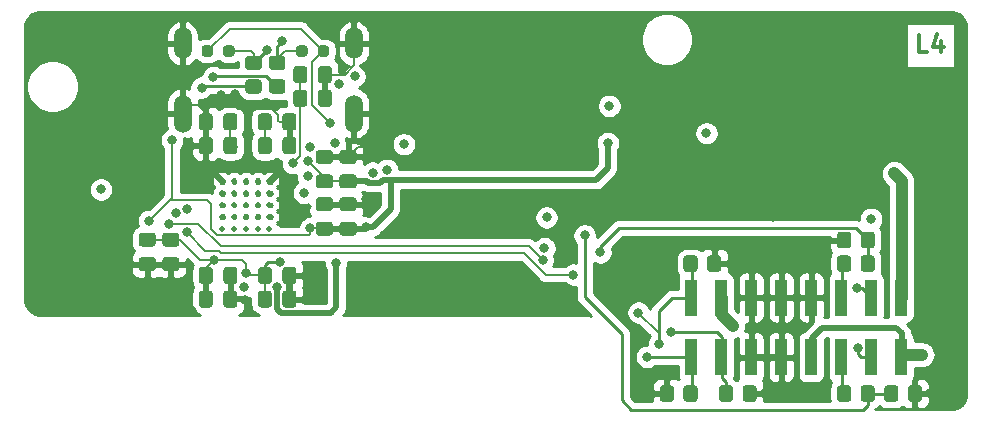
<source format=gbl>
%TF.GenerationSoftware,KiCad,Pcbnew,5.1.9+dfsg1-1+deb11u1*%
%TF.CreationDate,2025-10-17T13:47:22+02:00*%
%TF.ProjectId,VERA-XE-HDMI-Expansion,56455241-2d58-4452-9d48-444d492d4578,rev?*%
%TF.SameCoordinates,Original*%
%TF.FileFunction,Copper,L4,Bot*%
%TF.FilePolarity,Positive*%
%FSLAX46Y46*%
G04 Gerber Fmt 4.6, Leading zero omitted, Abs format (unit mm)*
G04 Created by KiCad (PCBNEW 5.1.9+dfsg1-1+deb11u1) date 2025-10-17 13:47:22*
%MOMM*%
%LPD*%
G01*
G04 APERTURE LIST*
%TA.AperFunction,NonConductor*%
%ADD10C,0.300000*%
%TD*%
%TA.AperFunction,ComponentPad*%
%ADD11O,1.500000X3.200000*%
%TD*%
%TA.AperFunction,ComponentPad*%
%ADD12O,1.500000X2.700000*%
%TD*%
%TA.AperFunction,ComponentPad*%
%ADD13C,0.500000*%
%TD*%
%TA.AperFunction,SMDPad,CuDef*%
%ADD14R,1.000000X3.150000*%
%TD*%
%TA.AperFunction,ViaPad*%
%ADD15C,0.800000*%
%TD*%
%TA.AperFunction,Conductor*%
%ADD16C,0.500000*%
%TD*%
%TA.AperFunction,Conductor*%
%ADD17C,0.250000*%
%TD*%
%TA.AperFunction,Conductor*%
%ADD18C,0.200000*%
%TD*%
%TA.AperFunction,Conductor*%
%ADD19C,1.000000*%
%TD*%
%TA.AperFunction,Conductor*%
%ADD20C,0.254000*%
%TD*%
%TA.AperFunction,Conductor*%
%ADD21C,0.100000*%
%TD*%
G04 APERTURE END LIST*
D10*
X243060000Y-26118571D02*
X242345714Y-26118571D01*
X242345714Y-24618571D01*
X244202857Y-25118571D02*
X244202857Y-26118571D01*
X243845714Y-24547142D02*
X243488571Y-25618571D01*
X244417142Y-25618571D01*
%TO.P,C5,2*%
%TO.N,GND*%
%TA.AperFunction,SMDPad,CuDef*%
G36*
G01*
X182550000Y-31525000D02*
X182550000Y-32475000D01*
G75*
G02*
X182300000Y-32725000I-250000J0D01*
G01*
X181625000Y-32725000D01*
G75*
G02*
X181375000Y-32475000I0J250000D01*
G01*
X181375000Y-31525000D01*
G75*
G02*
X181625000Y-31275000I250000J0D01*
G01*
X182300000Y-31275000D01*
G75*
G02*
X182550000Y-31525000I0J-250000D01*
G01*
G37*
%TD.AperFunction*%
%TO.P,C5,1*%
%TO.N,/AVDD18_0*%
%TA.AperFunction,SMDPad,CuDef*%
G36*
G01*
X184625000Y-31525000D02*
X184625000Y-32475000D01*
G75*
G02*
X184375000Y-32725000I-250000J0D01*
G01*
X183700000Y-32725000D01*
G75*
G02*
X183450000Y-32475000I0J250000D01*
G01*
X183450000Y-31525000D01*
G75*
G02*
X183700000Y-31275000I250000J0D01*
G01*
X184375000Y-31275000D01*
G75*
G02*
X184625000Y-31525000I0J-250000D01*
G01*
G37*
%TD.AperFunction*%
%TD*%
%TO.P,C6,1*%
%TO.N,/AVDD18_0*%
%TA.AperFunction,SMDPad,CuDef*%
G36*
G01*
X184625000Y-33525000D02*
X184625000Y-34475000D01*
G75*
G02*
X184375000Y-34725000I-250000J0D01*
G01*
X183700000Y-34725000D01*
G75*
G02*
X183450000Y-34475000I0J250000D01*
G01*
X183450000Y-33525000D01*
G75*
G02*
X183700000Y-33275000I250000J0D01*
G01*
X184375000Y-33275000D01*
G75*
G02*
X184625000Y-33525000I0J-250000D01*
G01*
G37*
%TD.AperFunction*%
%TO.P,C6,2*%
%TO.N,GND*%
%TA.AperFunction,SMDPad,CuDef*%
G36*
G01*
X182550000Y-33525000D02*
X182550000Y-34475000D01*
G75*
G02*
X182300000Y-34725000I-250000J0D01*
G01*
X181625000Y-34725000D01*
G75*
G02*
X181375000Y-34475000I0J250000D01*
G01*
X181375000Y-33525000D01*
G75*
G02*
X181625000Y-33275000I250000J0D01*
G01*
X182300000Y-33275000D01*
G75*
G02*
X182550000Y-33525000I0J-250000D01*
G01*
G37*
%TD.AperFunction*%
%TD*%
%TO.P,C11,2*%
%TO.N,GND*%
%TA.AperFunction,SMDPad,CuDef*%
G36*
G01*
X188450000Y-32475000D02*
X188450000Y-31525000D01*
G75*
G02*
X188700000Y-31275000I250000J0D01*
G01*
X189375000Y-31275000D01*
G75*
G02*
X189625000Y-31525000I0J-250000D01*
G01*
X189625000Y-32475000D01*
G75*
G02*
X189375000Y-32725000I-250000J0D01*
G01*
X188700000Y-32725000D01*
G75*
G02*
X188450000Y-32475000I0J250000D01*
G01*
G37*
%TD.AperFunction*%
%TO.P,C11,1*%
%TO.N,/AVDD18_0*%
%TA.AperFunction,SMDPad,CuDef*%
G36*
G01*
X186375000Y-32475000D02*
X186375000Y-31525000D01*
G75*
G02*
X186625000Y-31275000I250000J0D01*
G01*
X187300000Y-31275000D01*
G75*
G02*
X187550000Y-31525000I0J-250000D01*
G01*
X187550000Y-32475000D01*
G75*
G02*
X187300000Y-32725000I-250000J0D01*
G01*
X186625000Y-32725000D01*
G75*
G02*
X186375000Y-32475000I0J250000D01*
G01*
G37*
%TD.AperFunction*%
%TD*%
%TO.P,C12,1*%
%TO.N,/AVDD18_0*%
%TA.AperFunction,SMDPad,CuDef*%
G36*
G01*
X186375000Y-34475000D02*
X186375000Y-33525000D01*
G75*
G02*
X186625000Y-33275000I250000J0D01*
G01*
X187300000Y-33275000D01*
G75*
G02*
X187550000Y-33525000I0J-250000D01*
G01*
X187550000Y-34475000D01*
G75*
G02*
X187300000Y-34725000I-250000J0D01*
G01*
X186625000Y-34725000D01*
G75*
G02*
X186375000Y-34475000I0J250000D01*
G01*
G37*
%TD.AperFunction*%
%TO.P,C12,2*%
%TO.N,GND*%
%TA.AperFunction,SMDPad,CuDef*%
G36*
G01*
X188450000Y-34475000D02*
X188450000Y-33525000D01*
G75*
G02*
X188700000Y-33275000I250000J0D01*
G01*
X189375000Y-33275000D01*
G75*
G02*
X189625000Y-33525000I0J-250000D01*
G01*
X189625000Y-34475000D01*
G75*
G02*
X189375000Y-34725000I-250000J0D01*
G01*
X188700000Y-34725000D01*
G75*
G02*
X188450000Y-34475000I0J250000D01*
G01*
G37*
%TD.AperFunction*%
%TD*%
%TO.P,C20,1*%
%TO.N,/DVDD33_0*%
%TA.AperFunction,SMDPad,CuDef*%
G36*
G01*
X194475000Y-41625000D02*
X193525000Y-41625000D01*
G75*
G02*
X193275000Y-41375000I0J250000D01*
G01*
X193275000Y-40700000D01*
G75*
G02*
X193525000Y-40450000I250000J0D01*
G01*
X194475000Y-40450000D01*
G75*
G02*
X194725000Y-40700000I0J-250000D01*
G01*
X194725000Y-41375000D01*
G75*
G02*
X194475000Y-41625000I-250000J0D01*
G01*
G37*
%TD.AperFunction*%
%TO.P,C20,2*%
%TO.N,GND*%
%TA.AperFunction,SMDPad,CuDef*%
G36*
G01*
X194475000Y-39550000D02*
X193525000Y-39550000D01*
G75*
G02*
X193275000Y-39300000I0J250000D01*
G01*
X193275000Y-38625000D01*
G75*
G02*
X193525000Y-38375000I250000J0D01*
G01*
X194475000Y-38375000D01*
G75*
G02*
X194725000Y-38625000I0J-250000D01*
G01*
X194725000Y-39300000D01*
G75*
G02*
X194475000Y-39550000I-250000J0D01*
G01*
G37*
%TD.AperFunction*%
%TD*%
%TO.P,C21,2*%
%TO.N,GND*%
%TA.AperFunction,SMDPad,CuDef*%
G36*
G01*
X192475000Y-39550000D02*
X191525000Y-39550000D01*
G75*
G02*
X191275000Y-39300000I0J250000D01*
G01*
X191275000Y-38625000D01*
G75*
G02*
X191525000Y-38375000I250000J0D01*
G01*
X192475000Y-38375000D01*
G75*
G02*
X192725000Y-38625000I0J-250000D01*
G01*
X192725000Y-39300000D01*
G75*
G02*
X192475000Y-39550000I-250000J0D01*
G01*
G37*
%TD.AperFunction*%
%TO.P,C21,1*%
%TO.N,/DVDD33_0*%
%TA.AperFunction,SMDPad,CuDef*%
G36*
G01*
X192475000Y-41625000D02*
X191525000Y-41625000D01*
G75*
G02*
X191275000Y-41375000I0J250000D01*
G01*
X191275000Y-40700000D01*
G75*
G02*
X191525000Y-40450000I250000J0D01*
G01*
X192475000Y-40450000D01*
G75*
G02*
X192725000Y-40700000I0J-250000D01*
G01*
X192725000Y-41375000D01*
G75*
G02*
X192475000Y-41625000I-250000J0D01*
G01*
G37*
%TD.AperFunction*%
%TD*%
%TO.P,C22,1*%
%TO.N,/DVDD33_0*%
%TA.AperFunction,SMDPad,CuDef*%
G36*
G01*
X194475000Y-37625000D02*
X193525000Y-37625000D01*
G75*
G02*
X193275000Y-37375000I0J250000D01*
G01*
X193275000Y-36700000D01*
G75*
G02*
X193525000Y-36450000I250000J0D01*
G01*
X194475000Y-36450000D01*
G75*
G02*
X194725000Y-36700000I0J-250000D01*
G01*
X194725000Y-37375000D01*
G75*
G02*
X194475000Y-37625000I-250000J0D01*
G01*
G37*
%TD.AperFunction*%
%TO.P,C22,2*%
%TO.N,GND*%
%TA.AperFunction,SMDPad,CuDef*%
G36*
G01*
X194475000Y-35550000D02*
X193525000Y-35550000D01*
G75*
G02*
X193275000Y-35300000I0J250000D01*
G01*
X193275000Y-34625000D01*
G75*
G02*
X193525000Y-34375000I250000J0D01*
G01*
X194475000Y-34375000D01*
G75*
G02*
X194725000Y-34625000I0J-250000D01*
G01*
X194725000Y-35300000D01*
G75*
G02*
X194475000Y-35550000I-250000J0D01*
G01*
G37*
%TD.AperFunction*%
%TD*%
%TO.P,C23,2*%
%TO.N,GND*%
%TA.AperFunction,SMDPad,CuDef*%
G36*
G01*
X192475000Y-35550000D02*
X191525000Y-35550000D01*
G75*
G02*
X191275000Y-35300000I0J250000D01*
G01*
X191275000Y-34625000D01*
G75*
G02*
X191525000Y-34375000I250000J0D01*
G01*
X192475000Y-34375000D01*
G75*
G02*
X192725000Y-34625000I0J-250000D01*
G01*
X192725000Y-35300000D01*
G75*
G02*
X192475000Y-35550000I-250000J0D01*
G01*
G37*
%TD.AperFunction*%
%TO.P,C23,1*%
%TO.N,/DVDD33_0*%
%TA.AperFunction,SMDPad,CuDef*%
G36*
G01*
X192475000Y-37625000D02*
X191525000Y-37625000D01*
G75*
G02*
X191275000Y-37375000I0J250000D01*
G01*
X191275000Y-36700000D01*
G75*
G02*
X191525000Y-36450000I250000J0D01*
G01*
X192475000Y-36450000D01*
G75*
G02*
X192725000Y-36700000I0J-250000D01*
G01*
X192725000Y-37375000D01*
G75*
G02*
X192475000Y-37625000I-250000J0D01*
G01*
G37*
%TD.AperFunction*%
%TD*%
%TO.P,C24,1*%
%TO.N,/AVDD33_0*%
%TA.AperFunction,SMDPad,CuDef*%
G36*
G01*
X181375000Y-47475000D02*
X181375000Y-46525000D01*
G75*
G02*
X181625000Y-46275000I250000J0D01*
G01*
X182300000Y-46275000D01*
G75*
G02*
X182550000Y-46525000I0J-250000D01*
G01*
X182550000Y-47475000D01*
G75*
G02*
X182300000Y-47725000I-250000J0D01*
G01*
X181625000Y-47725000D01*
G75*
G02*
X181375000Y-47475000I0J250000D01*
G01*
G37*
%TD.AperFunction*%
%TO.P,C24,2*%
%TO.N,GND*%
%TA.AperFunction,SMDPad,CuDef*%
G36*
G01*
X183450000Y-47475000D02*
X183450000Y-46525000D01*
G75*
G02*
X183700000Y-46275000I250000J0D01*
G01*
X184375000Y-46275000D01*
G75*
G02*
X184625000Y-46525000I0J-250000D01*
G01*
X184625000Y-47475000D01*
G75*
G02*
X184375000Y-47725000I-250000J0D01*
G01*
X183700000Y-47725000D01*
G75*
G02*
X183450000Y-47475000I0J250000D01*
G01*
G37*
%TD.AperFunction*%
%TD*%
%TO.P,C25,2*%
%TO.N,GND*%
%TA.AperFunction,SMDPad,CuDef*%
G36*
G01*
X183450000Y-45475000D02*
X183450000Y-44525000D01*
G75*
G02*
X183700000Y-44275000I250000J0D01*
G01*
X184375000Y-44275000D01*
G75*
G02*
X184625000Y-44525000I0J-250000D01*
G01*
X184625000Y-45475000D01*
G75*
G02*
X184375000Y-45725000I-250000J0D01*
G01*
X183700000Y-45725000D01*
G75*
G02*
X183450000Y-45475000I0J250000D01*
G01*
G37*
%TD.AperFunction*%
%TO.P,C25,1*%
%TO.N,/AVDD33_0*%
%TA.AperFunction,SMDPad,CuDef*%
G36*
G01*
X181375000Y-45475000D02*
X181375000Y-44525000D01*
G75*
G02*
X181625000Y-44275000I250000J0D01*
G01*
X182300000Y-44275000D01*
G75*
G02*
X182550000Y-44525000I0J-250000D01*
G01*
X182550000Y-45475000D01*
G75*
G02*
X182300000Y-45725000I-250000J0D01*
G01*
X181625000Y-45725000D01*
G75*
G02*
X181375000Y-45475000I0J250000D01*
G01*
G37*
%TD.AperFunction*%
%TD*%
%TO.P,C28,2*%
%TO.N,GND*%
%TA.AperFunction,SMDPad,CuDef*%
G36*
G01*
X188450000Y-47475000D02*
X188450000Y-46525000D01*
G75*
G02*
X188700000Y-46275000I250000J0D01*
G01*
X189375000Y-46275000D01*
G75*
G02*
X189625000Y-46525000I0J-250000D01*
G01*
X189625000Y-47475000D01*
G75*
G02*
X189375000Y-47725000I-250000J0D01*
G01*
X188700000Y-47725000D01*
G75*
G02*
X188450000Y-47475000I0J250000D01*
G01*
G37*
%TD.AperFunction*%
%TO.P,C28,1*%
%TO.N,/AVDD33_0*%
%TA.AperFunction,SMDPad,CuDef*%
G36*
G01*
X186375000Y-47475000D02*
X186375000Y-46525000D01*
G75*
G02*
X186625000Y-46275000I250000J0D01*
G01*
X187300000Y-46275000D01*
G75*
G02*
X187550000Y-46525000I0J-250000D01*
G01*
X187550000Y-47475000D01*
G75*
G02*
X187300000Y-47725000I-250000J0D01*
G01*
X186625000Y-47725000D01*
G75*
G02*
X186375000Y-47475000I0J250000D01*
G01*
G37*
%TD.AperFunction*%
%TD*%
%TO.P,C29,2*%
%TO.N,GND*%
%TA.AperFunction,SMDPad,CuDef*%
G36*
G01*
X188450000Y-45475000D02*
X188450000Y-44525000D01*
G75*
G02*
X188700000Y-44275000I250000J0D01*
G01*
X189375000Y-44275000D01*
G75*
G02*
X189625000Y-44525000I0J-250000D01*
G01*
X189625000Y-45475000D01*
G75*
G02*
X189375000Y-45725000I-250000J0D01*
G01*
X188700000Y-45725000D01*
G75*
G02*
X188450000Y-45475000I0J250000D01*
G01*
G37*
%TD.AperFunction*%
%TO.P,C29,1*%
%TO.N,/AVDD33_0*%
%TA.AperFunction,SMDPad,CuDef*%
G36*
G01*
X186375000Y-45475000D02*
X186375000Y-44525000D01*
G75*
G02*
X186625000Y-44275000I250000J0D01*
G01*
X187300000Y-44275000D01*
G75*
G02*
X187550000Y-44525000I0J-250000D01*
G01*
X187550000Y-45475000D01*
G75*
G02*
X187300000Y-45725000I-250000J0D01*
G01*
X186625000Y-45725000D01*
G75*
G02*
X186375000Y-45475000I0J250000D01*
G01*
G37*
%TD.AperFunction*%
%TD*%
%TO.P,C31,1*%
%TO.N,/AVDD33_0*%
%TA.AperFunction,SMDPad,CuDef*%
G36*
G01*
X189375000Y-28475000D02*
X189375000Y-27525000D01*
G75*
G02*
X189625000Y-27275000I250000J0D01*
G01*
X190300000Y-27275000D01*
G75*
G02*
X190550000Y-27525000I0J-250000D01*
G01*
X190550000Y-28475000D01*
G75*
G02*
X190300000Y-28725000I-250000J0D01*
G01*
X189625000Y-28725000D01*
G75*
G02*
X189375000Y-28475000I0J250000D01*
G01*
G37*
%TD.AperFunction*%
%TO.P,C31,2*%
%TO.N,GND*%
%TA.AperFunction,SMDPad,CuDef*%
G36*
G01*
X191450000Y-28475000D02*
X191450000Y-27525000D01*
G75*
G02*
X191700000Y-27275000I250000J0D01*
G01*
X192375000Y-27275000D01*
G75*
G02*
X192625000Y-27525000I0J-250000D01*
G01*
X192625000Y-28475000D01*
G75*
G02*
X192375000Y-28725000I-250000J0D01*
G01*
X191700000Y-28725000D01*
G75*
G02*
X191450000Y-28475000I0J250000D01*
G01*
G37*
%TD.AperFunction*%
%TD*%
%TO.P,C32,2*%
%TO.N,GND*%
%TA.AperFunction,SMDPad,CuDef*%
G36*
G01*
X191450000Y-30475000D02*
X191450000Y-29525000D01*
G75*
G02*
X191700000Y-29275000I250000J0D01*
G01*
X192375000Y-29275000D01*
G75*
G02*
X192625000Y-29525000I0J-250000D01*
G01*
X192625000Y-30475000D01*
G75*
G02*
X192375000Y-30725000I-250000J0D01*
G01*
X191700000Y-30725000D01*
G75*
G02*
X191450000Y-30475000I0J250000D01*
G01*
G37*
%TD.AperFunction*%
%TO.P,C32,1*%
%TO.N,/AVDD33_0*%
%TA.AperFunction,SMDPad,CuDef*%
G36*
G01*
X189375000Y-30475000D02*
X189375000Y-29525000D01*
G75*
G02*
X189625000Y-29275000I250000J0D01*
G01*
X190300000Y-29275000D01*
G75*
G02*
X190550000Y-29525000I0J-250000D01*
G01*
X190550000Y-30475000D01*
G75*
G02*
X190300000Y-30725000I-250000J0D01*
G01*
X189625000Y-30725000D01*
G75*
G02*
X189375000Y-30475000I0J250000D01*
G01*
G37*
%TD.AperFunction*%
%TD*%
%TO.P,C33,2*%
%TO.N,GND*%
%TA.AperFunction,SMDPad,CuDef*%
G36*
G01*
X176525000Y-43450000D02*
X177475000Y-43450000D01*
G75*
G02*
X177725000Y-43700000I0J-250000D01*
G01*
X177725000Y-44375000D01*
G75*
G02*
X177475000Y-44625000I-250000J0D01*
G01*
X176525000Y-44625000D01*
G75*
G02*
X176275000Y-44375000I0J250000D01*
G01*
X176275000Y-43700000D01*
G75*
G02*
X176525000Y-43450000I250000J0D01*
G01*
G37*
%TD.AperFunction*%
%TO.P,C33,1*%
%TO.N,/AVDD33_0*%
%TA.AperFunction,SMDPad,CuDef*%
G36*
G01*
X176525000Y-41375000D02*
X177475000Y-41375000D01*
G75*
G02*
X177725000Y-41625000I0J-250000D01*
G01*
X177725000Y-42300000D01*
G75*
G02*
X177475000Y-42550000I-250000J0D01*
G01*
X176525000Y-42550000D01*
G75*
G02*
X176275000Y-42300000I0J250000D01*
G01*
X176275000Y-41625000D01*
G75*
G02*
X176525000Y-41375000I250000J0D01*
G01*
G37*
%TD.AperFunction*%
%TD*%
%TO.P,C34,1*%
%TO.N,/AVDD33_0*%
%TA.AperFunction,SMDPad,CuDef*%
G36*
G01*
X178525000Y-41375000D02*
X179475000Y-41375000D01*
G75*
G02*
X179725000Y-41625000I0J-250000D01*
G01*
X179725000Y-42300000D01*
G75*
G02*
X179475000Y-42550000I-250000J0D01*
G01*
X178525000Y-42550000D01*
G75*
G02*
X178275000Y-42300000I0J250000D01*
G01*
X178275000Y-41625000D01*
G75*
G02*
X178525000Y-41375000I250000J0D01*
G01*
G37*
%TD.AperFunction*%
%TO.P,C34,2*%
%TO.N,GND*%
%TA.AperFunction,SMDPad,CuDef*%
G36*
G01*
X178525000Y-43450000D02*
X179475000Y-43450000D01*
G75*
G02*
X179725000Y-43700000I0J-250000D01*
G01*
X179725000Y-44375000D01*
G75*
G02*
X179475000Y-44625000I-250000J0D01*
G01*
X178525000Y-44625000D01*
G75*
G02*
X178275000Y-44375000I0J250000D01*
G01*
X178275000Y-43700000D01*
G75*
G02*
X178525000Y-43450000I250000J0D01*
G01*
G37*
%TD.AperFunction*%
%TD*%
D11*
%TO.P,J1,SH*%
%TO.N,GND*%
X180000000Y-31300000D03*
X194500000Y-31300000D03*
D12*
X180000000Y-25340000D03*
X194500000Y-25340000D03*
%TD*%
%TO.P,R3,2*%
%TO.N,VGABLUE*%
%TA.AperFunction,SMDPad,CuDef*%
G36*
G01*
X226600000Y-54549999D02*
X226600000Y-55450001D01*
G75*
G02*
X226350001Y-55700000I-249999J0D01*
G01*
X225649999Y-55700000D01*
G75*
G02*
X225400000Y-55450001I0J249999D01*
G01*
X225400000Y-54549999D01*
G75*
G02*
X225649999Y-54300000I249999J0D01*
G01*
X226350001Y-54300000D01*
G75*
G02*
X226600000Y-54549999I0J-249999D01*
G01*
G37*
%TD.AperFunction*%
%TO.P,R3,1*%
%TO.N,GND*%
%TA.AperFunction,SMDPad,CuDef*%
G36*
G01*
X228600000Y-54549999D02*
X228600000Y-55450001D01*
G75*
G02*
X228350001Y-55700000I-249999J0D01*
G01*
X227649999Y-55700000D01*
G75*
G02*
X227400000Y-55450001I0J249999D01*
G01*
X227400000Y-54549999D01*
G75*
G02*
X227649999Y-54300000I249999J0D01*
G01*
X228350001Y-54300000D01*
G75*
G02*
X228600000Y-54549999I0J-249999D01*
G01*
G37*
%TD.AperFunction*%
%TD*%
%TO.P,R4,1*%
%TO.N,GND*%
%TA.AperFunction,SMDPad,CuDef*%
G36*
G01*
X225600000Y-43549999D02*
X225600000Y-44450001D01*
G75*
G02*
X225350001Y-44700000I-249999J0D01*
G01*
X224649999Y-44700000D01*
G75*
G02*
X224400000Y-44450001I0J249999D01*
G01*
X224400000Y-43549999D01*
G75*
G02*
X224649999Y-43300000I249999J0D01*
G01*
X225350001Y-43300000D01*
G75*
G02*
X225600000Y-43549999I0J-249999D01*
G01*
G37*
%TD.AperFunction*%
%TO.P,R4,2*%
%TO.N,VGAGREEN*%
%TA.AperFunction,SMDPad,CuDef*%
G36*
G01*
X223600000Y-43549999D02*
X223600000Y-44450001D01*
G75*
G02*
X223350001Y-44700000I-249999J0D01*
G01*
X222649999Y-44700000D01*
G75*
G02*
X222400000Y-44450001I0J249999D01*
G01*
X222400000Y-43549999D01*
G75*
G02*
X222649999Y-43300000I249999J0D01*
G01*
X223350001Y-43300000D01*
G75*
G02*
X223600000Y-43549999I0J-249999D01*
G01*
G37*
%TD.AperFunction*%
%TD*%
%TO.P,R5,2*%
%TO.N,VGARED*%
%TA.AperFunction,SMDPad,CuDef*%
G36*
G01*
X222400000Y-55450001D02*
X222400000Y-54549999D01*
G75*
G02*
X222649999Y-54300000I249999J0D01*
G01*
X223350001Y-54300000D01*
G75*
G02*
X223600000Y-54549999I0J-249999D01*
G01*
X223600000Y-55450001D01*
G75*
G02*
X223350001Y-55700000I-249999J0D01*
G01*
X222649999Y-55700000D01*
G75*
G02*
X222400000Y-55450001I0J249999D01*
G01*
G37*
%TD.AperFunction*%
%TO.P,R5,1*%
%TO.N,GND*%
%TA.AperFunction,SMDPad,CuDef*%
G36*
G01*
X220400000Y-55450001D02*
X220400000Y-54549999D01*
G75*
G02*
X220649999Y-54300000I249999J0D01*
G01*
X221350001Y-54300000D01*
G75*
G02*
X221600000Y-54549999I0J-249999D01*
G01*
X221600000Y-55450001D01*
G75*
G02*
X221350001Y-55700000I-249999J0D01*
G01*
X220649999Y-55700000D01*
G75*
G02*
X220400000Y-55450001I0J249999D01*
G01*
G37*
%TD.AperFunction*%
%TD*%
%TO.P,R6,2*%
%TO.N,Net-(C26-Pad2)*%
%TA.AperFunction,SMDPad,CuDef*%
G36*
G01*
X237400000Y-55450001D02*
X237400000Y-54549999D01*
G75*
G02*
X237649999Y-54300000I249999J0D01*
G01*
X238350001Y-54300000D01*
G75*
G02*
X238600000Y-54549999I0J-249999D01*
G01*
X238600000Y-55450001D01*
G75*
G02*
X238350001Y-55700000I-249999J0D01*
G01*
X237649999Y-55700000D01*
G75*
G02*
X237400000Y-55450001I0J249999D01*
G01*
G37*
%TD.AperFunction*%
%TO.P,R6,1*%
%TO.N,AUDIOL*%
%TA.AperFunction,SMDPad,CuDef*%
G36*
G01*
X235400000Y-55450001D02*
X235400000Y-54549999D01*
G75*
G02*
X235649999Y-54300000I249999J0D01*
G01*
X236350001Y-54300000D01*
G75*
G02*
X236600000Y-54549999I0J-249999D01*
G01*
X236600000Y-55450001D01*
G75*
G02*
X236350001Y-55700000I-249999J0D01*
G01*
X235649999Y-55700000D01*
G75*
G02*
X235400000Y-55450001I0J249999D01*
G01*
G37*
%TD.AperFunction*%
%TD*%
%TO.P,R7,2*%
%TO.N,/DDC_SCL*%
%TA.AperFunction,SMDPad,CuDef*%
G36*
G01*
X190575000Y-25762500D02*
X190575000Y-26237500D01*
G75*
G02*
X190337500Y-26475000I-237500J0D01*
G01*
X189837500Y-26475000D01*
G75*
G02*
X189600000Y-26237500I0J237500D01*
G01*
X189600000Y-25762500D01*
G75*
G02*
X189837500Y-25525000I237500J0D01*
G01*
X190337500Y-25525000D01*
G75*
G02*
X190575000Y-25762500I0J-237500D01*
G01*
G37*
%TD.AperFunction*%
%TO.P,R7,1*%
%TO.N,5V*%
%TA.AperFunction,SMDPad,CuDef*%
G36*
G01*
X192400000Y-25762500D02*
X192400000Y-26237500D01*
G75*
G02*
X192162500Y-26475000I-237500J0D01*
G01*
X191662500Y-26475000D01*
G75*
G02*
X191425000Y-26237500I0J237500D01*
G01*
X191425000Y-25762500D01*
G75*
G02*
X191662500Y-25525000I237500J0D01*
G01*
X192162500Y-25525000D01*
G75*
G02*
X192400000Y-25762500I0J-237500D01*
G01*
G37*
%TD.AperFunction*%
%TD*%
%TO.P,R8,1*%
%TO.N,5V*%
%TA.AperFunction,SMDPad,CuDef*%
G36*
G01*
X181600000Y-26237500D02*
X181600000Y-25762500D01*
G75*
G02*
X181837500Y-25525000I237500J0D01*
G01*
X182337500Y-25525000D01*
G75*
G02*
X182575000Y-25762500I0J-237500D01*
G01*
X182575000Y-26237500D01*
G75*
G02*
X182337500Y-26475000I-237500J0D01*
G01*
X181837500Y-26475000D01*
G75*
G02*
X181600000Y-26237500I0J237500D01*
G01*
G37*
%TD.AperFunction*%
%TO.P,R8,2*%
%TO.N,/DDC_SDA*%
%TA.AperFunction,SMDPad,CuDef*%
G36*
G01*
X183425000Y-26237500D02*
X183425000Y-25762500D01*
G75*
G02*
X183662500Y-25525000I237500J0D01*
G01*
X184162500Y-25525000D01*
G75*
G02*
X184400000Y-25762500I0J-237500D01*
G01*
X184400000Y-26237500D01*
G75*
G02*
X184162500Y-26475000I-237500J0D01*
G01*
X183662500Y-26475000D01*
G75*
G02*
X183425000Y-26237500I0J237500D01*
G01*
G37*
%TD.AperFunction*%
%TD*%
%TO.P,R9,1*%
%TO.N,AUDIOR*%
%TA.AperFunction,SMDPad,CuDef*%
G36*
G01*
X235400000Y-44450001D02*
X235400000Y-43549999D01*
G75*
G02*
X235649999Y-43300000I249999J0D01*
G01*
X236350001Y-43300000D01*
G75*
G02*
X236600000Y-43549999I0J-249999D01*
G01*
X236600000Y-44450001D01*
G75*
G02*
X236350001Y-44700000I-249999J0D01*
G01*
X235649999Y-44700000D01*
G75*
G02*
X235400000Y-44450001I0J249999D01*
G01*
G37*
%TD.AperFunction*%
%TO.P,R9,2*%
%TO.N,Net-(C27-Pad2)*%
%TA.AperFunction,SMDPad,CuDef*%
G36*
G01*
X237400000Y-44450001D02*
X237400000Y-43549999D01*
G75*
G02*
X237649999Y-43300000I249999J0D01*
G01*
X238350001Y-43300000D01*
G75*
G02*
X238600000Y-43549999I0J-249999D01*
G01*
X238600000Y-44450001D01*
G75*
G02*
X238350001Y-44700000I-249999J0D01*
G01*
X237649999Y-44700000D01*
G75*
G02*
X237400000Y-44450001I0J249999D01*
G01*
G37*
%TD.AperFunction*%
%TD*%
%TO.P,R10,1*%
%TO.N,/DDC_SCL*%
%TA.AperFunction,SMDPad,CuDef*%
G36*
G01*
X187549999Y-26400000D02*
X188450001Y-26400000D01*
G75*
G02*
X188700000Y-26649999I0J-249999D01*
G01*
X188700000Y-27350001D01*
G75*
G02*
X188450001Y-27600000I-249999J0D01*
G01*
X187549999Y-27600000D01*
G75*
G02*
X187300000Y-27350001I0J249999D01*
G01*
X187300000Y-26649999D01*
G75*
G02*
X187549999Y-26400000I249999J0D01*
G01*
G37*
%TD.AperFunction*%
%TO.P,R10,2*%
%TO.N,Net-(R10-Pad2)*%
%TA.AperFunction,SMDPad,CuDef*%
G36*
G01*
X187549999Y-28400000D02*
X188450001Y-28400000D01*
G75*
G02*
X188700000Y-28649999I0J-249999D01*
G01*
X188700000Y-29350001D01*
G75*
G02*
X188450001Y-29600000I-249999J0D01*
G01*
X187549999Y-29600000D01*
G75*
G02*
X187300000Y-29350001I0J249999D01*
G01*
X187300000Y-28649999D01*
G75*
G02*
X187549999Y-28400000I249999J0D01*
G01*
G37*
%TD.AperFunction*%
%TD*%
%TO.P,R11,1*%
%TO.N,GND*%
%TA.AperFunction,SMDPad,CuDef*%
G36*
G01*
X242600000Y-54549999D02*
X242600000Y-55450001D01*
G75*
G02*
X242350001Y-55700000I-249999J0D01*
G01*
X241649999Y-55700000D01*
G75*
G02*
X241400000Y-55450001I0J249999D01*
G01*
X241400000Y-54549999D01*
G75*
G02*
X241649999Y-54300000I249999J0D01*
G01*
X242350001Y-54300000D01*
G75*
G02*
X242600000Y-54549999I0J-249999D01*
G01*
G37*
%TD.AperFunction*%
%TO.P,R11,2*%
%TO.N,Net-(C26-Pad2)*%
%TA.AperFunction,SMDPad,CuDef*%
G36*
G01*
X240600000Y-54549999D02*
X240600000Y-55450001D01*
G75*
G02*
X240350001Y-55700000I-249999J0D01*
G01*
X239649999Y-55700000D01*
G75*
G02*
X239400000Y-55450001I0J249999D01*
G01*
X239400000Y-54549999D01*
G75*
G02*
X239649999Y-54300000I249999J0D01*
G01*
X240350001Y-54300000D01*
G75*
G02*
X240600000Y-54549999I0J-249999D01*
G01*
G37*
%TD.AperFunction*%
%TD*%
%TO.P,R12,2*%
%TO.N,Net-(C27-Pad2)*%
%TA.AperFunction,SMDPad,CuDef*%
G36*
G01*
X237400000Y-42450001D02*
X237400000Y-41549999D01*
G75*
G02*
X237649999Y-41300000I249999J0D01*
G01*
X238350001Y-41300000D01*
G75*
G02*
X238600000Y-41549999I0J-249999D01*
G01*
X238600000Y-42450001D01*
G75*
G02*
X238350001Y-42700000I-249999J0D01*
G01*
X237649999Y-42700000D01*
G75*
G02*
X237400000Y-42450001I0J249999D01*
G01*
G37*
%TD.AperFunction*%
%TO.P,R12,1*%
%TO.N,GND*%
%TA.AperFunction,SMDPad,CuDef*%
G36*
G01*
X235400000Y-42450001D02*
X235400000Y-41549999D01*
G75*
G02*
X235649999Y-41300000I249999J0D01*
G01*
X236350001Y-41300000D01*
G75*
G02*
X236600000Y-41549999I0J-249999D01*
G01*
X236600000Y-42450001D01*
G75*
G02*
X236350001Y-42700000I-249999J0D01*
G01*
X235649999Y-42700000D01*
G75*
G02*
X235400000Y-42450001I0J249999D01*
G01*
G37*
%TD.AperFunction*%
%TD*%
%TO.P,R13,2*%
%TO.N,Net-(R13-Pad2)*%
%TA.AperFunction,SMDPad,CuDef*%
G36*
G01*
X185549999Y-28400000D02*
X186450001Y-28400000D01*
G75*
G02*
X186700000Y-28649999I0J-249999D01*
G01*
X186700000Y-29350001D01*
G75*
G02*
X186450001Y-29600000I-249999J0D01*
G01*
X185549999Y-29600000D01*
G75*
G02*
X185300000Y-29350001I0J249999D01*
G01*
X185300000Y-28649999D01*
G75*
G02*
X185549999Y-28400000I249999J0D01*
G01*
G37*
%TD.AperFunction*%
%TO.P,R13,1*%
%TO.N,/DDC_SDA*%
%TA.AperFunction,SMDPad,CuDef*%
G36*
G01*
X185549999Y-26400000D02*
X186450001Y-26400000D01*
G75*
G02*
X186700000Y-26649999I0J-249999D01*
G01*
X186700000Y-27350001D01*
G75*
G02*
X186450001Y-27600000I-249999J0D01*
G01*
X185549999Y-27600000D01*
G75*
G02*
X185300000Y-27350001I0J249999D01*
G01*
X185300000Y-26649999D01*
G75*
G02*
X185549999Y-26400000I249999J0D01*
G01*
G37*
%TD.AperFunction*%
%TD*%
D13*
%TO.P,U2,49*%
%TO.N,GND*%
X187350000Y-41032900D03*
X186350000Y-41032900D03*
X185350000Y-41032900D03*
X184350000Y-41032900D03*
X183350000Y-41032900D03*
X187350000Y-40032900D03*
X186350000Y-40032900D03*
X185350000Y-40032900D03*
X184350000Y-40032900D03*
X183350000Y-40032900D03*
X187350000Y-39032900D03*
X186350000Y-39032900D03*
X185350000Y-39032900D03*
X184350000Y-39032900D03*
X183350000Y-39032900D03*
X187350000Y-38032900D03*
X186350000Y-38032900D03*
X185350000Y-38032900D03*
X184350000Y-38032900D03*
X183350000Y-38032900D03*
X187350000Y-37032900D03*
X186350000Y-37032900D03*
X185350000Y-37032900D03*
X184350000Y-37032900D03*
X183350000Y-37032900D03*
%TD*%
D14*
%TO.P,J2,1*%
%TO.N,VGAGREEN*%
X223050000Y-46865000D03*
%TO.P,J2,2*%
%TO.N,VGARED*%
X223050000Y-51915000D03*
%TO.P,J2,3*%
%TO.N,3V3*%
X225590000Y-46865000D03*
%TO.P,J2,4*%
%TO.N,VGABLUE*%
X225590000Y-51915000D03*
%TO.P,J2,5*%
%TO.N,GND*%
X228130000Y-46865000D03*
%TO.P,J2,6*%
X228130000Y-51915000D03*
%TO.P,J2,7*%
X230670000Y-46865000D03*
%TO.P,J2,8*%
X230670000Y-51915000D03*
%TO.P,J2,9*%
X233210000Y-46865000D03*
%TO.P,J2,10*%
%TO.N,5V*%
X233210000Y-51915000D03*
%TO.P,J2,11*%
%TO.N,AUDIOR*%
X235750000Y-46865000D03*
%TO.P,J2,12*%
%TO.N,AUDIOL*%
X235750000Y-51915000D03*
%TO.P,J2,13*%
%TO.N,VGAVSYNC*%
X238290000Y-46865000D03*
%TO.P,J2,14*%
%TO.N,VGAHSYNC*%
X238290000Y-51915000D03*
%TO.P,J2,15*%
%TO.N,3V3*%
X240830000Y-46865000D03*
%TO.P,J2,16*%
%TO.N,5V*%
X240830000Y-51915000D03*
%TD*%
D15*
%TO.N,GND*%
X204000000Y-31000000D03*
X228170000Y-44460000D03*
X220980000Y-53300000D03*
X243250000Y-54960000D03*
X230010000Y-40050000D03*
X243790000Y-40860000D03*
X225010000Y-42520000D03*
X183240000Y-29680000D03*
X184450000Y-29650000D03*
X180770000Y-47990000D03*
X190370000Y-47040000D03*
X195540000Y-38560000D03*
X175330000Y-35070000D03*
X174540000Y-46020000D03*
X195761238Y-34090220D03*
X195700000Y-39700000D03*
X185300000Y-47100000D03*
X195100000Y-46100000D03*
X170000000Y-25000000D03*
X175000000Y-25000000D03*
X200000000Y-25000000D03*
X205000000Y-25000000D03*
X210000000Y-25000000D03*
X215000000Y-25000000D03*
X225000000Y-25000000D03*
X230000000Y-25000000D03*
X235000000Y-25000000D03*
X240000000Y-25000000D03*
X240000000Y-30000000D03*
X230000000Y-35000000D03*
%TO.N,/AVDD18_ADC_0*%
X185200000Y-46000000D03*
X188000000Y-46000000D03*
X193000000Y-43910000D03*
%TO.N,/AVDD18_0*%
X187036232Y-34073732D03*
X184220010Y-34119943D03*
X198720000Y-33890000D03*
%TO.N,/DVDD33_0*%
X190810000Y-41000000D03*
X195510000Y-40920000D03*
X215990000Y-33790000D03*
X177161783Y-40377189D03*
X179110000Y-33540000D03*
X190625370Y-35317760D03*
%TO.N,5V*%
X242600000Y-51720000D03*
X192500002Y-32050000D03*
X238300000Y-40200000D03*
%TO.N,/AVDD33_0*%
X182656150Y-43681322D03*
X185350000Y-44760000D03*
X216120000Y-30650000D03*
X188200000Y-43830000D03*
X189331557Y-35500000D03*
%TO.N,Net-(C26-Pad1)*%
X180350000Y-39350010D03*
X210806048Y-40076048D03*
%TO.N,Net-(C26-Pad2)*%
X214040000Y-41600000D03*
%TO.N,Net-(C27-Pad2)*%
X215360000Y-43040000D03*
%TO.N,Net-(C27-Pad1)*%
X179422283Y-39723325D03*
X210623217Y-42694121D03*
%TO.N,/DDC_SCL*%
X194564975Y-28144975D03*
X188444332Y-25174990D03*
%TO.N,/DDC_SDA*%
X193200000Y-28800000D03*
X187100000Y-25900000D03*
%TO.N,Net-(J1-Pad19)*%
X196100000Y-36300000D03*
X192865438Y-33793626D03*
%TO.N,VGAGREEN*%
X220310000Y-50840000D03*
X218580000Y-48140010D03*
%TO.N,VGARED*%
X219330000Y-51890000D03*
%TO.N,3V3*%
X226570000Y-49240000D03*
X240250000Y-36360000D03*
X224350000Y-32960000D03*
X173080000Y-37720000D03*
%TO.N,VGABLUE*%
X221350000Y-49770000D03*
%TO.N,VGAVSYNC*%
X237080000Y-46030000D03*
%TO.N,VGAHSYNC*%
X237150000Y-51150000D03*
%TO.N,Net-(R1-Pad1)*%
X178820000Y-40610000D03*
X210484418Y-43684453D03*
%TO.N,Net-(R2-Pad1)*%
X213080000Y-44920000D03*
X180369452Y-41349417D03*
%TO.N,Net-(R10-Pad2)*%
X182606139Y-28186186D03*
X190600000Y-36600000D03*
%TO.N,Net-(R13-Pad2)*%
X181600000Y-29100000D03*
X190274990Y-38000000D03*
%TO.N,Net-(R14-Pad1)*%
X190800000Y-34100000D03*
X197300000Y-36059990D03*
%TD*%
D16*
%TO.N,GND*%
X228190000Y-46880000D02*
X230730000Y-46880000D01*
X230730000Y-46880000D02*
X233270000Y-46880000D01*
X228190000Y-44480000D02*
X228170000Y-44460000D01*
X228190000Y-46880000D02*
X228190000Y-44480000D01*
X228190000Y-51920000D02*
X229480000Y-51920000D01*
X229480000Y-51920000D02*
X230730000Y-51920000D01*
X229090000Y-55000000D02*
X228000000Y-55000000D01*
X229480000Y-54610000D02*
X229090000Y-55000000D01*
X229480000Y-51920000D02*
X229480000Y-54610000D01*
X221000000Y-53320000D02*
X220980000Y-53300000D01*
X221000000Y-55000000D02*
X221000000Y-53320000D01*
X243210000Y-55000000D02*
X243250000Y-54960000D01*
X242000000Y-55000000D02*
X243210000Y-55000000D01*
D17*
X225000000Y-42530000D02*
X225010000Y-42520000D01*
X225000000Y-44000000D02*
X225000000Y-42530000D01*
D18*
X192037500Y-30000000D02*
X192037500Y-28000000D01*
X192000000Y-34962500D02*
X194000000Y-34962500D01*
X189037500Y-32000000D02*
X189037500Y-34000000D01*
X190330000Y-47000000D02*
X190370000Y-47040000D01*
X189037500Y-47000000D02*
X190330000Y-47000000D01*
X181962500Y-32000000D02*
X181962500Y-34000000D01*
X180700000Y-30600000D02*
X180000000Y-31300000D01*
X181340000Y-30600000D02*
X180700000Y-30600000D01*
X181962500Y-31222500D02*
X181340000Y-30600000D01*
X181962500Y-32000000D02*
X181962500Y-31222500D01*
X192037500Y-28000000D02*
X193720000Y-28000000D01*
X194500000Y-27220000D02*
X194500000Y-25340000D01*
X193720000Y-28000000D02*
X194500000Y-27220000D01*
X194000000Y-38962500D02*
X192000000Y-38962500D01*
X195137500Y-38962500D02*
X195540000Y-38560000D01*
X194000000Y-38962500D02*
X195137500Y-38962500D01*
X179000000Y-44037500D02*
X177000000Y-44037500D01*
X177000000Y-44037500D02*
X175142500Y-44037500D01*
X174540000Y-44640000D02*
X174540000Y-46020000D01*
X175142500Y-44037500D02*
X174540000Y-44640000D01*
X184450000Y-30650000D02*
X184450000Y-29650000D01*
X184700000Y-30900000D02*
X184450000Y-30650000D01*
X187600000Y-30900000D02*
X184700000Y-30900000D01*
X188100000Y-31400000D02*
X187600000Y-30900000D01*
X188100000Y-31900000D02*
X188100000Y-31400000D01*
X188200000Y-32000000D02*
X188100000Y-31900000D01*
X189037500Y-32000000D02*
X188200000Y-32000000D01*
X194000000Y-34962500D02*
X194872280Y-34090220D01*
X194872280Y-34090220D02*
X195761238Y-34090220D01*
D16*
X185200000Y-47000000D02*
X185300000Y-47100000D01*
X184037500Y-47000000D02*
X185200000Y-47000000D01*
X189037500Y-45000000D02*
X189037500Y-47000000D01*
%TO.N,/AVDD18_ADC_0*%
X188172196Y-48025010D02*
X188000000Y-47852814D01*
X188000000Y-47852814D02*
X188000000Y-46000000D01*
X193000000Y-47700000D02*
X193000000Y-43910000D01*
X192524990Y-48175010D02*
X193000000Y-47700000D01*
X188322196Y-48175010D02*
X192524990Y-48175010D01*
X188000000Y-47852814D02*
X188322196Y-48175010D01*
D18*
%TO.N,/AVDD18_0*%
X184037500Y-33937433D02*
X184220010Y-34119943D01*
X184037500Y-32000000D02*
X184037500Y-33937433D01*
X186962500Y-32000000D02*
X186962500Y-34000000D01*
%TO.N,/DVDD33_0*%
X194000000Y-37037500D02*
X192000000Y-37037500D01*
X191962500Y-41000000D02*
X192000000Y-41037500D01*
X190810000Y-41000000D02*
X191962500Y-41000000D01*
X196930000Y-36950000D02*
X196970000Y-36910000D01*
X177161783Y-40377189D02*
X179110000Y-38428972D01*
X179110000Y-38428972D02*
X179110000Y-33540000D01*
X190810000Y-41450000D02*
X190810000Y-41000000D01*
X190677099Y-41582901D02*
X190810000Y-41450000D01*
X182912901Y-41582901D02*
X190677099Y-41582901D01*
X182360000Y-41030000D02*
X182912901Y-41582901D01*
X182360000Y-38920000D02*
X182360000Y-41030000D01*
X182090000Y-38650000D02*
X182360000Y-38920000D01*
X178888972Y-38650000D02*
X182090000Y-38650000D01*
X177161783Y-40377189D02*
X178888972Y-38650000D01*
X194271351Y-37308851D02*
X194000000Y-37037500D01*
X192000000Y-36692390D02*
X190625370Y-35317760D01*
X192000000Y-37037500D02*
X192000000Y-36692390D01*
D16*
X215990000Y-35910000D02*
X214990000Y-36910000D01*
X215990000Y-33790000D02*
X215990000Y-35910000D01*
X196729999Y-37150001D02*
X196970000Y-36910000D01*
X195691999Y-37150001D02*
X196729999Y-37150001D01*
X195579498Y-37037500D02*
X195691999Y-37150001D01*
X194000000Y-37037500D02*
X195579498Y-37037500D01*
X192000000Y-41037500D02*
X194000000Y-41037500D01*
X195392500Y-41037500D02*
X195510000Y-40920000D01*
X194000000Y-41037500D02*
X195392500Y-41037500D01*
X197610000Y-39385685D02*
X197610000Y-36910000D01*
X195510000Y-40920000D02*
X196075685Y-40920000D01*
X196075685Y-40920000D02*
X197610000Y-39385685D01*
X197610000Y-36910000D02*
X196970000Y-36910000D01*
X214990000Y-36910000D02*
X197610000Y-36910000D01*
%TO.N,5V*%
X233270000Y-50290000D02*
X233270000Y-51920000D01*
X234120000Y-49440000D02*
X233270000Y-50290000D01*
X240430000Y-49440000D02*
X234120000Y-49440000D01*
X240890000Y-49900000D02*
X240430000Y-49440000D01*
X240890000Y-51920000D02*
X240890000Y-49900000D01*
D19*
X241090000Y-51720000D02*
X240890000Y-51920000D01*
X242600000Y-51720000D02*
X241090000Y-51720000D01*
D18*
X192497166Y-32050000D02*
X192500002Y-32050000D01*
X190974990Y-30527824D02*
X192497166Y-32050000D01*
X190974990Y-26937510D02*
X190974990Y-30527824D01*
X191912500Y-26000000D02*
X190974990Y-26937510D01*
X183987506Y-24099994D02*
X182087500Y-26000000D01*
X190012494Y-24099994D02*
X183987506Y-24099994D01*
X191912500Y-26000000D02*
X190012494Y-24099994D01*
%TO.N,/AVDD33_0*%
X189962500Y-30000000D02*
X189962500Y-28000000D01*
X181962500Y-44374972D02*
X182656150Y-43681322D01*
X181962500Y-45000000D02*
X181962500Y-44374972D01*
X185590000Y-45000000D02*
X185350000Y-44760000D01*
X186962500Y-45000000D02*
X185590000Y-45000000D01*
X186962500Y-47000000D02*
X186962500Y-45000000D01*
X177000000Y-41962500D02*
X179000000Y-41962500D01*
X182656150Y-43681322D02*
X185011322Y-43681322D01*
X185011322Y-43681322D02*
X185340000Y-44010000D01*
X185340000Y-44750000D02*
X185350000Y-44760000D01*
X185340000Y-44010000D02*
X185340000Y-44750000D01*
X179000000Y-41962500D02*
X179752500Y-41962500D01*
X181471322Y-43681322D02*
X182656150Y-43681322D01*
X179752500Y-41962500D02*
X181471322Y-43681322D01*
D17*
X188200000Y-43830000D02*
X187240000Y-43830000D01*
X186962500Y-44107500D02*
X186962500Y-45000000D01*
X187240000Y-43830000D02*
X186962500Y-44107500D01*
D18*
X189962500Y-30000000D02*
X189962500Y-34869057D01*
X189962500Y-34869057D02*
X189331557Y-35500000D01*
D16*
X181962500Y-47000000D02*
X181962500Y-45000000D01*
D17*
%TO.N,Net-(C26-Pad2)*%
X238000000Y-55000000D02*
X240000000Y-55000000D01*
X217170000Y-49940000D02*
X214040000Y-46810000D01*
X217970000Y-56380000D02*
X217170000Y-55580000D01*
X214040000Y-46810000D02*
X214040000Y-41600000D01*
X237570000Y-56380000D02*
X217970000Y-56380000D01*
X238000000Y-55950000D02*
X237570000Y-56380000D01*
X217170000Y-55580000D02*
X217170000Y-49940000D01*
X238000000Y-55000000D02*
X238000000Y-55950000D01*
%TO.N,Net-(C27-Pad2)*%
X238000000Y-44000000D02*
X238000000Y-42000000D01*
X236974990Y-40974990D02*
X216935010Y-40974990D01*
X238000000Y-42000000D02*
X236974990Y-40974990D01*
X215360000Y-42550000D02*
X215360000Y-43040000D01*
X216935010Y-40974990D02*
X215360000Y-42550000D01*
D18*
%TO.N,/DDC_SCL*%
X190087500Y-26000000D02*
X188690000Y-26000000D01*
X188000000Y-26690000D02*
X188000000Y-27000000D01*
X188690000Y-26000000D02*
X188000000Y-26690000D01*
D17*
X188000000Y-27000000D02*
X188000000Y-25619322D01*
X188000000Y-25619322D02*
X188444332Y-25174990D01*
D18*
%TO.N,/DDC_SDA*%
X183912500Y-26000000D02*
X185760000Y-26000000D01*
X186000000Y-26240000D02*
X186000000Y-27000000D01*
X185760000Y-26000000D02*
X186000000Y-26240000D01*
D17*
X186000000Y-27000000D02*
X187100000Y-25900000D01*
%TO.N,VGAGREEN*%
X223110000Y-44110000D02*
X223000000Y-44000000D01*
X223110000Y-46880000D02*
X223110000Y-44110000D01*
X223110000Y-46880000D02*
X221440000Y-46880000D01*
X220310000Y-48010000D02*
X220310000Y-50840000D01*
X221440000Y-46880000D02*
X220310000Y-48010000D01*
D18*
X220310000Y-49870010D02*
X218580000Y-48140010D01*
X220310000Y-50840000D02*
X220310000Y-49870010D01*
D17*
%TO.N,VGARED*%
X223110000Y-54890000D02*
X223000000Y-55000000D01*
X223110000Y-51920000D02*
X223110000Y-54890000D01*
X219360000Y-51920000D02*
X219330000Y-51890000D01*
X223110000Y-51920000D02*
X219360000Y-51920000D01*
D19*
%TO.N,3V3*%
X225650000Y-48320000D02*
X226570000Y-49240000D01*
X225650000Y-46880000D02*
X225650000Y-48320000D01*
X240890000Y-37000000D02*
X240250000Y-36360000D01*
X240890000Y-46880000D02*
X240890000Y-37000000D01*
D17*
%TO.N,VGABLUE*%
X225650000Y-51920000D02*
X225650000Y-53640000D01*
X226000000Y-53990000D02*
X226000000Y-55000000D01*
X225650000Y-53640000D02*
X226000000Y-53990000D01*
X225250000Y-49770000D02*
X221350000Y-49770000D01*
X225650000Y-50170000D02*
X225250000Y-49770000D01*
X225650000Y-51920000D02*
X225650000Y-50170000D01*
%TO.N,AUDIOR*%
X235810000Y-44190000D02*
X236000000Y-44000000D01*
X235810000Y-46880000D02*
X235810000Y-44190000D01*
%TO.N,AUDIOL*%
X235810000Y-54810000D02*
X236000000Y-55000000D01*
X235810000Y-51920000D02*
X235810000Y-54810000D01*
%TO.N,VGAVSYNC*%
X237500000Y-46030000D02*
X238350000Y-46880000D01*
X237080000Y-46030000D02*
X237500000Y-46030000D01*
%TO.N,VGAHSYNC*%
X237150000Y-51150000D02*
X237150000Y-51680000D01*
X237390000Y-51920000D02*
X238350000Y-51920000D01*
X237150000Y-51680000D02*
X237390000Y-51920000D01*
D18*
%TO.N,Net-(R1-Pad1)*%
X178820000Y-40610000D02*
X181322390Y-40610000D01*
X183217147Y-42504757D02*
X209304722Y-42504757D01*
X209304722Y-42504757D02*
X210484418Y-43684453D01*
X181322390Y-40610000D02*
X183217147Y-42504757D01*
%TO.N,Net-(R2-Pad1)*%
X181909255Y-42889220D02*
X180369452Y-41349417D01*
X213080000Y-44920000D02*
X210730000Y-44920000D01*
X183043160Y-42889220D02*
X181909255Y-42889220D01*
X183283940Y-43130000D02*
X183043160Y-42889220D01*
X210730000Y-44920000D02*
X208940000Y-43130000D01*
X208940000Y-43130000D02*
X183283940Y-43130000D01*
D17*
%TO.N,Net-(R10-Pad2)*%
X182717335Y-28074990D02*
X182606139Y-28186186D01*
X187074990Y-28074990D02*
X182717335Y-28074990D01*
X188000000Y-29000000D02*
X187074990Y-28074990D01*
%TO.N,Net-(R13-Pad2)*%
X181775001Y-28924999D02*
X181600000Y-29100000D01*
X185924999Y-28924999D02*
X181775001Y-28924999D01*
X186000000Y-29000000D02*
X185924999Y-28924999D01*
%TD*%
D20*
%TO.N,GND*%
X245259659Y-22688625D02*
X245509429Y-22764035D01*
X245739792Y-22886522D01*
X245941980Y-23051422D01*
X246108286Y-23252450D01*
X246232378Y-23481954D01*
X246309531Y-23731195D01*
X246340001Y-24021098D01*
X246340000Y-54967721D01*
X246311375Y-55259660D01*
X246235965Y-55509429D01*
X246113477Y-55739794D01*
X245948579Y-55941979D01*
X245747546Y-56108288D01*
X245518046Y-56232378D01*
X245268805Y-56309531D01*
X244978911Y-56340000D01*
X238653295Y-56340000D01*
X238690702Y-56270017D01*
X238843387Y-56188405D01*
X238977962Y-56077962D01*
X239000000Y-56051109D01*
X239022038Y-56077962D01*
X239156613Y-56188405D01*
X239310149Y-56270472D01*
X239476745Y-56321008D01*
X239649999Y-56338072D01*
X240350001Y-56338072D01*
X240523255Y-56321008D01*
X240689851Y-56270472D01*
X240843387Y-56188405D01*
X240924637Y-56121724D01*
X240948815Y-56151185D01*
X241045506Y-56230537D01*
X241155820Y-56289502D01*
X241275518Y-56325812D01*
X241400000Y-56338072D01*
X241714250Y-56335000D01*
X241873000Y-56176250D01*
X241873000Y-55127000D01*
X242127000Y-55127000D01*
X242127000Y-56176250D01*
X242285750Y-56335000D01*
X242600000Y-56338072D01*
X242724482Y-56325812D01*
X242844180Y-56289502D01*
X242954494Y-56230537D01*
X243051185Y-56151185D01*
X243130537Y-56054494D01*
X243189502Y-55944180D01*
X243225812Y-55824482D01*
X243238072Y-55700000D01*
X243235000Y-55285750D01*
X243076250Y-55127000D01*
X242127000Y-55127000D01*
X241873000Y-55127000D01*
X241853000Y-55127000D01*
X241853000Y-54873000D01*
X241873000Y-54873000D01*
X241873000Y-53823750D01*
X242127000Y-53823750D01*
X242127000Y-54873000D01*
X243076250Y-54873000D01*
X243235000Y-54714250D01*
X243238072Y-54300000D01*
X243225812Y-54175518D01*
X243189502Y-54055820D01*
X243130537Y-53945506D01*
X243051185Y-53848815D01*
X242954494Y-53769463D01*
X242844180Y-53710498D01*
X242724482Y-53674188D01*
X242600000Y-53661928D01*
X242285750Y-53665000D01*
X242127000Y-53823750D01*
X241873000Y-53823750D01*
X241872104Y-53822854D01*
X241919502Y-53734180D01*
X241955812Y-53614482D01*
X241968072Y-53490000D01*
X241968072Y-52855000D01*
X242655752Y-52855000D01*
X242822499Y-52838577D01*
X243036447Y-52773676D01*
X243233623Y-52668284D01*
X243406449Y-52526449D01*
X243548284Y-52353623D01*
X243653676Y-52156447D01*
X243718577Y-51942499D01*
X243740491Y-51720000D01*
X243718577Y-51497501D01*
X243653676Y-51283553D01*
X243548284Y-51086377D01*
X243406449Y-50913551D01*
X243233623Y-50771716D01*
X243036447Y-50666324D01*
X242822499Y-50601423D01*
X242655752Y-50585000D01*
X241968072Y-50585000D01*
X241968072Y-50340000D01*
X241955812Y-50215518D01*
X241919502Y-50095820D01*
X241860537Y-49985506D01*
X241781185Y-49888815D01*
X241777915Y-49886132D01*
X241775000Y-49856533D01*
X241775000Y-49856523D01*
X241762195Y-49726510D01*
X241711589Y-49559687D01*
X241629411Y-49405941D01*
X241518817Y-49271183D01*
X241485044Y-49243466D01*
X241319650Y-49078072D01*
X241330000Y-49078072D01*
X241454482Y-49065812D01*
X241574180Y-49029502D01*
X241684494Y-48970537D01*
X241781185Y-48891185D01*
X241860537Y-48794494D01*
X241919502Y-48684180D01*
X241955812Y-48564482D01*
X241968072Y-48440000D01*
X241968072Y-47236025D01*
X242008577Y-47102499D01*
X242025000Y-46935752D01*
X242025000Y-37055752D01*
X242030491Y-37000000D01*
X242008577Y-36777501D01*
X241943676Y-36563553D01*
X241838284Y-36366377D01*
X241833174Y-36360150D01*
X241696449Y-36193551D01*
X241653140Y-36158008D01*
X241013143Y-35518012D01*
X240883622Y-35411717D01*
X240686446Y-35306324D01*
X240472498Y-35241423D01*
X240250000Y-35219509D01*
X240027502Y-35241423D01*
X239813554Y-35306324D01*
X239616378Y-35411717D01*
X239443552Y-35553552D01*
X239301717Y-35726378D01*
X239196324Y-35923554D01*
X239131423Y-36137502D01*
X239109509Y-36360000D01*
X239131423Y-36582498D01*
X239196324Y-36796446D01*
X239301717Y-36993622D01*
X239408012Y-37123143D01*
X239755001Y-37470132D01*
X239755000Y-45018689D01*
X239740498Y-45045820D01*
X239704188Y-45165518D01*
X239691928Y-45290000D01*
X239691928Y-48440000D01*
X239703254Y-48555000D01*
X239416746Y-48555000D01*
X239428072Y-48440000D01*
X239428072Y-45290000D01*
X239415812Y-45165518D01*
X239379502Y-45045820D01*
X239320537Y-44935506D01*
X239241185Y-44838815D01*
X239172675Y-44782590D01*
X239221008Y-44623255D01*
X239238072Y-44450001D01*
X239238072Y-43549999D01*
X239221008Y-43376745D01*
X239170472Y-43210149D01*
X239088405Y-43056613D01*
X239041944Y-43000000D01*
X239088405Y-42943387D01*
X239170472Y-42789851D01*
X239221008Y-42623255D01*
X239238072Y-42450001D01*
X239238072Y-41549999D01*
X239221008Y-41376745D01*
X239170472Y-41210149D01*
X239088405Y-41056613D01*
X239006680Y-40957031D01*
X239103937Y-40859774D01*
X239217205Y-40690256D01*
X239295226Y-40501898D01*
X239335000Y-40301939D01*
X239335000Y-40098061D01*
X239295226Y-39898102D01*
X239217205Y-39709744D01*
X239103937Y-39540226D01*
X238959774Y-39396063D01*
X238790256Y-39282795D01*
X238601898Y-39204774D01*
X238401939Y-39165000D01*
X238198061Y-39165000D01*
X237998102Y-39204774D01*
X237809744Y-39282795D01*
X237640226Y-39396063D01*
X237496063Y-39540226D01*
X237382795Y-39709744D01*
X237304774Y-39898102D01*
X237265000Y-40098061D01*
X237265000Y-40268765D01*
X237123976Y-40225987D01*
X237012323Y-40214990D01*
X237012312Y-40214990D01*
X236974990Y-40211314D01*
X236937668Y-40214990D01*
X216972343Y-40214990D01*
X216935010Y-40211313D01*
X216897677Y-40214990D01*
X216786024Y-40225987D01*
X216642763Y-40269444D01*
X216510734Y-40340016D01*
X216395009Y-40434989D01*
X216371211Y-40463987D01*
X215060534Y-41774665D01*
X215075000Y-41701939D01*
X215075000Y-41498061D01*
X215035226Y-41298102D01*
X214957205Y-41109744D01*
X214843937Y-40940226D01*
X214699774Y-40796063D01*
X214530256Y-40682795D01*
X214341898Y-40604774D01*
X214141939Y-40565000D01*
X213938061Y-40565000D01*
X213738102Y-40604774D01*
X213549744Y-40682795D01*
X213380226Y-40796063D01*
X213236063Y-40940226D01*
X213122795Y-41109744D01*
X213044774Y-41298102D01*
X213005000Y-41498061D01*
X213005000Y-41701939D01*
X213044774Y-41901898D01*
X213122795Y-42090256D01*
X213236063Y-42259774D01*
X213280001Y-42303712D01*
X213280001Y-43904506D01*
X213181939Y-43885000D01*
X212978061Y-43885000D01*
X212778102Y-43924774D01*
X212589744Y-44002795D01*
X212420226Y-44116063D01*
X212351289Y-44185000D01*
X211394747Y-44185000D01*
X211401623Y-44174709D01*
X211479644Y-43986351D01*
X211519418Y-43786392D01*
X211519418Y-43582514D01*
X211479644Y-43382555D01*
X211452228Y-43316368D01*
X211540422Y-43184377D01*
X211618443Y-42996019D01*
X211658217Y-42796060D01*
X211658217Y-42592182D01*
X211618443Y-42392223D01*
X211540422Y-42203865D01*
X211427154Y-42034347D01*
X211282991Y-41890184D01*
X211113473Y-41776916D01*
X210925115Y-41698895D01*
X210725156Y-41659121D01*
X210521278Y-41659121D01*
X210321319Y-41698895D01*
X210132961Y-41776916D01*
X209963443Y-41890184D01*
X209846860Y-42006767D01*
X209826960Y-41982519D01*
X209715042Y-41890670D01*
X209587355Y-41822420D01*
X209448807Y-41780392D01*
X209340827Y-41769757D01*
X209304722Y-41766201D01*
X209268617Y-41769757D01*
X196323142Y-41769757D01*
X196415998Y-41741589D01*
X196569744Y-41659411D01*
X196704502Y-41548817D01*
X196732219Y-41515044D01*
X198205050Y-40042214D01*
X198238817Y-40014502D01*
X198271967Y-39974109D01*
X209771048Y-39974109D01*
X209771048Y-40177987D01*
X209810822Y-40377946D01*
X209888843Y-40566304D01*
X210002111Y-40735822D01*
X210146274Y-40879985D01*
X210315792Y-40993253D01*
X210504150Y-41071274D01*
X210704109Y-41111048D01*
X210907987Y-41111048D01*
X211107946Y-41071274D01*
X211296304Y-40993253D01*
X211465822Y-40879985D01*
X211609985Y-40735822D01*
X211723253Y-40566304D01*
X211801274Y-40377946D01*
X211841048Y-40177987D01*
X211841048Y-39974109D01*
X211801274Y-39774150D01*
X211723253Y-39585792D01*
X211609985Y-39416274D01*
X211465822Y-39272111D01*
X211296304Y-39158843D01*
X211107946Y-39080822D01*
X210907987Y-39041048D01*
X210704109Y-39041048D01*
X210504150Y-39080822D01*
X210315792Y-39158843D01*
X210146274Y-39272111D01*
X210002111Y-39416274D01*
X209888843Y-39585792D01*
X209810822Y-39774150D01*
X209771048Y-39974109D01*
X198271967Y-39974109D01*
X198291568Y-39950226D01*
X198349410Y-39879745D01*
X198349411Y-39879744D01*
X198431589Y-39725998D01*
X198482195Y-39559175D01*
X198495000Y-39429162D01*
X198495000Y-39429152D01*
X198499281Y-39385686D01*
X198495000Y-39342219D01*
X198495000Y-37795000D01*
X214946531Y-37795000D01*
X214990000Y-37799281D01*
X215033469Y-37795000D01*
X215033477Y-37795000D01*
X215163490Y-37782195D01*
X215330313Y-37731589D01*
X215484059Y-37649411D01*
X215618817Y-37538817D01*
X215646534Y-37505044D01*
X216585049Y-36566530D01*
X216618817Y-36538817D01*
X216650937Y-36499680D01*
X216729411Y-36404059D01*
X216811589Y-36250314D01*
X216862195Y-36083490D01*
X216865961Y-36045253D01*
X216875000Y-35953477D01*
X216875000Y-35953469D01*
X216879281Y-35910000D01*
X216875000Y-35866531D01*
X216875000Y-34328454D01*
X216907205Y-34280256D01*
X216985226Y-34091898D01*
X217025000Y-33891939D01*
X217025000Y-33688061D01*
X216985226Y-33488102D01*
X216907205Y-33299744D01*
X216793937Y-33130226D01*
X216649774Y-32986063D01*
X216480256Y-32872795D01*
X216444686Y-32858061D01*
X223315000Y-32858061D01*
X223315000Y-33061939D01*
X223354774Y-33261898D01*
X223432795Y-33450256D01*
X223546063Y-33619774D01*
X223690226Y-33763937D01*
X223859744Y-33877205D01*
X224048102Y-33955226D01*
X224248061Y-33995000D01*
X224451939Y-33995000D01*
X224651898Y-33955226D01*
X224840256Y-33877205D01*
X225009774Y-33763937D01*
X225153937Y-33619774D01*
X225267205Y-33450256D01*
X225345226Y-33261898D01*
X225385000Y-33061939D01*
X225385000Y-32858061D01*
X225345226Y-32658102D01*
X225267205Y-32469744D01*
X225153937Y-32300226D01*
X225009774Y-32156063D01*
X224840256Y-32042795D01*
X224651898Y-31964774D01*
X224451939Y-31925000D01*
X224248061Y-31925000D01*
X224048102Y-31964774D01*
X223859744Y-32042795D01*
X223690226Y-32156063D01*
X223546063Y-32300226D01*
X223432795Y-32469744D01*
X223354774Y-32658102D01*
X223315000Y-32858061D01*
X216444686Y-32858061D01*
X216291898Y-32794774D01*
X216091939Y-32755000D01*
X215888061Y-32755000D01*
X215688102Y-32794774D01*
X215499744Y-32872795D01*
X215330226Y-32986063D01*
X215186063Y-33130226D01*
X215072795Y-33299744D01*
X214994774Y-33488102D01*
X214955000Y-33688061D01*
X214955000Y-33891939D01*
X214994774Y-34091898D01*
X215072795Y-34280256D01*
X215105000Y-34328455D01*
X215105001Y-35543420D01*
X214623422Y-36025000D01*
X198335000Y-36025000D01*
X198335000Y-35958051D01*
X198295226Y-35758092D01*
X198217205Y-35569734D01*
X198103937Y-35400216D01*
X197959774Y-35256053D01*
X197790256Y-35142785D01*
X197601898Y-35064764D01*
X197401939Y-35024990D01*
X197198061Y-35024990D01*
X196998102Y-35064764D01*
X196809744Y-35142785D01*
X196640226Y-35256053D01*
X196535970Y-35360309D01*
X196401898Y-35304774D01*
X196201939Y-35265000D01*
X195998061Y-35265000D01*
X195798102Y-35304774D01*
X195609744Y-35382795D01*
X195440226Y-35496063D01*
X195360536Y-35575753D01*
X195363072Y-35550000D01*
X195360000Y-35248250D01*
X195201250Y-35089500D01*
X194127000Y-35089500D01*
X194127000Y-35109500D01*
X193873000Y-35109500D01*
X193873000Y-35089500D01*
X192127000Y-35089500D01*
X192127000Y-35109500D01*
X191873000Y-35109500D01*
X191873000Y-35089500D01*
X191853000Y-35089500D01*
X191853000Y-34835500D01*
X191873000Y-34835500D01*
X191873000Y-34815500D01*
X192127000Y-34815500D01*
X192127000Y-34835500D01*
X193873000Y-34835500D01*
X193873000Y-34033506D01*
X193899804Y-33898750D01*
X194127000Y-33898750D01*
X194127000Y-34835500D01*
X195201250Y-34835500D01*
X195360000Y-34676750D01*
X195363072Y-34375000D01*
X195350812Y-34250518D01*
X195314502Y-34130820D01*
X195255537Y-34020506D01*
X195176185Y-33923815D01*
X195079494Y-33844463D01*
X194973975Y-33788061D01*
X197685000Y-33788061D01*
X197685000Y-33991939D01*
X197724774Y-34191898D01*
X197802795Y-34380256D01*
X197916063Y-34549774D01*
X198060226Y-34693937D01*
X198229744Y-34807205D01*
X198418102Y-34885226D01*
X198618061Y-34925000D01*
X198821939Y-34925000D01*
X199021898Y-34885226D01*
X199210256Y-34807205D01*
X199379774Y-34693937D01*
X199523937Y-34549774D01*
X199637205Y-34380256D01*
X199715226Y-34191898D01*
X199755000Y-33991939D01*
X199755000Y-33788061D01*
X199715226Y-33588102D01*
X199637205Y-33399744D01*
X199523937Y-33230226D01*
X199379774Y-33086063D01*
X199210256Y-32972795D01*
X199021898Y-32894774D01*
X198821939Y-32855000D01*
X198618061Y-32855000D01*
X198418102Y-32894774D01*
X198229744Y-32972795D01*
X198060226Y-33086063D01*
X197916063Y-33230226D01*
X197802795Y-33399744D01*
X197724774Y-33588102D01*
X197685000Y-33788061D01*
X194973975Y-33788061D01*
X194969180Y-33785498D01*
X194849482Y-33749188D01*
X194725000Y-33736928D01*
X194285750Y-33740000D01*
X194127000Y-33898750D01*
X193899804Y-33898750D01*
X193900438Y-33895565D01*
X193900438Y-33691687D01*
X193860664Y-33491728D01*
X193801367Y-33348572D01*
X193836132Y-33372142D01*
X194087316Y-33478173D01*
X194158815Y-33492318D01*
X194373000Y-33369656D01*
X194373000Y-31427000D01*
X194627000Y-31427000D01*
X194627000Y-33369656D01*
X194841185Y-33492318D01*
X194912684Y-33478173D01*
X195163868Y-33372142D01*
X195389540Y-33219145D01*
X195581028Y-33025061D01*
X195730972Y-32797349D01*
X195833611Y-32544760D01*
X195885000Y-32277000D01*
X195885000Y-31427000D01*
X194627000Y-31427000D01*
X194373000Y-31427000D01*
X194353000Y-31427000D01*
X194353000Y-31173000D01*
X194373000Y-31173000D01*
X194373000Y-31153000D01*
X194627000Y-31153000D01*
X194627000Y-31173000D01*
X195885000Y-31173000D01*
X195885000Y-30548061D01*
X215085000Y-30548061D01*
X215085000Y-30751939D01*
X215124774Y-30951898D01*
X215202795Y-31140256D01*
X215316063Y-31309774D01*
X215460226Y-31453937D01*
X215629744Y-31567205D01*
X215818102Y-31645226D01*
X216018061Y-31685000D01*
X216221939Y-31685000D01*
X216421898Y-31645226D01*
X216610256Y-31567205D01*
X216779774Y-31453937D01*
X216923937Y-31309774D01*
X217037205Y-31140256D01*
X217115226Y-30951898D01*
X217155000Y-30751939D01*
X217155000Y-30548061D01*
X217115226Y-30348102D01*
X217037205Y-30159744D01*
X216923937Y-29990226D01*
X216779774Y-29846063D01*
X216610256Y-29732795D01*
X216421898Y-29654774D01*
X216221939Y-29615000D01*
X216018061Y-29615000D01*
X215818102Y-29654774D01*
X215629744Y-29732795D01*
X215460226Y-29846063D01*
X215316063Y-29990226D01*
X215202795Y-30159744D01*
X215124774Y-30348102D01*
X215085000Y-30548061D01*
X195885000Y-30548061D01*
X195885000Y-30323000D01*
X195833611Y-30055240D01*
X195730972Y-29802651D01*
X195581028Y-29574939D01*
X195389540Y-29380855D01*
X195163868Y-29227858D01*
X194912684Y-29121827D01*
X194911701Y-29121633D01*
X195055231Y-29062180D01*
X195224749Y-28948912D01*
X195368912Y-28804749D01*
X195482180Y-28635231D01*
X195560201Y-28446873D01*
X195599975Y-28246914D01*
X195599975Y-28043036D01*
X195560201Y-27843077D01*
X195482180Y-27654719D01*
X195368912Y-27485201D01*
X195224749Y-27341038D01*
X195055231Y-27227770D01*
X195031593Y-27217979D01*
X195163868Y-27162142D01*
X195389540Y-27009145D01*
X195581028Y-26815061D01*
X195730972Y-26587349D01*
X195833611Y-26334760D01*
X195885000Y-26067000D01*
X195885000Y-25467000D01*
X194627000Y-25467000D01*
X194627000Y-25487000D01*
X194373000Y-25487000D01*
X194373000Y-25467000D01*
X193115000Y-25467000D01*
X193115000Y-26067000D01*
X193166389Y-26334760D01*
X193269028Y-26587349D01*
X193418972Y-26815061D01*
X193610460Y-27009145D01*
X193836132Y-27162142D01*
X194042539Y-27249272D01*
X193905201Y-27341038D01*
X193761038Y-27485201D01*
X193647770Y-27654719D01*
X193573355Y-27834372D01*
X193501898Y-27804774D01*
X193301939Y-27765000D01*
X193209250Y-27765000D01*
X193260000Y-27714250D01*
X193263072Y-27275000D01*
X193250812Y-27150518D01*
X193214502Y-27030820D01*
X193155537Y-26920506D01*
X193076185Y-26823815D01*
X192979494Y-26744463D01*
X192901754Y-26702909D01*
X192971423Y-26572567D01*
X193021248Y-26408316D01*
X193038072Y-26237500D01*
X193038072Y-25762500D01*
X193021248Y-25591684D01*
X192971423Y-25427433D01*
X192890512Y-25276058D01*
X192781623Y-25143377D01*
X192648942Y-25034488D01*
X192497567Y-24953577D01*
X192333316Y-24903752D01*
X192162500Y-24886928D01*
X191838875Y-24886928D01*
X191564947Y-24613000D01*
X193115000Y-24613000D01*
X193115000Y-25213000D01*
X194373000Y-25213000D01*
X194373000Y-23520344D01*
X194627000Y-23520344D01*
X194627000Y-25213000D01*
X195885000Y-25213000D01*
X195885000Y-24779872D01*
X218765000Y-24779872D01*
X218765000Y-25220128D01*
X218850890Y-25651925D01*
X219019369Y-26058669D01*
X219263962Y-26424729D01*
X219575271Y-26736038D01*
X219941331Y-26980631D01*
X220348075Y-27149110D01*
X220779872Y-27235000D01*
X221220128Y-27235000D01*
X221651925Y-27149110D01*
X222058669Y-26980631D01*
X222424729Y-26736038D01*
X222736038Y-26424729D01*
X222980631Y-26058669D01*
X223149110Y-25651925D01*
X223235000Y-25220128D01*
X223235000Y-24779872D01*
X223149110Y-24348075D01*
X222980631Y-23941331D01*
X222785971Y-23650000D01*
X241203572Y-23650000D01*
X241203572Y-27470000D01*
X245416429Y-27470000D01*
X245416429Y-23650000D01*
X241203572Y-23650000D01*
X222785971Y-23650000D01*
X222736038Y-23575271D01*
X222424729Y-23263962D01*
X222058669Y-23019369D01*
X221651925Y-22850890D01*
X221220128Y-22765000D01*
X220779872Y-22765000D01*
X220348075Y-22850890D01*
X219941331Y-23019369D01*
X219575271Y-23263962D01*
X219263962Y-23575271D01*
X219019369Y-23941331D01*
X218850890Y-24348075D01*
X218765000Y-24779872D01*
X195885000Y-24779872D01*
X195885000Y-24613000D01*
X195833611Y-24345240D01*
X195730972Y-24092651D01*
X195581028Y-23864939D01*
X195389540Y-23670855D01*
X195163868Y-23517858D01*
X194912684Y-23411827D01*
X194841185Y-23397682D01*
X194627000Y-23520344D01*
X194373000Y-23520344D01*
X194158815Y-23397682D01*
X194087316Y-23411827D01*
X193836132Y-23517858D01*
X193610460Y-23670855D01*
X193418972Y-23864939D01*
X193269028Y-24092651D01*
X193166389Y-24345240D01*
X193115000Y-24613000D01*
X191564947Y-24613000D01*
X190557752Y-23605806D01*
X190534732Y-23577756D01*
X190422814Y-23485907D01*
X190295127Y-23417657D01*
X190156579Y-23375629D01*
X190048599Y-23364994D01*
X190012494Y-23361438D01*
X189976389Y-23364994D01*
X184023600Y-23364994D01*
X183987505Y-23361439D01*
X183951410Y-23364994D01*
X183951401Y-23364994D01*
X183843421Y-23375629D01*
X183704873Y-23417657D01*
X183577186Y-23485907D01*
X183465268Y-23577756D01*
X183442252Y-23605801D01*
X182161126Y-24886928D01*
X181837500Y-24886928D01*
X181666684Y-24903752D01*
X181502433Y-24953577D01*
X181385000Y-25016346D01*
X181385000Y-24613000D01*
X181333611Y-24345240D01*
X181230972Y-24092651D01*
X181081028Y-23864939D01*
X180889540Y-23670855D01*
X180663868Y-23517858D01*
X180412684Y-23411827D01*
X180341185Y-23397682D01*
X180127000Y-23520344D01*
X180127000Y-25213000D01*
X180147000Y-25213000D01*
X180147000Y-25467000D01*
X180127000Y-25467000D01*
X180127000Y-27159656D01*
X180341185Y-27282318D01*
X180412684Y-27268173D01*
X180663868Y-27162142D01*
X180889540Y-27009145D01*
X181081028Y-26815061D01*
X181126987Y-26745265D01*
X181218377Y-26856623D01*
X181351058Y-26965512D01*
X181502433Y-27046423D01*
X181666684Y-27096248D01*
X181837500Y-27113072D01*
X182337500Y-27113072D01*
X182508316Y-27096248D01*
X182672567Y-27046423D01*
X182823942Y-26965512D01*
X182956623Y-26856623D01*
X183000000Y-26803768D01*
X183043377Y-26856623D01*
X183176058Y-26965512D01*
X183327433Y-27046423D01*
X183491684Y-27096248D01*
X183662500Y-27113072D01*
X184162500Y-27113072D01*
X184333316Y-27096248D01*
X184497567Y-27046423D01*
X184648942Y-26965512D01*
X184661928Y-26954855D01*
X184661928Y-27314990D01*
X183165253Y-27314990D01*
X183096395Y-27268981D01*
X182908037Y-27190960D01*
X182708078Y-27151186D01*
X182504200Y-27151186D01*
X182304241Y-27190960D01*
X182115883Y-27268981D01*
X181946365Y-27382249D01*
X181802202Y-27526412D01*
X181688934Y-27695930D01*
X181610913Y-27884288D01*
X181574967Y-28065000D01*
X181498061Y-28065000D01*
X181298102Y-28104774D01*
X181109744Y-28182795D01*
X180940226Y-28296063D01*
X180796063Y-28440226D01*
X180682795Y-28609744D01*
X180604774Y-28798102D01*
X180565000Y-28998061D01*
X180565000Y-29186123D01*
X180412684Y-29121827D01*
X180341185Y-29107682D01*
X180127000Y-29230344D01*
X180127000Y-31173000D01*
X180147000Y-31173000D01*
X180147000Y-31427000D01*
X180127000Y-31427000D01*
X180127000Y-31447000D01*
X179873000Y-31447000D01*
X179873000Y-31427000D01*
X178615000Y-31427000D01*
X178615000Y-32277000D01*
X178666389Y-32544760D01*
X178686810Y-32595015D01*
X178619744Y-32622795D01*
X178450226Y-32736063D01*
X178306063Y-32880226D01*
X178192795Y-33049744D01*
X178114774Y-33238102D01*
X178075000Y-33438061D01*
X178075000Y-33641939D01*
X178114774Y-33841898D01*
X178192795Y-34030256D01*
X178306063Y-34199774D01*
X178375001Y-34268712D01*
X178375000Y-38120978D01*
X178366734Y-38127762D01*
X178343718Y-38155807D01*
X177504300Y-38995226D01*
X177157337Y-39342189D01*
X177059844Y-39342189D01*
X176859885Y-39381963D01*
X176671527Y-39459984D01*
X176502009Y-39573252D01*
X176357846Y-39717415D01*
X176244578Y-39886933D01*
X176166557Y-40075291D01*
X176126783Y-40275250D01*
X176126783Y-40479128D01*
X176166557Y-40679087D01*
X176214792Y-40795536D01*
X176185150Y-40804528D01*
X176031614Y-40886595D01*
X175897038Y-40997038D01*
X175786595Y-41131614D01*
X175704528Y-41285150D01*
X175653992Y-41451746D01*
X175636928Y-41625000D01*
X175636928Y-42300000D01*
X175653992Y-42473254D01*
X175704528Y-42639850D01*
X175786595Y-42793386D01*
X175897038Y-42927962D01*
X175903594Y-42933342D01*
X175823815Y-42998815D01*
X175744463Y-43095506D01*
X175685498Y-43205820D01*
X175649188Y-43325518D01*
X175636928Y-43450000D01*
X175640000Y-43751750D01*
X175798750Y-43910500D01*
X176873000Y-43910500D01*
X176873000Y-43890500D01*
X177127000Y-43890500D01*
X177127000Y-43910500D01*
X178873000Y-43910500D01*
X178873000Y-43890500D01*
X179127000Y-43890500D01*
X179127000Y-43910500D01*
X180201250Y-43910500D01*
X180360000Y-43751750D01*
X180361434Y-43610881D01*
X180850220Y-44099667D01*
X180804528Y-44185150D01*
X180753992Y-44351746D01*
X180736928Y-44525000D01*
X180736928Y-45475000D01*
X180753992Y-45648254D01*
X180804528Y-45814850D01*
X180886595Y-45968386D01*
X180912540Y-46000000D01*
X180886595Y-46031614D01*
X180804528Y-46185150D01*
X180753992Y-46351746D01*
X180736928Y-46525000D01*
X180736928Y-47475000D01*
X180753992Y-47648254D01*
X180804528Y-47814850D01*
X180886595Y-47968386D01*
X180997038Y-48102962D01*
X181131614Y-48213405D01*
X181285150Y-48295472D01*
X181431940Y-48340000D01*
X168032279Y-48340000D01*
X167740340Y-48311375D01*
X167490571Y-48235965D01*
X167260206Y-48113477D01*
X167058021Y-47948579D01*
X166891712Y-47747546D01*
X166767622Y-47518046D01*
X166690469Y-47268805D01*
X166660000Y-46978911D01*
X166660000Y-44625000D01*
X175636928Y-44625000D01*
X175649188Y-44749482D01*
X175685498Y-44869180D01*
X175744463Y-44979494D01*
X175823815Y-45076185D01*
X175920506Y-45155537D01*
X176030820Y-45214502D01*
X176150518Y-45250812D01*
X176275000Y-45263072D01*
X176714250Y-45260000D01*
X176873000Y-45101250D01*
X176873000Y-44164500D01*
X177127000Y-44164500D01*
X177127000Y-45101250D01*
X177285750Y-45260000D01*
X177725000Y-45263072D01*
X177849482Y-45250812D01*
X177969180Y-45214502D01*
X178000000Y-45198028D01*
X178030820Y-45214502D01*
X178150518Y-45250812D01*
X178275000Y-45263072D01*
X178714250Y-45260000D01*
X178873000Y-45101250D01*
X178873000Y-44164500D01*
X179127000Y-44164500D01*
X179127000Y-45101250D01*
X179285750Y-45260000D01*
X179725000Y-45263072D01*
X179849482Y-45250812D01*
X179969180Y-45214502D01*
X180079494Y-45155537D01*
X180176185Y-45076185D01*
X180255537Y-44979494D01*
X180314502Y-44869180D01*
X180350812Y-44749482D01*
X180363072Y-44625000D01*
X180360000Y-44323250D01*
X180201250Y-44164500D01*
X179127000Y-44164500D01*
X178873000Y-44164500D01*
X177127000Y-44164500D01*
X176873000Y-44164500D01*
X175798750Y-44164500D01*
X175640000Y-44323250D01*
X175636928Y-44625000D01*
X166660000Y-44625000D01*
X166660000Y-37618061D01*
X172045000Y-37618061D01*
X172045000Y-37821939D01*
X172084774Y-38021898D01*
X172162795Y-38210256D01*
X172276063Y-38379774D01*
X172420226Y-38523937D01*
X172589744Y-38637205D01*
X172778102Y-38715226D01*
X172978061Y-38755000D01*
X173181939Y-38755000D01*
X173381898Y-38715226D01*
X173570256Y-38637205D01*
X173739774Y-38523937D01*
X173883937Y-38379774D01*
X173997205Y-38210256D01*
X174075226Y-38021898D01*
X174115000Y-37821939D01*
X174115000Y-37618061D01*
X174075226Y-37418102D01*
X173997205Y-37229744D01*
X173883937Y-37060226D01*
X173739774Y-36916063D01*
X173570256Y-36802795D01*
X173381898Y-36724774D01*
X173181939Y-36685000D01*
X172978061Y-36685000D01*
X172778102Y-36724774D01*
X172589744Y-36802795D01*
X172420226Y-36916063D01*
X172276063Y-37060226D01*
X172162795Y-37229744D01*
X172084774Y-37418102D01*
X172045000Y-37618061D01*
X166660000Y-37618061D01*
X166660000Y-28779872D01*
X166765000Y-28779872D01*
X166765000Y-29220128D01*
X166850890Y-29651925D01*
X167019369Y-30058669D01*
X167263962Y-30424729D01*
X167575271Y-30736038D01*
X167941331Y-30980631D01*
X168348075Y-31149110D01*
X168779872Y-31235000D01*
X169220128Y-31235000D01*
X169651925Y-31149110D01*
X170058669Y-30980631D01*
X170424729Y-30736038D01*
X170736038Y-30424729D01*
X170804011Y-30323000D01*
X178615000Y-30323000D01*
X178615000Y-31173000D01*
X179873000Y-31173000D01*
X179873000Y-29230344D01*
X179658815Y-29107682D01*
X179587316Y-29121827D01*
X179336132Y-29227858D01*
X179110460Y-29380855D01*
X178918972Y-29574939D01*
X178769028Y-29802651D01*
X178666389Y-30055240D01*
X178615000Y-30323000D01*
X170804011Y-30323000D01*
X170980631Y-30058669D01*
X171149110Y-29651925D01*
X171235000Y-29220128D01*
X171235000Y-28779872D01*
X171149110Y-28348075D01*
X170980631Y-27941331D01*
X170736038Y-27575271D01*
X170424729Y-27263962D01*
X170058669Y-27019369D01*
X169651925Y-26850890D01*
X169220128Y-26765000D01*
X168779872Y-26765000D01*
X168348075Y-26850890D01*
X167941331Y-27019369D01*
X167575271Y-27263962D01*
X167263962Y-27575271D01*
X167019369Y-27941331D01*
X166850890Y-28348075D01*
X166765000Y-28779872D01*
X166660000Y-28779872D01*
X166660000Y-25467000D01*
X178615000Y-25467000D01*
X178615000Y-26067000D01*
X178666389Y-26334760D01*
X178769028Y-26587349D01*
X178918972Y-26815061D01*
X179110460Y-27009145D01*
X179336132Y-27162142D01*
X179587316Y-27268173D01*
X179658815Y-27282318D01*
X179873000Y-27159656D01*
X179873000Y-25467000D01*
X178615000Y-25467000D01*
X166660000Y-25467000D01*
X166660000Y-24613000D01*
X178615000Y-24613000D01*
X178615000Y-25213000D01*
X179873000Y-25213000D01*
X179873000Y-23520344D01*
X179658815Y-23397682D01*
X179587316Y-23411827D01*
X179336132Y-23517858D01*
X179110460Y-23670855D01*
X178918972Y-23864939D01*
X178769028Y-24092651D01*
X178666389Y-24345240D01*
X178615000Y-24613000D01*
X166660000Y-24613000D01*
X166660000Y-24032279D01*
X166688625Y-23740341D01*
X166764035Y-23490571D01*
X166886522Y-23260208D01*
X167051422Y-23058020D01*
X167252450Y-22891714D01*
X167481954Y-22767622D01*
X167731195Y-22690469D01*
X168021088Y-22660000D01*
X244967721Y-22660000D01*
X245259659Y-22688625D01*
%TA.AperFunction,Conductor*%
D21*
G36*
X245259659Y-22688625D02*
G01*
X245509429Y-22764035D01*
X245739792Y-22886522D01*
X245941980Y-23051422D01*
X246108286Y-23252450D01*
X246232378Y-23481954D01*
X246309531Y-23731195D01*
X246340001Y-24021098D01*
X246340000Y-54967721D01*
X246311375Y-55259660D01*
X246235965Y-55509429D01*
X246113477Y-55739794D01*
X245948579Y-55941979D01*
X245747546Y-56108288D01*
X245518046Y-56232378D01*
X245268805Y-56309531D01*
X244978911Y-56340000D01*
X238653295Y-56340000D01*
X238690702Y-56270017D01*
X238843387Y-56188405D01*
X238977962Y-56077962D01*
X239000000Y-56051109D01*
X239022038Y-56077962D01*
X239156613Y-56188405D01*
X239310149Y-56270472D01*
X239476745Y-56321008D01*
X239649999Y-56338072D01*
X240350001Y-56338072D01*
X240523255Y-56321008D01*
X240689851Y-56270472D01*
X240843387Y-56188405D01*
X240924637Y-56121724D01*
X240948815Y-56151185D01*
X241045506Y-56230537D01*
X241155820Y-56289502D01*
X241275518Y-56325812D01*
X241400000Y-56338072D01*
X241714250Y-56335000D01*
X241873000Y-56176250D01*
X241873000Y-55127000D01*
X242127000Y-55127000D01*
X242127000Y-56176250D01*
X242285750Y-56335000D01*
X242600000Y-56338072D01*
X242724482Y-56325812D01*
X242844180Y-56289502D01*
X242954494Y-56230537D01*
X243051185Y-56151185D01*
X243130537Y-56054494D01*
X243189502Y-55944180D01*
X243225812Y-55824482D01*
X243238072Y-55700000D01*
X243235000Y-55285750D01*
X243076250Y-55127000D01*
X242127000Y-55127000D01*
X241873000Y-55127000D01*
X241853000Y-55127000D01*
X241853000Y-54873000D01*
X241873000Y-54873000D01*
X241873000Y-53823750D01*
X242127000Y-53823750D01*
X242127000Y-54873000D01*
X243076250Y-54873000D01*
X243235000Y-54714250D01*
X243238072Y-54300000D01*
X243225812Y-54175518D01*
X243189502Y-54055820D01*
X243130537Y-53945506D01*
X243051185Y-53848815D01*
X242954494Y-53769463D01*
X242844180Y-53710498D01*
X242724482Y-53674188D01*
X242600000Y-53661928D01*
X242285750Y-53665000D01*
X242127000Y-53823750D01*
X241873000Y-53823750D01*
X241872104Y-53822854D01*
X241919502Y-53734180D01*
X241955812Y-53614482D01*
X241968072Y-53490000D01*
X241968072Y-52855000D01*
X242655752Y-52855000D01*
X242822499Y-52838577D01*
X243036447Y-52773676D01*
X243233623Y-52668284D01*
X243406449Y-52526449D01*
X243548284Y-52353623D01*
X243653676Y-52156447D01*
X243718577Y-51942499D01*
X243740491Y-51720000D01*
X243718577Y-51497501D01*
X243653676Y-51283553D01*
X243548284Y-51086377D01*
X243406449Y-50913551D01*
X243233623Y-50771716D01*
X243036447Y-50666324D01*
X242822499Y-50601423D01*
X242655752Y-50585000D01*
X241968072Y-50585000D01*
X241968072Y-50340000D01*
X241955812Y-50215518D01*
X241919502Y-50095820D01*
X241860537Y-49985506D01*
X241781185Y-49888815D01*
X241777915Y-49886132D01*
X241775000Y-49856533D01*
X241775000Y-49856523D01*
X241762195Y-49726510D01*
X241711589Y-49559687D01*
X241629411Y-49405941D01*
X241518817Y-49271183D01*
X241485044Y-49243466D01*
X241319650Y-49078072D01*
X241330000Y-49078072D01*
X241454482Y-49065812D01*
X241574180Y-49029502D01*
X241684494Y-48970537D01*
X241781185Y-48891185D01*
X241860537Y-48794494D01*
X241919502Y-48684180D01*
X241955812Y-48564482D01*
X241968072Y-48440000D01*
X241968072Y-47236025D01*
X242008577Y-47102499D01*
X242025000Y-46935752D01*
X242025000Y-37055752D01*
X242030491Y-37000000D01*
X242008577Y-36777501D01*
X241943676Y-36563553D01*
X241838284Y-36366377D01*
X241833174Y-36360150D01*
X241696449Y-36193551D01*
X241653140Y-36158008D01*
X241013143Y-35518012D01*
X240883622Y-35411717D01*
X240686446Y-35306324D01*
X240472498Y-35241423D01*
X240250000Y-35219509D01*
X240027502Y-35241423D01*
X239813554Y-35306324D01*
X239616378Y-35411717D01*
X239443552Y-35553552D01*
X239301717Y-35726378D01*
X239196324Y-35923554D01*
X239131423Y-36137502D01*
X239109509Y-36360000D01*
X239131423Y-36582498D01*
X239196324Y-36796446D01*
X239301717Y-36993622D01*
X239408012Y-37123143D01*
X239755001Y-37470132D01*
X239755000Y-45018689D01*
X239740498Y-45045820D01*
X239704188Y-45165518D01*
X239691928Y-45290000D01*
X239691928Y-48440000D01*
X239703254Y-48555000D01*
X239416746Y-48555000D01*
X239428072Y-48440000D01*
X239428072Y-45290000D01*
X239415812Y-45165518D01*
X239379502Y-45045820D01*
X239320537Y-44935506D01*
X239241185Y-44838815D01*
X239172675Y-44782590D01*
X239221008Y-44623255D01*
X239238072Y-44450001D01*
X239238072Y-43549999D01*
X239221008Y-43376745D01*
X239170472Y-43210149D01*
X239088405Y-43056613D01*
X239041944Y-43000000D01*
X239088405Y-42943387D01*
X239170472Y-42789851D01*
X239221008Y-42623255D01*
X239238072Y-42450001D01*
X239238072Y-41549999D01*
X239221008Y-41376745D01*
X239170472Y-41210149D01*
X239088405Y-41056613D01*
X239006680Y-40957031D01*
X239103937Y-40859774D01*
X239217205Y-40690256D01*
X239295226Y-40501898D01*
X239335000Y-40301939D01*
X239335000Y-40098061D01*
X239295226Y-39898102D01*
X239217205Y-39709744D01*
X239103937Y-39540226D01*
X238959774Y-39396063D01*
X238790256Y-39282795D01*
X238601898Y-39204774D01*
X238401939Y-39165000D01*
X238198061Y-39165000D01*
X237998102Y-39204774D01*
X237809744Y-39282795D01*
X237640226Y-39396063D01*
X237496063Y-39540226D01*
X237382795Y-39709744D01*
X237304774Y-39898102D01*
X237265000Y-40098061D01*
X237265000Y-40268765D01*
X237123976Y-40225987D01*
X237012323Y-40214990D01*
X237012312Y-40214990D01*
X236974990Y-40211314D01*
X236937668Y-40214990D01*
X216972343Y-40214990D01*
X216935010Y-40211313D01*
X216897677Y-40214990D01*
X216786024Y-40225987D01*
X216642763Y-40269444D01*
X216510734Y-40340016D01*
X216395009Y-40434989D01*
X216371211Y-40463987D01*
X215060534Y-41774665D01*
X215075000Y-41701939D01*
X215075000Y-41498061D01*
X215035226Y-41298102D01*
X214957205Y-41109744D01*
X214843937Y-40940226D01*
X214699774Y-40796063D01*
X214530256Y-40682795D01*
X214341898Y-40604774D01*
X214141939Y-40565000D01*
X213938061Y-40565000D01*
X213738102Y-40604774D01*
X213549744Y-40682795D01*
X213380226Y-40796063D01*
X213236063Y-40940226D01*
X213122795Y-41109744D01*
X213044774Y-41298102D01*
X213005000Y-41498061D01*
X213005000Y-41701939D01*
X213044774Y-41901898D01*
X213122795Y-42090256D01*
X213236063Y-42259774D01*
X213280001Y-42303712D01*
X213280001Y-43904506D01*
X213181939Y-43885000D01*
X212978061Y-43885000D01*
X212778102Y-43924774D01*
X212589744Y-44002795D01*
X212420226Y-44116063D01*
X212351289Y-44185000D01*
X211394747Y-44185000D01*
X211401623Y-44174709D01*
X211479644Y-43986351D01*
X211519418Y-43786392D01*
X211519418Y-43582514D01*
X211479644Y-43382555D01*
X211452228Y-43316368D01*
X211540422Y-43184377D01*
X211618443Y-42996019D01*
X211658217Y-42796060D01*
X211658217Y-42592182D01*
X211618443Y-42392223D01*
X211540422Y-42203865D01*
X211427154Y-42034347D01*
X211282991Y-41890184D01*
X211113473Y-41776916D01*
X210925115Y-41698895D01*
X210725156Y-41659121D01*
X210521278Y-41659121D01*
X210321319Y-41698895D01*
X210132961Y-41776916D01*
X209963443Y-41890184D01*
X209846860Y-42006767D01*
X209826960Y-41982519D01*
X209715042Y-41890670D01*
X209587355Y-41822420D01*
X209448807Y-41780392D01*
X209340827Y-41769757D01*
X209304722Y-41766201D01*
X209268617Y-41769757D01*
X196323142Y-41769757D01*
X196415998Y-41741589D01*
X196569744Y-41659411D01*
X196704502Y-41548817D01*
X196732219Y-41515044D01*
X198205050Y-40042214D01*
X198238817Y-40014502D01*
X198271967Y-39974109D01*
X209771048Y-39974109D01*
X209771048Y-40177987D01*
X209810822Y-40377946D01*
X209888843Y-40566304D01*
X210002111Y-40735822D01*
X210146274Y-40879985D01*
X210315792Y-40993253D01*
X210504150Y-41071274D01*
X210704109Y-41111048D01*
X210907987Y-41111048D01*
X211107946Y-41071274D01*
X211296304Y-40993253D01*
X211465822Y-40879985D01*
X211609985Y-40735822D01*
X211723253Y-40566304D01*
X211801274Y-40377946D01*
X211841048Y-40177987D01*
X211841048Y-39974109D01*
X211801274Y-39774150D01*
X211723253Y-39585792D01*
X211609985Y-39416274D01*
X211465822Y-39272111D01*
X211296304Y-39158843D01*
X211107946Y-39080822D01*
X210907987Y-39041048D01*
X210704109Y-39041048D01*
X210504150Y-39080822D01*
X210315792Y-39158843D01*
X210146274Y-39272111D01*
X210002111Y-39416274D01*
X209888843Y-39585792D01*
X209810822Y-39774150D01*
X209771048Y-39974109D01*
X198271967Y-39974109D01*
X198291568Y-39950226D01*
X198349410Y-39879745D01*
X198349411Y-39879744D01*
X198431589Y-39725998D01*
X198482195Y-39559175D01*
X198495000Y-39429162D01*
X198495000Y-39429152D01*
X198499281Y-39385686D01*
X198495000Y-39342219D01*
X198495000Y-37795000D01*
X214946531Y-37795000D01*
X214990000Y-37799281D01*
X215033469Y-37795000D01*
X215033477Y-37795000D01*
X215163490Y-37782195D01*
X215330313Y-37731589D01*
X215484059Y-37649411D01*
X215618817Y-37538817D01*
X215646534Y-37505044D01*
X216585049Y-36566530D01*
X216618817Y-36538817D01*
X216650937Y-36499680D01*
X216729411Y-36404059D01*
X216811589Y-36250314D01*
X216862195Y-36083490D01*
X216865961Y-36045253D01*
X216875000Y-35953477D01*
X216875000Y-35953469D01*
X216879281Y-35910000D01*
X216875000Y-35866531D01*
X216875000Y-34328454D01*
X216907205Y-34280256D01*
X216985226Y-34091898D01*
X217025000Y-33891939D01*
X217025000Y-33688061D01*
X216985226Y-33488102D01*
X216907205Y-33299744D01*
X216793937Y-33130226D01*
X216649774Y-32986063D01*
X216480256Y-32872795D01*
X216444686Y-32858061D01*
X223315000Y-32858061D01*
X223315000Y-33061939D01*
X223354774Y-33261898D01*
X223432795Y-33450256D01*
X223546063Y-33619774D01*
X223690226Y-33763937D01*
X223859744Y-33877205D01*
X224048102Y-33955226D01*
X224248061Y-33995000D01*
X224451939Y-33995000D01*
X224651898Y-33955226D01*
X224840256Y-33877205D01*
X225009774Y-33763937D01*
X225153937Y-33619774D01*
X225267205Y-33450256D01*
X225345226Y-33261898D01*
X225385000Y-33061939D01*
X225385000Y-32858061D01*
X225345226Y-32658102D01*
X225267205Y-32469744D01*
X225153937Y-32300226D01*
X225009774Y-32156063D01*
X224840256Y-32042795D01*
X224651898Y-31964774D01*
X224451939Y-31925000D01*
X224248061Y-31925000D01*
X224048102Y-31964774D01*
X223859744Y-32042795D01*
X223690226Y-32156063D01*
X223546063Y-32300226D01*
X223432795Y-32469744D01*
X223354774Y-32658102D01*
X223315000Y-32858061D01*
X216444686Y-32858061D01*
X216291898Y-32794774D01*
X216091939Y-32755000D01*
X215888061Y-32755000D01*
X215688102Y-32794774D01*
X215499744Y-32872795D01*
X215330226Y-32986063D01*
X215186063Y-33130226D01*
X215072795Y-33299744D01*
X214994774Y-33488102D01*
X214955000Y-33688061D01*
X214955000Y-33891939D01*
X214994774Y-34091898D01*
X215072795Y-34280256D01*
X215105000Y-34328455D01*
X215105001Y-35543420D01*
X214623422Y-36025000D01*
X198335000Y-36025000D01*
X198335000Y-35958051D01*
X198295226Y-35758092D01*
X198217205Y-35569734D01*
X198103937Y-35400216D01*
X197959774Y-35256053D01*
X197790256Y-35142785D01*
X197601898Y-35064764D01*
X197401939Y-35024990D01*
X197198061Y-35024990D01*
X196998102Y-35064764D01*
X196809744Y-35142785D01*
X196640226Y-35256053D01*
X196535970Y-35360309D01*
X196401898Y-35304774D01*
X196201939Y-35265000D01*
X195998061Y-35265000D01*
X195798102Y-35304774D01*
X195609744Y-35382795D01*
X195440226Y-35496063D01*
X195360536Y-35575753D01*
X195363072Y-35550000D01*
X195360000Y-35248250D01*
X195201250Y-35089500D01*
X194127000Y-35089500D01*
X194127000Y-35109500D01*
X193873000Y-35109500D01*
X193873000Y-35089500D01*
X192127000Y-35089500D01*
X192127000Y-35109500D01*
X191873000Y-35109500D01*
X191873000Y-35089500D01*
X191853000Y-35089500D01*
X191853000Y-34835500D01*
X191873000Y-34835500D01*
X191873000Y-34815500D01*
X192127000Y-34815500D01*
X192127000Y-34835500D01*
X193873000Y-34835500D01*
X193873000Y-34033506D01*
X193899804Y-33898750D01*
X194127000Y-33898750D01*
X194127000Y-34835500D01*
X195201250Y-34835500D01*
X195360000Y-34676750D01*
X195363072Y-34375000D01*
X195350812Y-34250518D01*
X195314502Y-34130820D01*
X195255537Y-34020506D01*
X195176185Y-33923815D01*
X195079494Y-33844463D01*
X194973975Y-33788061D01*
X197685000Y-33788061D01*
X197685000Y-33991939D01*
X197724774Y-34191898D01*
X197802795Y-34380256D01*
X197916063Y-34549774D01*
X198060226Y-34693937D01*
X198229744Y-34807205D01*
X198418102Y-34885226D01*
X198618061Y-34925000D01*
X198821939Y-34925000D01*
X199021898Y-34885226D01*
X199210256Y-34807205D01*
X199379774Y-34693937D01*
X199523937Y-34549774D01*
X199637205Y-34380256D01*
X199715226Y-34191898D01*
X199755000Y-33991939D01*
X199755000Y-33788061D01*
X199715226Y-33588102D01*
X199637205Y-33399744D01*
X199523937Y-33230226D01*
X199379774Y-33086063D01*
X199210256Y-32972795D01*
X199021898Y-32894774D01*
X198821939Y-32855000D01*
X198618061Y-32855000D01*
X198418102Y-32894774D01*
X198229744Y-32972795D01*
X198060226Y-33086063D01*
X197916063Y-33230226D01*
X197802795Y-33399744D01*
X197724774Y-33588102D01*
X197685000Y-33788061D01*
X194973975Y-33788061D01*
X194969180Y-33785498D01*
X194849482Y-33749188D01*
X194725000Y-33736928D01*
X194285750Y-33740000D01*
X194127000Y-33898750D01*
X193899804Y-33898750D01*
X193900438Y-33895565D01*
X193900438Y-33691687D01*
X193860664Y-33491728D01*
X193801367Y-33348572D01*
X193836132Y-33372142D01*
X194087316Y-33478173D01*
X194158815Y-33492318D01*
X194373000Y-33369656D01*
X194373000Y-31427000D01*
X194627000Y-31427000D01*
X194627000Y-33369656D01*
X194841185Y-33492318D01*
X194912684Y-33478173D01*
X195163868Y-33372142D01*
X195389540Y-33219145D01*
X195581028Y-33025061D01*
X195730972Y-32797349D01*
X195833611Y-32544760D01*
X195885000Y-32277000D01*
X195885000Y-31427000D01*
X194627000Y-31427000D01*
X194373000Y-31427000D01*
X194353000Y-31427000D01*
X194353000Y-31173000D01*
X194373000Y-31173000D01*
X194373000Y-31153000D01*
X194627000Y-31153000D01*
X194627000Y-31173000D01*
X195885000Y-31173000D01*
X195885000Y-30548061D01*
X215085000Y-30548061D01*
X215085000Y-30751939D01*
X215124774Y-30951898D01*
X215202795Y-31140256D01*
X215316063Y-31309774D01*
X215460226Y-31453937D01*
X215629744Y-31567205D01*
X215818102Y-31645226D01*
X216018061Y-31685000D01*
X216221939Y-31685000D01*
X216421898Y-31645226D01*
X216610256Y-31567205D01*
X216779774Y-31453937D01*
X216923937Y-31309774D01*
X217037205Y-31140256D01*
X217115226Y-30951898D01*
X217155000Y-30751939D01*
X217155000Y-30548061D01*
X217115226Y-30348102D01*
X217037205Y-30159744D01*
X216923937Y-29990226D01*
X216779774Y-29846063D01*
X216610256Y-29732795D01*
X216421898Y-29654774D01*
X216221939Y-29615000D01*
X216018061Y-29615000D01*
X215818102Y-29654774D01*
X215629744Y-29732795D01*
X215460226Y-29846063D01*
X215316063Y-29990226D01*
X215202795Y-30159744D01*
X215124774Y-30348102D01*
X215085000Y-30548061D01*
X195885000Y-30548061D01*
X195885000Y-30323000D01*
X195833611Y-30055240D01*
X195730972Y-29802651D01*
X195581028Y-29574939D01*
X195389540Y-29380855D01*
X195163868Y-29227858D01*
X194912684Y-29121827D01*
X194911701Y-29121633D01*
X195055231Y-29062180D01*
X195224749Y-28948912D01*
X195368912Y-28804749D01*
X195482180Y-28635231D01*
X195560201Y-28446873D01*
X195599975Y-28246914D01*
X195599975Y-28043036D01*
X195560201Y-27843077D01*
X195482180Y-27654719D01*
X195368912Y-27485201D01*
X195224749Y-27341038D01*
X195055231Y-27227770D01*
X195031593Y-27217979D01*
X195163868Y-27162142D01*
X195389540Y-27009145D01*
X195581028Y-26815061D01*
X195730972Y-26587349D01*
X195833611Y-26334760D01*
X195885000Y-26067000D01*
X195885000Y-25467000D01*
X194627000Y-25467000D01*
X194627000Y-25487000D01*
X194373000Y-25487000D01*
X194373000Y-25467000D01*
X193115000Y-25467000D01*
X193115000Y-26067000D01*
X193166389Y-26334760D01*
X193269028Y-26587349D01*
X193418972Y-26815061D01*
X193610460Y-27009145D01*
X193836132Y-27162142D01*
X194042539Y-27249272D01*
X193905201Y-27341038D01*
X193761038Y-27485201D01*
X193647770Y-27654719D01*
X193573355Y-27834372D01*
X193501898Y-27804774D01*
X193301939Y-27765000D01*
X193209250Y-27765000D01*
X193260000Y-27714250D01*
X193263072Y-27275000D01*
X193250812Y-27150518D01*
X193214502Y-27030820D01*
X193155537Y-26920506D01*
X193076185Y-26823815D01*
X192979494Y-26744463D01*
X192901754Y-26702909D01*
X192971423Y-26572567D01*
X193021248Y-26408316D01*
X193038072Y-26237500D01*
X193038072Y-25762500D01*
X193021248Y-25591684D01*
X192971423Y-25427433D01*
X192890512Y-25276058D01*
X192781623Y-25143377D01*
X192648942Y-25034488D01*
X192497567Y-24953577D01*
X192333316Y-24903752D01*
X192162500Y-24886928D01*
X191838875Y-24886928D01*
X191564947Y-24613000D01*
X193115000Y-24613000D01*
X193115000Y-25213000D01*
X194373000Y-25213000D01*
X194373000Y-23520344D01*
X194627000Y-23520344D01*
X194627000Y-25213000D01*
X195885000Y-25213000D01*
X195885000Y-24779872D01*
X218765000Y-24779872D01*
X218765000Y-25220128D01*
X218850890Y-25651925D01*
X219019369Y-26058669D01*
X219263962Y-26424729D01*
X219575271Y-26736038D01*
X219941331Y-26980631D01*
X220348075Y-27149110D01*
X220779872Y-27235000D01*
X221220128Y-27235000D01*
X221651925Y-27149110D01*
X222058669Y-26980631D01*
X222424729Y-26736038D01*
X222736038Y-26424729D01*
X222980631Y-26058669D01*
X223149110Y-25651925D01*
X223235000Y-25220128D01*
X223235000Y-24779872D01*
X223149110Y-24348075D01*
X222980631Y-23941331D01*
X222785971Y-23650000D01*
X241203572Y-23650000D01*
X241203572Y-27470000D01*
X245416429Y-27470000D01*
X245416429Y-23650000D01*
X241203572Y-23650000D01*
X222785971Y-23650000D01*
X222736038Y-23575271D01*
X222424729Y-23263962D01*
X222058669Y-23019369D01*
X221651925Y-22850890D01*
X221220128Y-22765000D01*
X220779872Y-22765000D01*
X220348075Y-22850890D01*
X219941331Y-23019369D01*
X219575271Y-23263962D01*
X219263962Y-23575271D01*
X219019369Y-23941331D01*
X218850890Y-24348075D01*
X218765000Y-24779872D01*
X195885000Y-24779872D01*
X195885000Y-24613000D01*
X195833611Y-24345240D01*
X195730972Y-24092651D01*
X195581028Y-23864939D01*
X195389540Y-23670855D01*
X195163868Y-23517858D01*
X194912684Y-23411827D01*
X194841185Y-23397682D01*
X194627000Y-23520344D01*
X194373000Y-23520344D01*
X194158815Y-23397682D01*
X194087316Y-23411827D01*
X193836132Y-23517858D01*
X193610460Y-23670855D01*
X193418972Y-23864939D01*
X193269028Y-24092651D01*
X193166389Y-24345240D01*
X193115000Y-24613000D01*
X191564947Y-24613000D01*
X190557752Y-23605806D01*
X190534732Y-23577756D01*
X190422814Y-23485907D01*
X190295127Y-23417657D01*
X190156579Y-23375629D01*
X190048599Y-23364994D01*
X190012494Y-23361438D01*
X189976389Y-23364994D01*
X184023600Y-23364994D01*
X183987505Y-23361439D01*
X183951410Y-23364994D01*
X183951401Y-23364994D01*
X183843421Y-23375629D01*
X183704873Y-23417657D01*
X183577186Y-23485907D01*
X183465268Y-23577756D01*
X183442252Y-23605801D01*
X182161126Y-24886928D01*
X181837500Y-24886928D01*
X181666684Y-24903752D01*
X181502433Y-24953577D01*
X181385000Y-25016346D01*
X181385000Y-24613000D01*
X181333611Y-24345240D01*
X181230972Y-24092651D01*
X181081028Y-23864939D01*
X180889540Y-23670855D01*
X180663868Y-23517858D01*
X180412684Y-23411827D01*
X180341185Y-23397682D01*
X180127000Y-23520344D01*
X180127000Y-25213000D01*
X180147000Y-25213000D01*
X180147000Y-25467000D01*
X180127000Y-25467000D01*
X180127000Y-27159656D01*
X180341185Y-27282318D01*
X180412684Y-27268173D01*
X180663868Y-27162142D01*
X180889540Y-27009145D01*
X181081028Y-26815061D01*
X181126987Y-26745265D01*
X181218377Y-26856623D01*
X181351058Y-26965512D01*
X181502433Y-27046423D01*
X181666684Y-27096248D01*
X181837500Y-27113072D01*
X182337500Y-27113072D01*
X182508316Y-27096248D01*
X182672567Y-27046423D01*
X182823942Y-26965512D01*
X182956623Y-26856623D01*
X183000000Y-26803768D01*
X183043377Y-26856623D01*
X183176058Y-26965512D01*
X183327433Y-27046423D01*
X183491684Y-27096248D01*
X183662500Y-27113072D01*
X184162500Y-27113072D01*
X184333316Y-27096248D01*
X184497567Y-27046423D01*
X184648942Y-26965512D01*
X184661928Y-26954855D01*
X184661928Y-27314990D01*
X183165253Y-27314990D01*
X183096395Y-27268981D01*
X182908037Y-27190960D01*
X182708078Y-27151186D01*
X182504200Y-27151186D01*
X182304241Y-27190960D01*
X182115883Y-27268981D01*
X181946365Y-27382249D01*
X181802202Y-27526412D01*
X181688934Y-27695930D01*
X181610913Y-27884288D01*
X181574967Y-28065000D01*
X181498061Y-28065000D01*
X181298102Y-28104774D01*
X181109744Y-28182795D01*
X180940226Y-28296063D01*
X180796063Y-28440226D01*
X180682795Y-28609744D01*
X180604774Y-28798102D01*
X180565000Y-28998061D01*
X180565000Y-29186123D01*
X180412684Y-29121827D01*
X180341185Y-29107682D01*
X180127000Y-29230344D01*
X180127000Y-31173000D01*
X180147000Y-31173000D01*
X180147000Y-31427000D01*
X180127000Y-31427000D01*
X180127000Y-31447000D01*
X179873000Y-31447000D01*
X179873000Y-31427000D01*
X178615000Y-31427000D01*
X178615000Y-32277000D01*
X178666389Y-32544760D01*
X178686810Y-32595015D01*
X178619744Y-32622795D01*
X178450226Y-32736063D01*
X178306063Y-32880226D01*
X178192795Y-33049744D01*
X178114774Y-33238102D01*
X178075000Y-33438061D01*
X178075000Y-33641939D01*
X178114774Y-33841898D01*
X178192795Y-34030256D01*
X178306063Y-34199774D01*
X178375001Y-34268712D01*
X178375000Y-38120978D01*
X178366734Y-38127762D01*
X178343718Y-38155807D01*
X177504300Y-38995226D01*
X177157337Y-39342189D01*
X177059844Y-39342189D01*
X176859885Y-39381963D01*
X176671527Y-39459984D01*
X176502009Y-39573252D01*
X176357846Y-39717415D01*
X176244578Y-39886933D01*
X176166557Y-40075291D01*
X176126783Y-40275250D01*
X176126783Y-40479128D01*
X176166557Y-40679087D01*
X176214792Y-40795536D01*
X176185150Y-40804528D01*
X176031614Y-40886595D01*
X175897038Y-40997038D01*
X175786595Y-41131614D01*
X175704528Y-41285150D01*
X175653992Y-41451746D01*
X175636928Y-41625000D01*
X175636928Y-42300000D01*
X175653992Y-42473254D01*
X175704528Y-42639850D01*
X175786595Y-42793386D01*
X175897038Y-42927962D01*
X175903594Y-42933342D01*
X175823815Y-42998815D01*
X175744463Y-43095506D01*
X175685498Y-43205820D01*
X175649188Y-43325518D01*
X175636928Y-43450000D01*
X175640000Y-43751750D01*
X175798750Y-43910500D01*
X176873000Y-43910500D01*
X176873000Y-43890500D01*
X177127000Y-43890500D01*
X177127000Y-43910500D01*
X178873000Y-43910500D01*
X178873000Y-43890500D01*
X179127000Y-43890500D01*
X179127000Y-43910500D01*
X180201250Y-43910500D01*
X180360000Y-43751750D01*
X180361434Y-43610881D01*
X180850220Y-44099667D01*
X180804528Y-44185150D01*
X180753992Y-44351746D01*
X180736928Y-44525000D01*
X180736928Y-45475000D01*
X180753992Y-45648254D01*
X180804528Y-45814850D01*
X180886595Y-45968386D01*
X180912540Y-46000000D01*
X180886595Y-46031614D01*
X180804528Y-46185150D01*
X180753992Y-46351746D01*
X180736928Y-46525000D01*
X180736928Y-47475000D01*
X180753992Y-47648254D01*
X180804528Y-47814850D01*
X180886595Y-47968386D01*
X180997038Y-48102962D01*
X181131614Y-48213405D01*
X181285150Y-48295472D01*
X181431940Y-48340000D01*
X168032279Y-48340000D01*
X167740340Y-48311375D01*
X167490571Y-48235965D01*
X167260206Y-48113477D01*
X167058021Y-47948579D01*
X166891712Y-47747546D01*
X166767622Y-47518046D01*
X166690469Y-47268805D01*
X166660000Y-46978911D01*
X166660000Y-44625000D01*
X175636928Y-44625000D01*
X175649188Y-44749482D01*
X175685498Y-44869180D01*
X175744463Y-44979494D01*
X175823815Y-45076185D01*
X175920506Y-45155537D01*
X176030820Y-45214502D01*
X176150518Y-45250812D01*
X176275000Y-45263072D01*
X176714250Y-45260000D01*
X176873000Y-45101250D01*
X176873000Y-44164500D01*
X177127000Y-44164500D01*
X177127000Y-45101250D01*
X177285750Y-45260000D01*
X177725000Y-45263072D01*
X177849482Y-45250812D01*
X177969180Y-45214502D01*
X178000000Y-45198028D01*
X178030820Y-45214502D01*
X178150518Y-45250812D01*
X178275000Y-45263072D01*
X178714250Y-45260000D01*
X178873000Y-45101250D01*
X178873000Y-44164500D01*
X179127000Y-44164500D01*
X179127000Y-45101250D01*
X179285750Y-45260000D01*
X179725000Y-45263072D01*
X179849482Y-45250812D01*
X179969180Y-45214502D01*
X180079494Y-45155537D01*
X180176185Y-45076185D01*
X180255537Y-44979494D01*
X180314502Y-44869180D01*
X180350812Y-44749482D01*
X180363072Y-44625000D01*
X180360000Y-44323250D01*
X180201250Y-44164500D01*
X179127000Y-44164500D01*
X178873000Y-44164500D01*
X177127000Y-44164500D01*
X176873000Y-44164500D01*
X175798750Y-44164500D01*
X175640000Y-44323250D01*
X175636928Y-44625000D01*
X166660000Y-44625000D01*
X166660000Y-37618061D01*
X172045000Y-37618061D01*
X172045000Y-37821939D01*
X172084774Y-38021898D01*
X172162795Y-38210256D01*
X172276063Y-38379774D01*
X172420226Y-38523937D01*
X172589744Y-38637205D01*
X172778102Y-38715226D01*
X172978061Y-38755000D01*
X173181939Y-38755000D01*
X173381898Y-38715226D01*
X173570256Y-38637205D01*
X173739774Y-38523937D01*
X173883937Y-38379774D01*
X173997205Y-38210256D01*
X174075226Y-38021898D01*
X174115000Y-37821939D01*
X174115000Y-37618061D01*
X174075226Y-37418102D01*
X173997205Y-37229744D01*
X173883937Y-37060226D01*
X173739774Y-36916063D01*
X173570256Y-36802795D01*
X173381898Y-36724774D01*
X173181939Y-36685000D01*
X172978061Y-36685000D01*
X172778102Y-36724774D01*
X172589744Y-36802795D01*
X172420226Y-36916063D01*
X172276063Y-37060226D01*
X172162795Y-37229744D01*
X172084774Y-37418102D01*
X172045000Y-37618061D01*
X166660000Y-37618061D01*
X166660000Y-28779872D01*
X166765000Y-28779872D01*
X166765000Y-29220128D01*
X166850890Y-29651925D01*
X167019369Y-30058669D01*
X167263962Y-30424729D01*
X167575271Y-30736038D01*
X167941331Y-30980631D01*
X168348075Y-31149110D01*
X168779872Y-31235000D01*
X169220128Y-31235000D01*
X169651925Y-31149110D01*
X170058669Y-30980631D01*
X170424729Y-30736038D01*
X170736038Y-30424729D01*
X170804011Y-30323000D01*
X178615000Y-30323000D01*
X178615000Y-31173000D01*
X179873000Y-31173000D01*
X179873000Y-29230344D01*
X179658815Y-29107682D01*
X179587316Y-29121827D01*
X179336132Y-29227858D01*
X179110460Y-29380855D01*
X178918972Y-29574939D01*
X178769028Y-29802651D01*
X178666389Y-30055240D01*
X178615000Y-30323000D01*
X170804011Y-30323000D01*
X170980631Y-30058669D01*
X171149110Y-29651925D01*
X171235000Y-29220128D01*
X171235000Y-28779872D01*
X171149110Y-28348075D01*
X170980631Y-27941331D01*
X170736038Y-27575271D01*
X170424729Y-27263962D01*
X170058669Y-27019369D01*
X169651925Y-26850890D01*
X169220128Y-26765000D01*
X168779872Y-26765000D01*
X168348075Y-26850890D01*
X167941331Y-27019369D01*
X167575271Y-27263962D01*
X167263962Y-27575271D01*
X167019369Y-27941331D01*
X166850890Y-28348075D01*
X166765000Y-28779872D01*
X166660000Y-28779872D01*
X166660000Y-25467000D01*
X178615000Y-25467000D01*
X178615000Y-26067000D01*
X178666389Y-26334760D01*
X178769028Y-26587349D01*
X178918972Y-26815061D01*
X179110460Y-27009145D01*
X179336132Y-27162142D01*
X179587316Y-27268173D01*
X179658815Y-27282318D01*
X179873000Y-27159656D01*
X179873000Y-25467000D01*
X178615000Y-25467000D01*
X166660000Y-25467000D01*
X166660000Y-24613000D01*
X178615000Y-24613000D01*
X178615000Y-25213000D01*
X179873000Y-25213000D01*
X179873000Y-23520344D01*
X179658815Y-23397682D01*
X179587316Y-23411827D01*
X179336132Y-23517858D01*
X179110460Y-23670855D01*
X178918972Y-23864939D01*
X178769028Y-24092651D01*
X178666389Y-24345240D01*
X178615000Y-24613000D01*
X166660000Y-24613000D01*
X166660000Y-24032279D01*
X166688625Y-23740341D01*
X166764035Y-23490571D01*
X166886522Y-23260208D01*
X167051422Y-23058020D01*
X167252450Y-22891714D01*
X167481954Y-22767622D01*
X167731195Y-22690469D01*
X168021088Y-22660000D01*
X244967721Y-22660000D01*
X245259659Y-22688625D01*
G37*
%TD.AperFunction*%
D20*
X234923750Y-41873000D02*
X235873000Y-41873000D01*
X235873000Y-41853000D01*
X236127000Y-41853000D01*
X236127000Y-41873000D01*
X236147000Y-41873000D01*
X236147000Y-42127000D01*
X236127000Y-42127000D01*
X236127000Y-42147000D01*
X235873000Y-42147000D01*
X235873000Y-42127000D01*
X234923750Y-42127000D01*
X234765000Y-42285750D01*
X234761928Y-42700000D01*
X234774188Y-42824482D01*
X234810498Y-42944180D01*
X234869463Y-43054494D01*
X234895663Y-43086419D01*
X234829528Y-43210149D01*
X234778992Y-43376745D01*
X234761928Y-43549999D01*
X234761928Y-44450001D01*
X234778992Y-44623255D01*
X234829528Y-44789851D01*
X234838355Y-44806365D01*
X234798815Y-44838815D01*
X234719463Y-44935506D01*
X234660498Y-45045820D01*
X234624188Y-45165518D01*
X234611928Y-45290000D01*
X234611928Y-48440000D01*
X234623254Y-48555000D01*
X234336746Y-48555000D01*
X234348072Y-48440000D01*
X234345000Y-47150750D01*
X234186250Y-46992000D01*
X233337000Y-46992000D01*
X233337000Y-48916250D01*
X233364586Y-48943836D01*
X232674956Y-49633466D01*
X232641183Y-49661183D01*
X232598753Y-49712885D01*
X232585518Y-49714188D01*
X232465820Y-49750498D01*
X232355506Y-49809463D01*
X232258815Y-49888815D01*
X232179463Y-49985506D01*
X232120498Y-50095820D01*
X232084188Y-50215518D01*
X232071928Y-50340000D01*
X232071928Y-53490000D01*
X232084188Y-53614482D01*
X232120498Y-53734180D01*
X232179463Y-53844494D01*
X232258815Y-53941185D01*
X232355506Y-54020537D01*
X232465820Y-54079502D01*
X232585518Y-54115812D01*
X232710000Y-54128072D01*
X233710000Y-54128072D01*
X233834482Y-54115812D01*
X233954180Y-54079502D01*
X234064494Y-54020537D01*
X234161185Y-53941185D01*
X234240537Y-53844494D01*
X234299502Y-53734180D01*
X234335812Y-53614482D01*
X234348072Y-53490000D01*
X234348072Y-50463507D01*
X234486579Y-50325000D01*
X234613405Y-50325000D01*
X234611928Y-50340000D01*
X234611928Y-53490000D01*
X234624188Y-53614482D01*
X234660498Y-53734180D01*
X234719463Y-53844494D01*
X234798815Y-53941185D01*
X234895506Y-54020537D01*
X234927269Y-54037515D01*
X234911595Y-54056613D01*
X234829528Y-54210149D01*
X234778992Y-54376745D01*
X234761928Y-54549999D01*
X234761928Y-55450001D01*
X234778671Y-55620000D01*
X229237479Y-55620000D01*
X229235000Y-55285750D01*
X229076250Y-55127000D01*
X228127000Y-55127000D01*
X228127000Y-55147000D01*
X227873000Y-55147000D01*
X227873000Y-55127000D01*
X227853000Y-55127000D01*
X227853000Y-54873000D01*
X227873000Y-54873000D01*
X227873000Y-54853000D01*
X228127000Y-54853000D01*
X228127000Y-54873000D01*
X229076250Y-54873000D01*
X229235000Y-54714250D01*
X229238072Y-54300000D01*
X229225812Y-54175518D01*
X229189502Y-54055820D01*
X229130537Y-53945506D01*
X229104088Y-53913278D01*
X229160537Y-53844494D01*
X229219502Y-53734180D01*
X229255812Y-53614482D01*
X229268072Y-53490000D01*
X229531928Y-53490000D01*
X229544188Y-53614482D01*
X229580498Y-53734180D01*
X229639463Y-53844494D01*
X229718815Y-53941185D01*
X229815506Y-54020537D01*
X229925820Y-54079502D01*
X230045518Y-54115812D01*
X230170000Y-54128072D01*
X230384250Y-54125000D01*
X230543000Y-53966250D01*
X230543000Y-52042000D01*
X230797000Y-52042000D01*
X230797000Y-53966250D01*
X230955750Y-54125000D01*
X231170000Y-54128072D01*
X231294482Y-54115812D01*
X231414180Y-54079502D01*
X231524494Y-54020537D01*
X231621185Y-53941185D01*
X231700537Y-53844494D01*
X231759502Y-53734180D01*
X231795812Y-53614482D01*
X231808072Y-53490000D01*
X231805000Y-52200750D01*
X231646250Y-52042000D01*
X230797000Y-52042000D01*
X230543000Y-52042000D01*
X229693750Y-52042000D01*
X229535000Y-52200750D01*
X229531928Y-53490000D01*
X229268072Y-53490000D01*
X229265000Y-52200750D01*
X229106250Y-52042000D01*
X228257000Y-52042000D01*
X228257000Y-52062000D01*
X228003000Y-52062000D01*
X228003000Y-52042000D01*
X227153750Y-52042000D01*
X226995000Y-52200750D01*
X226991928Y-53490000D01*
X227004188Y-53614482D01*
X227040498Y-53734180D01*
X227056279Y-53763704D01*
X227045506Y-53769463D01*
X226948815Y-53848815D01*
X226924637Y-53878276D01*
X226843387Y-53811595D01*
X226720087Y-53745690D01*
X226705546Y-53697753D01*
X226695981Y-53679858D01*
X226715812Y-53614482D01*
X226728072Y-53490000D01*
X226728072Y-50364921D01*
X226792498Y-50358576D01*
X226996184Y-50296788D01*
X226991928Y-50340000D01*
X226995000Y-51629250D01*
X227153750Y-51788000D01*
X228003000Y-51788000D01*
X228003000Y-49863750D01*
X228257000Y-49863750D01*
X228257000Y-51788000D01*
X229106250Y-51788000D01*
X229265000Y-51629250D01*
X229268072Y-50340000D01*
X229531928Y-50340000D01*
X229535000Y-51629250D01*
X229693750Y-51788000D01*
X230543000Y-51788000D01*
X230543000Y-49863750D01*
X230797000Y-49863750D01*
X230797000Y-51788000D01*
X231646250Y-51788000D01*
X231805000Y-51629250D01*
X231808072Y-50340000D01*
X231795812Y-50215518D01*
X231759502Y-50095820D01*
X231700537Y-49985506D01*
X231621185Y-49888815D01*
X231524494Y-49809463D01*
X231414180Y-49750498D01*
X231294482Y-49714188D01*
X231170000Y-49701928D01*
X230955750Y-49705000D01*
X230797000Y-49863750D01*
X230543000Y-49863750D01*
X230384250Y-49705000D01*
X230170000Y-49701928D01*
X230045518Y-49714188D01*
X229925820Y-49750498D01*
X229815506Y-49809463D01*
X229718815Y-49888815D01*
X229639463Y-49985506D01*
X229580498Y-50095820D01*
X229544188Y-50215518D01*
X229531928Y-50340000D01*
X229268072Y-50340000D01*
X229255812Y-50215518D01*
X229219502Y-50095820D01*
X229160537Y-49985506D01*
X229081185Y-49888815D01*
X228984494Y-49809463D01*
X228874180Y-49750498D01*
X228754482Y-49714188D01*
X228630000Y-49701928D01*
X228415750Y-49705000D01*
X228257000Y-49863750D01*
X228003000Y-49863750D01*
X227844250Y-49705000D01*
X227630000Y-49701928D01*
X227608946Y-49704002D01*
X227623675Y-49676446D01*
X227688576Y-49462498D01*
X227710490Y-49239999D01*
X227694451Y-49077148D01*
X227844250Y-49075000D01*
X228003000Y-48916250D01*
X228003000Y-46992000D01*
X228257000Y-46992000D01*
X228257000Y-48916250D01*
X228415750Y-49075000D01*
X228630000Y-49078072D01*
X228754482Y-49065812D01*
X228874180Y-49029502D01*
X228984494Y-48970537D01*
X229081185Y-48891185D01*
X229160537Y-48794494D01*
X229219502Y-48684180D01*
X229255812Y-48564482D01*
X229268072Y-48440000D01*
X229531928Y-48440000D01*
X229544188Y-48564482D01*
X229580498Y-48684180D01*
X229639463Y-48794494D01*
X229718815Y-48891185D01*
X229815506Y-48970537D01*
X229925820Y-49029502D01*
X230045518Y-49065812D01*
X230170000Y-49078072D01*
X230384250Y-49075000D01*
X230543000Y-48916250D01*
X230543000Y-46992000D01*
X230797000Y-46992000D01*
X230797000Y-48916250D01*
X230955750Y-49075000D01*
X231170000Y-49078072D01*
X231294482Y-49065812D01*
X231414180Y-49029502D01*
X231524494Y-48970537D01*
X231621185Y-48891185D01*
X231700537Y-48794494D01*
X231759502Y-48684180D01*
X231795812Y-48564482D01*
X231808072Y-48440000D01*
X232071928Y-48440000D01*
X232084188Y-48564482D01*
X232120498Y-48684180D01*
X232179463Y-48794494D01*
X232258815Y-48891185D01*
X232355506Y-48970537D01*
X232465820Y-49029502D01*
X232585518Y-49065812D01*
X232710000Y-49078072D01*
X232924250Y-49075000D01*
X233083000Y-48916250D01*
X233083000Y-46992000D01*
X232233750Y-46992000D01*
X232075000Y-47150750D01*
X232071928Y-48440000D01*
X231808072Y-48440000D01*
X231805000Y-47150750D01*
X231646250Y-46992000D01*
X230797000Y-46992000D01*
X230543000Y-46992000D01*
X229693750Y-46992000D01*
X229535000Y-47150750D01*
X229531928Y-48440000D01*
X229268072Y-48440000D01*
X229265000Y-47150750D01*
X229106250Y-46992000D01*
X228257000Y-46992000D01*
X228003000Y-46992000D01*
X227153750Y-46992000D01*
X226995000Y-47150750D01*
X226992839Y-48057707D01*
X226785000Y-47849869D01*
X226785000Y-46824248D01*
X226768577Y-46657501D01*
X226728072Y-46523975D01*
X226728072Y-45290000D01*
X226991928Y-45290000D01*
X226995000Y-46579250D01*
X227153750Y-46738000D01*
X228003000Y-46738000D01*
X228003000Y-44813750D01*
X228257000Y-44813750D01*
X228257000Y-46738000D01*
X229106250Y-46738000D01*
X229265000Y-46579250D01*
X229268072Y-45290000D01*
X229531928Y-45290000D01*
X229535000Y-46579250D01*
X229693750Y-46738000D01*
X230543000Y-46738000D01*
X230543000Y-44813750D01*
X230797000Y-44813750D01*
X230797000Y-46738000D01*
X231646250Y-46738000D01*
X231805000Y-46579250D01*
X231808072Y-45290000D01*
X232071928Y-45290000D01*
X232075000Y-46579250D01*
X232233750Y-46738000D01*
X233083000Y-46738000D01*
X233083000Y-44813750D01*
X233337000Y-44813750D01*
X233337000Y-46738000D01*
X234186250Y-46738000D01*
X234345000Y-46579250D01*
X234348072Y-45290000D01*
X234335812Y-45165518D01*
X234299502Y-45045820D01*
X234240537Y-44935506D01*
X234161185Y-44838815D01*
X234064494Y-44759463D01*
X233954180Y-44700498D01*
X233834482Y-44664188D01*
X233710000Y-44651928D01*
X233495750Y-44655000D01*
X233337000Y-44813750D01*
X233083000Y-44813750D01*
X232924250Y-44655000D01*
X232710000Y-44651928D01*
X232585518Y-44664188D01*
X232465820Y-44700498D01*
X232355506Y-44759463D01*
X232258815Y-44838815D01*
X232179463Y-44935506D01*
X232120498Y-45045820D01*
X232084188Y-45165518D01*
X232071928Y-45290000D01*
X231808072Y-45290000D01*
X231795812Y-45165518D01*
X231759502Y-45045820D01*
X231700537Y-44935506D01*
X231621185Y-44838815D01*
X231524494Y-44759463D01*
X231414180Y-44700498D01*
X231294482Y-44664188D01*
X231170000Y-44651928D01*
X230955750Y-44655000D01*
X230797000Y-44813750D01*
X230543000Y-44813750D01*
X230384250Y-44655000D01*
X230170000Y-44651928D01*
X230045518Y-44664188D01*
X229925820Y-44700498D01*
X229815506Y-44759463D01*
X229718815Y-44838815D01*
X229639463Y-44935506D01*
X229580498Y-45045820D01*
X229544188Y-45165518D01*
X229531928Y-45290000D01*
X229268072Y-45290000D01*
X229255812Y-45165518D01*
X229219502Y-45045820D01*
X229160537Y-44935506D01*
X229081185Y-44838815D01*
X228984494Y-44759463D01*
X228874180Y-44700498D01*
X228754482Y-44664188D01*
X228630000Y-44651928D01*
X228415750Y-44655000D01*
X228257000Y-44813750D01*
X228003000Y-44813750D01*
X227844250Y-44655000D01*
X227630000Y-44651928D01*
X227505518Y-44664188D01*
X227385820Y-44700498D01*
X227275506Y-44759463D01*
X227178815Y-44838815D01*
X227099463Y-44935506D01*
X227040498Y-45045820D01*
X227004188Y-45165518D01*
X226991928Y-45290000D01*
X226728072Y-45290000D01*
X226715812Y-45165518D01*
X226679502Y-45045820D01*
X226620537Y-44935506D01*
X226541185Y-44838815D01*
X226444494Y-44759463D01*
X226334180Y-44700498D01*
X226237859Y-44671279D01*
X226235000Y-44285750D01*
X226076250Y-44127000D01*
X225127000Y-44127000D01*
X225127000Y-44147000D01*
X224873000Y-44147000D01*
X224873000Y-44127000D01*
X224853000Y-44127000D01*
X224853000Y-43873000D01*
X224873000Y-43873000D01*
X224873000Y-42823750D01*
X225127000Y-42823750D01*
X225127000Y-43873000D01*
X226076250Y-43873000D01*
X226235000Y-43714250D01*
X226238072Y-43300000D01*
X226225812Y-43175518D01*
X226189502Y-43055820D01*
X226130537Y-42945506D01*
X226051185Y-42848815D01*
X225954494Y-42769463D01*
X225844180Y-42710498D01*
X225724482Y-42674188D01*
X225600000Y-42661928D01*
X225285750Y-42665000D01*
X225127000Y-42823750D01*
X224873000Y-42823750D01*
X224714250Y-42665000D01*
X224400000Y-42661928D01*
X224275518Y-42674188D01*
X224155820Y-42710498D01*
X224045506Y-42769463D01*
X223948815Y-42848815D01*
X223924637Y-42878276D01*
X223843387Y-42811595D01*
X223689851Y-42729528D01*
X223523255Y-42678992D01*
X223350001Y-42661928D01*
X222649999Y-42661928D01*
X222476745Y-42678992D01*
X222310149Y-42729528D01*
X222156613Y-42811595D01*
X222022038Y-42922038D01*
X221911595Y-43056613D01*
X221829528Y-43210149D01*
X221778992Y-43376745D01*
X221761928Y-43549999D01*
X221761928Y-44450001D01*
X221778992Y-44623255D01*
X221829528Y-44789851D01*
X221911595Y-44943387D01*
X221974367Y-45019874D01*
X221960498Y-45045820D01*
X221924188Y-45165518D01*
X221911928Y-45290000D01*
X221911928Y-46120000D01*
X221477322Y-46120000D01*
X221439999Y-46116324D01*
X221402676Y-46120000D01*
X221402667Y-46120000D01*
X221291014Y-46130997D01*
X221147753Y-46174454D01*
X221015724Y-46245026D01*
X220899999Y-46339999D01*
X220876201Y-46368997D01*
X219799002Y-47446196D01*
X219769999Y-47469999D01*
X219714871Y-47537174D01*
X219675026Y-47585724D01*
X219621225Y-47686378D01*
X219604454Y-47717754D01*
X219571023Y-47827964D01*
X219497205Y-47649754D01*
X219383937Y-47480236D01*
X219239774Y-47336073D01*
X219070256Y-47222805D01*
X218881898Y-47144784D01*
X218681939Y-47105010D01*
X218478061Y-47105010D01*
X218278102Y-47144784D01*
X218089744Y-47222805D01*
X217920226Y-47336073D01*
X217776063Y-47480236D01*
X217662795Y-47649754D01*
X217584774Y-47838112D01*
X217545000Y-48038071D01*
X217545000Y-48241949D01*
X217584774Y-48441908D01*
X217662795Y-48630266D01*
X217776063Y-48799784D01*
X217920226Y-48943947D01*
X218089744Y-49057215D01*
X218278102Y-49135236D01*
X218478061Y-49175010D01*
X218575554Y-49175010D01*
X219543416Y-50142873D01*
X219506063Y-50180226D01*
X219392795Y-50349744D01*
X219314774Y-50538102D01*
X219275000Y-50738061D01*
X219275000Y-50855000D01*
X219228061Y-50855000D01*
X219028102Y-50894774D01*
X218839744Y-50972795D01*
X218670226Y-51086063D01*
X218526063Y-51230226D01*
X218412795Y-51399744D01*
X218334774Y-51588102D01*
X218295000Y-51788061D01*
X218295000Y-51991939D01*
X218334774Y-52191898D01*
X218412795Y-52380256D01*
X218526063Y-52549774D01*
X218670226Y-52693937D01*
X218839744Y-52807205D01*
X219028102Y-52885226D01*
X219228061Y-52925000D01*
X219431939Y-52925000D01*
X219631898Y-52885226D01*
X219820256Y-52807205D01*
X219989774Y-52693937D01*
X220003711Y-52680000D01*
X221911928Y-52680000D01*
X221911928Y-53490000D01*
X221924188Y-53614482D01*
X221960498Y-53734180D01*
X221998788Y-53805814D01*
X221954494Y-53769463D01*
X221844180Y-53710498D01*
X221724482Y-53674188D01*
X221600000Y-53661928D01*
X221285750Y-53665000D01*
X221127000Y-53823750D01*
X221127000Y-54873000D01*
X221147000Y-54873000D01*
X221147000Y-55127000D01*
X221127000Y-55127000D01*
X221127000Y-55147000D01*
X220873000Y-55147000D01*
X220873000Y-55127000D01*
X219923750Y-55127000D01*
X219765000Y-55285750D01*
X219762521Y-55620000D01*
X218284802Y-55620000D01*
X217930000Y-55265199D01*
X217930000Y-54300000D01*
X219761928Y-54300000D01*
X219765000Y-54714250D01*
X219923750Y-54873000D01*
X220873000Y-54873000D01*
X220873000Y-53823750D01*
X220714250Y-53665000D01*
X220400000Y-53661928D01*
X220275518Y-53674188D01*
X220155820Y-53710498D01*
X220045506Y-53769463D01*
X219948815Y-53848815D01*
X219869463Y-53945506D01*
X219810498Y-54055820D01*
X219774188Y-54175518D01*
X219761928Y-54300000D01*
X217930000Y-54300000D01*
X217930000Y-49977322D01*
X217933676Y-49939999D01*
X217930000Y-49902676D01*
X217930000Y-49902667D01*
X217919003Y-49791014D01*
X217875546Y-49647753D01*
X217804974Y-49515724D01*
X217773812Y-49477753D01*
X217733799Y-49428996D01*
X217733795Y-49428992D01*
X217710001Y-49399999D01*
X217681008Y-49376205D01*
X214800000Y-46495199D01*
X214800000Y-43910604D01*
X214869744Y-43957205D01*
X215058102Y-44035226D01*
X215258061Y-44075000D01*
X215461939Y-44075000D01*
X215661898Y-44035226D01*
X215850256Y-43957205D01*
X216019774Y-43843937D01*
X216163937Y-43699774D01*
X216277205Y-43530256D01*
X216355226Y-43341898D01*
X216395000Y-43141939D01*
X216395000Y-42938061D01*
X216355226Y-42738102D01*
X216323439Y-42661362D01*
X217249812Y-41734990D01*
X234785740Y-41734990D01*
X234923750Y-41873000D01*
%TA.AperFunction,Conductor*%
D21*
G36*
X234923750Y-41873000D02*
G01*
X235873000Y-41873000D01*
X235873000Y-41853000D01*
X236127000Y-41853000D01*
X236127000Y-41873000D01*
X236147000Y-41873000D01*
X236147000Y-42127000D01*
X236127000Y-42127000D01*
X236127000Y-42147000D01*
X235873000Y-42147000D01*
X235873000Y-42127000D01*
X234923750Y-42127000D01*
X234765000Y-42285750D01*
X234761928Y-42700000D01*
X234774188Y-42824482D01*
X234810498Y-42944180D01*
X234869463Y-43054494D01*
X234895663Y-43086419D01*
X234829528Y-43210149D01*
X234778992Y-43376745D01*
X234761928Y-43549999D01*
X234761928Y-44450001D01*
X234778992Y-44623255D01*
X234829528Y-44789851D01*
X234838355Y-44806365D01*
X234798815Y-44838815D01*
X234719463Y-44935506D01*
X234660498Y-45045820D01*
X234624188Y-45165518D01*
X234611928Y-45290000D01*
X234611928Y-48440000D01*
X234623254Y-48555000D01*
X234336746Y-48555000D01*
X234348072Y-48440000D01*
X234345000Y-47150750D01*
X234186250Y-46992000D01*
X233337000Y-46992000D01*
X233337000Y-48916250D01*
X233364586Y-48943836D01*
X232674956Y-49633466D01*
X232641183Y-49661183D01*
X232598753Y-49712885D01*
X232585518Y-49714188D01*
X232465820Y-49750498D01*
X232355506Y-49809463D01*
X232258815Y-49888815D01*
X232179463Y-49985506D01*
X232120498Y-50095820D01*
X232084188Y-50215518D01*
X232071928Y-50340000D01*
X232071928Y-53490000D01*
X232084188Y-53614482D01*
X232120498Y-53734180D01*
X232179463Y-53844494D01*
X232258815Y-53941185D01*
X232355506Y-54020537D01*
X232465820Y-54079502D01*
X232585518Y-54115812D01*
X232710000Y-54128072D01*
X233710000Y-54128072D01*
X233834482Y-54115812D01*
X233954180Y-54079502D01*
X234064494Y-54020537D01*
X234161185Y-53941185D01*
X234240537Y-53844494D01*
X234299502Y-53734180D01*
X234335812Y-53614482D01*
X234348072Y-53490000D01*
X234348072Y-50463507D01*
X234486579Y-50325000D01*
X234613405Y-50325000D01*
X234611928Y-50340000D01*
X234611928Y-53490000D01*
X234624188Y-53614482D01*
X234660498Y-53734180D01*
X234719463Y-53844494D01*
X234798815Y-53941185D01*
X234895506Y-54020537D01*
X234927269Y-54037515D01*
X234911595Y-54056613D01*
X234829528Y-54210149D01*
X234778992Y-54376745D01*
X234761928Y-54549999D01*
X234761928Y-55450001D01*
X234778671Y-55620000D01*
X229237479Y-55620000D01*
X229235000Y-55285750D01*
X229076250Y-55127000D01*
X228127000Y-55127000D01*
X228127000Y-55147000D01*
X227873000Y-55147000D01*
X227873000Y-55127000D01*
X227853000Y-55127000D01*
X227853000Y-54873000D01*
X227873000Y-54873000D01*
X227873000Y-54853000D01*
X228127000Y-54853000D01*
X228127000Y-54873000D01*
X229076250Y-54873000D01*
X229235000Y-54714250D01*
X229238072Y-54300000D01*
X229225812Y-54175518D01*
X229189502Y-54055820D01*
X229130537Y-53945506D01*
X229104088Y-53913278D01*
X229160537Y-53844494D01*
X229219502Y-53734180D01*
X229255812Y-53614482D01*
X229268072Y-53490000D01*
X229531928Y-53490000D01*
X229544188Y-53614482D01*
X229580498Y-53734180D01*
X229639463Y-53844494D01*
X229718815Y-53941185D01*
X229815506Y-54020537D01*
X229925820Y-54079502D01*
X230045518Y-54115812D01*
X230170000Y-54128072D01*
X230384250Y-54125000D01*
X230543000Y-53966250D01*
X230543000Y-52042000D01*
X230797000Y-52042000D01*
X230797000Y-53966250D01*
X230955750Y-54125000D01*
X231170000Y-54128072D01*
X231294482Y-54115812D01*
X231414180Y-54079502D01*
X231524494Y-54020537D01*
X231621185Y-53941185D01*
X231700537Y-53844494D01*
X231759502Y-53734180D01*
X231795812Y-53614482D01*
X231808072Y-53490000D01*
X231805000Y-52200750D01*
X231646250Y-52042000D01*
X230797000Y-52042000D01*
X230543000Y-52042000D01*
X229693750Y-52042000D01*
X229535000Y-52200750D01*
X229531928Y-53490000D01*
X229268072Y-53490000D01*
X229265000Y-52200750D01*
X229106250Y-52042000D01*
X228257000Y-52042000D01*
X228257000Y-52062000D01*
X228003000Y-52062000D01*
X228003000Y-52042000D01*
X227153750Y-52042000D01*
X226995000Y-52200750D01*
X226991928Y-53490000D01*
X227004188Y-53614482D01*
X227040498Y-53734180D01*
X227056279Y-53763704D01*
X227045506Y-53769463D01*
X226948815Y-53848815D01*
X226924637Y-53878276D01*
X226843387Y-53811595D01*
X226720087Y-53745690D01*
X226705546Y-53697753D01*
X226695981Y-53679858D01*
X226715812Y-53614482D01*
X226728072Y-53490000D01*
X226728072Y-50364921D01*
X226792498Y-50358576D01*
X226996184Y-50296788D01*
X226991928Y-50340000D01*
X226995000Y-51629250D01*
X227153750Y-51788000D01*
X228003000Y-51788000D01*
X228003000Y-49863750D01*
X228257000Y-49863750D01*
X228257000Y-51788000D01*
X229106250Y-51788000D01*
X229265000Y-51629250D01*
X229268072Y-50340000D01*
X229531928Y-50340000D01*
X229535000Y-51629250D01*
X229693750Y-51788000D01*
X230543000Y-51788000D01*
X230543000Y-49863750D01*
X230797000Y-49863750D01*
X230797000Y-51788000D01*
X231646250Y-51788000D01*
X231805000Y-51629250D01*
X231808072Y-50340000D01*
X231795812Y-50215518D01*
X231759502Y-50095820D01*
X231700537Y-49985506D01*
X231621185Y-49888815D01*
X231524494Y-49809463D01*
X231414180Y-49750498D01*
X231294482Y-49714188D01*
X231170000Y-49701928D01*
X230955750Y-49705000D01*
X230797000Y-49863750D01*
X230543000Y-49863750D01*
X230384250Y-49705000D01*
X230170000Y-49701928D01*
X230045518Y-49714188D01*
X229925820Y-49750498D01*
X229815506Y-49809463D01*
X229718815Y-49888815D01*
X229639463Y-49985506D01*
X229580498Y-50095820D01*
X229544188Y-50215518D01*
X229531928Y-50340000D01*
X229268072Y-50340000D01*
X229255812Y-50215518D01*
X229219502Y-50095820D01*
X229160537Y-49985506D01*
X229081185Y-49888815D01*
X228984494Y-49809463D01*
X228874180Y-49750498D01*
X228754482Y-49714188D01*
X228630000Y-49701928D01*
X228415750Y-49705000D01*
X228257000Y-49863750D01*
X228003000Y-49863750D01*
X227844250Y-49705000D01*
X227630000Y-49701928D01*
X227608946Y-49704002D01*
X227623675Y-49676446D01*
X227688576Y-49462498D01*
X227710490Y-49239999D01*
X227694451Y-49077148D01*
X227844250Y-49075000D01*
X228003000Y-48916250D01*
X228003000Y-46992000D01*
X228257000Y-46992000D01*
X228257000Y-48916250D01*
X228415750Y-49075000D01*
X228630000Y-49078072D01*
X228754482Y-49065812D01*
X228874180Y-49029502D01*
X228984494Y-48970537D01*
X229081185Y-48891185D01*
X229160537Y-48794494D01*
X229219502Y-48684180D01*
X229255812Y-48564482D01*
X229268072Y-48440000D01*
X229531928Y-48440000D01*
X229544188Y-48564482D01*
X229580498Y-48684180D01*
X229639463Y-48794494D01*
X229718815Y-48891185D01*
X229815506Y-48970537D01*
X229925820Y-49029502D01*
X230045518Y-49065812D01*
X230170000Y-49078072D01*
X230384250Y-49075000D01*
X230543000Y-48916250D01*
X230543000Y-46992000D01*
X230797000Y-46992000D01*
X230797000Y-48916250D01*
X230955750Y-49075000D01*
X231170000Y-49078072D01*
X231294482Y-49065812D01*
X231414180Y-49029502D01*
X231524494Y-48970537D01*
X231621185Y-48891185D01*
X231700537Y-48794494D01*
X231759502Y-48684180D01*
X231795812Y-48564482D01*
X231808072Y-48440000D01*
X232071928Y-48440000D01*
X232084188Y-48564482D01*
X232120498Y-48684180D01*
X232179463Y-48794494D01*
X232258815Y-48891185D01*
X232355506Y-48970537D01*
X232465820Y-49029502D01*
X232585518Y-49065812D01*
X232710000Y-49078072D01*
X232924250Y-49075000D01*
X233083000Y-48916250D01*
X233083000Y-46992000D01*
X232233750Y-46992000D01*
X232075000Y-47150750D01*
X232071928Y-48440000D01*
X231808072Y-48440000D01*
X231805000Y-47150750D01*
X231646250Y-46992000D01*
X230797000Y-46992000D01*
X230543000Y-46992000D01*
X229693750Y-46992000D01*
X229535000Y-47150750D01*
X229531928Y-48440000D01*
X229268072Y-48440000D01*
X229265000Y-47150750D01*
X229106250Y-46992000D01*
X228257000Y-46992000D01*
X228003000Y-46992000D01*
X227153750Y-46992000D01*
X226995000Y-47150750D01*
X226992839Y-48057707D01*
X226785000Y-47849869D01*
X226785000Y-46824248D01*
X226768577Y-46657501D01*
X226728072Y-46523975D01*
X226728072Y-45290000D01*
X226991928Y-45290000D01*
X226995000Y-46579250D01*
X227153750Y-46738000D01*
X228003000Y-46738000D01*
X228003000Y-44813750D01*
X228257000Y-44813750D01*
X228257000Y-46738000D01*
X229106250Y-46738000D01*
X229265000Y-46579250D01*
X229268072Y-45290000D01*
X229531928Y-45290000D01*
X229535000Y-46579250D01*
X229693750Y-46738000D01*
X230543000Y-46738000D01*
X230543000Y-44813750D01*
X230797000Y-44813750D01*
X230797000Y-46738000D01*
X231646250Y-46738000D01*
X231805000Y-46579250D01*
X231808072Y-45290000D01*
X232071928Y-45290000D01*
X232075000Y-46579250D01*
X232233750Y-46738000D01*
X233083000Y-46738000D01*
X233083000Y-44813750D01*
X233337000Y-44813750D01*
X233337000Y-46738000D01*
X234186250Y-46738000D01*
X234345000Y-46579250D01*
X234348072Y-45290000D01*
X234335812Y-45165518D01*
X234299502Y-45045820D01*
X234240537Y-44935506D01*
X234161185Y-44838815D01*
X234064494Y-44759463D01*
X233954180Y-44700498D01*
X233834482Y-44664188D01*
X233710000Y-44651928D01*
X233495750Y-44655000D01*
X233337000Y-44813750D01*
X233083000Y-44813750D01*
X232924250Y-44655000D01*
X232710000Y-44651928D01*
X232585518Y-44664188D01*
X232465820Y-44700498D01*
X232355506Y-44759463D01*
X232258815Y-44838815D01*
X232179463Y-44935506D01*
X232120498Y-45045820D01*
X232084188Y-45165518D01*
X232071928Y-45290000D01*
X231808072Y-45290000D01*
X231795812Y-45165518D01*
X231759502Y-45045820D01*
X231700537Y-44935506D01*
X231621185Y-44838815D01*
X231524494Y-44759463D01*
X231414180Y-44700498D01*
X231294482Y-44664188D01*
X231170000Y-44651928D01*
X230955750Y-44655000D01*
X230797000Y-44813750D01*
X230543000Y-44813750D01*
X230384250Y-44655000D01*
X230170000Y-44651928D01*
X230045518Y-44664188D01*
X229925820Y-44700498D01*
X229815506Y-44759463D01*
X229718815Y-44838815D01*
X229639463Y-44935506D01*
X229580498Y-45045820D01*
X229544188Y-45165518D01*
X229531928Y-45290000D01*
X229268072Y-45290000D01*
X229255812Y-45165518D01*
X229219502Y-45045820D01*
X229160537Y-44935506D01*
X229081185Y-44838815D01*
X228984494Y-44759463D01*
X228874180Y-44700498D01*
X228754482Y-44664188D01*
X228630000Y-44651928D01*
X228415750Y-44655000D01*
X228257000Y-44813750D01*
X228003000Y-44813750D01*
X227844250Y-44655000D01*
X227630000Y-44651928D01*
X227505518Y-44664188D01*
X227385820Y-44700498D01*
X227275506Y-44759463D01*
X227178815Y-44838815D01*
X227099463Y-44935506D01*
X227040498Y-45045820D01*
X227004188Y-45165518D01*
X226991928Y-45290000D01*
X226728072Y-45290000D01*
X226715812Y-45165518D01*
X226679502Y-45045820D01*
X226620537Y-44935506D01*
X226541185Y-44838815D01*
X226444494Y-44759463D01*
X226334180Y-44700498D01*
X226237859Y-44671279D01*
X226235000Y-44285750D01*
X226076250Y-44127000D01*
X225127000Y-44127000D01*
X225127000Y-44147000D01*
X224873000Y-44147000D01*
X224873000Y-44127000D01*
X224853000Y-44127000D01*
X224853000Y-43873000D01*
X224873000Y-43873000D01*
X224873000Y-42823750D01*
X225127000Y-42823750D01*
X225127000Y-43873000D01*
X226076250Y-43873000D01*
X226235000Y-43714250D01*
X226238072Y-43300000D01*
X226225812Y-43175518D01*
X226189502Y-43055820D01*
X226130537Y-42945506D01*
X226051185Y-42848815D01*
X225954494Y-42769463D01*
X225844180Y-42710498D01*
X225724482Y-42674188D01*
X225600000Y-42661928D01*
X225285750Y-42665000D01*
X225127000Y-42823750D01*
X224873000Y-42823750D01*
X224714250Y-42665000D01*
X224400000Y-42661928D01*
X224275518Y-42674188D01*
X224155820Y-42710498D01*
X224045506Y-42769463D01*
X223948815Y-42848815D01*
X223924637Y-42878276D01*
X223843387Y-42811595D01*
X223689851Y-42729528D01*
X223523255Y-42678992D01*
X223350001Y-42661928D01*
X222649999Y-42661928D01*
X222476745Y-42678992D01*
X222310149Y-42729528D01*
X222156613Y-42811595D01*
X222022038Y-42922038D01*
X221911595Y-43056613D01*
X221829528Y-43210149D01*
X221778992Y-43376745D01*
X221761928Y-43549999D01*
X221761928Y-44450001D01*
X221778992Y-44623255D01*
X221829528Y-44789851D01*
X221911595Y-44943387D01*
X221974367Y-45019874D01*
X221960498Y-45045820D01*
X221924188Y-45165518D01*
X221911928Y-45290000D01*
X221911928Y-46120000D01*
X221477322Y-46120000D01*
X221439999Y-46116324D01*
X221402676Y-46120000D01*
X221402667Y-46120000D01*
X221291014Y-46130997D01*
X221147753Y-46174454D01*
X221015724Y-46245026D01*
X220899999Y-46339999D01*
X220876201Y-46368997D01*
X219799002Y-47446196D01*
X219769999Y-47469999D01*
X219714871Y-47537174D01*
X219675026Y-47585724D01*
X219621225Y-47686378D01*
X219604454Y-47717754D01*
X219571023Y-47827964D01*
X219497205Y-47649754D01*
X219383937Y-47480236D01*
X219239774Y-47336073D01*
X219070256Y-47222805D01*
X218881898Y-47144784D01*
X218681939Y-47105010D01*
X218478061Y-47105010D01*
X218278102Y-47144784D01*
X218089744Y-47222805D01*
X217920226Y-47336073D01*
X217776063Y-47480236D01*
X217662795Y-47649754D01*
X217584774Y-47838112D01*
X217545000Y-48038071D01*
X217545000Y-48241949D01*
X217584774Y-48441908D01*
X217662795Y-48630266D01*
X217776063Y-48799784D01*
X217920226Y-48943947D01*
X218089744Y-49057215D01*
X218278102Y-49135236D01*
X218478061Y-49175010D01*
X218575554Y-49175010D01*
X219543416Y-50142873D01*
X219506063Y-50180226D01*
X219392795Y-50349744D01*
X219314774Y-50538102D01*
X219275000Y-50738061D01*
X219275000Y-50855000D01*
X219228061Y-50855000D01*
X219028102Y-50894774D01*
X218839744Y-50972795D01*
X218670226Y-51086063D01*
X218526063Y-51230226D01*
X218412795Y-51399744D01*
X218334774Y-51588102D01*
X218295000Y-51788061D01*
X218295000Y-51991939D01*
X218334774Y-52191898D01*
X218412795Y-52380256D01*
X218526063Y-52549774D01*
X218670226Y-52693937D01*
X218839744Y-52807205D01*
X219028102Y-52885226D01*
X219228061Y-52925000D01*
X219431939Y-52925000D01*
X219631898Y-52885226D01*
X219820256Y-52807205D01*
X219989774Y-52693937D01*
X220003711Y-52680000D01*
X221911928Y-52680000D01*
X221911928Y-53490000D01*
X221924188Y-53614482D01*
X221960498Y-53734180D01*
X221998788Y-53805814D01*
X221954494Y-53769463D01*
X221844180Y-53710498D01*
X221724482Y-53674188D01*
X221600000Y-53661928D01*
X221285750Y-53665000D01*
X221127000Y-53823750D01*
X221127000Y-54873000D01*
X221147000Y-54873000D01*
X221147000Y-55127000D01*
X221127000Y-55127000D01*
X221127000Y-55147000D01*
X220873000Y-55147000D01*
X220873000Y-55127000D01*
X219923750Y-55127000D01*
X219765000Y-55285750D01*
X219762521Y-55620000D01*
X218284802Y-55620000D01*
X217930000Y-55265199D01*
X217930000Y-54300000D01*
X219761928Y-54300000D01*
X219765000Y-54714250D01*
X219923750Y-54873000D01*
X220873000Y-54873000D01*
X220873000Y-53823750D01*
X220714250Y-53665000D01*
X220400000Y-53661928D01*
X220275518Y-53674188D01*
X220155820Y-53710498D01*
X220045506Y-53769463D01*
X219948815Y-53848815D01*
X219869463Y-53945506D01*
X219810498Y-54055820D01*
X219774188Y-54175518D01*
X219761928Y-54300000D01*
X217930000Y-54300000D01*
X217930000Y-49977322D01*
X217933676Y-49939999D01*
X217930000Y-49902676D01*
X217930000Y-49902667D01*
X217919003Y-49791014D01*
X217875546Y-49647753D01*
X217804974Y-49515724D01*
X217773812Y-49477753D01*
X217733799Y-49428996D01*
X217733795Y-49428992D01*
X217710001Y-49399999D01*
X217681008Y-49376205D01*
X214800000Y-46495199D01*
X214800000Y-43910604D01*
X214869744Y-43957205D01*
X215058102Y-44035226D01*
X215258061Y-44075000D01*
X215461939Y-44075000D01*
X215661898Y-44035226D01*
X215850256Y-43957205D01*
X216019774Y-43843937D01*
X216163937Y-43699774D01*
X216277205Y-43530256D01*
X216355226Y-43341898D01*
X216395000Y-43141939D01*
X216395000Y-42938061D01*
X216355226Y-42738102D01*
X216323439Y-42661362D01*
X217249812Y-41734990D01*
X234785740Y-41734990D01*
X234923750Y-41873000D01*
G37*
%TD.AperFunction*%
D20*
X210184746Y-45414193D02*
X210207762Y-45442238D01*
X210319680Y-45534087D01*
X210447367Y-45602337D01*
X210585915Y-45644365D01*
X210693895Y-45655000D01*
X210693904Y-45655000D01*
X210729999Y-45658555D01*
X210766094Y-45655000D01*
X212351289Y-45655000D01*
X212420226Y-45723937D01*
X212589744Y-45837205D01*
X212778102Y-45915226D01*
X212978061Y-45955000D01*
X213181939Y-45955000D01*
X213280000Y-45935495D01*
X213280000Y-46772677D01*
X213276324Y-46810000D01*
X213280000Y-46847322D01*
X213280000Y-46847332D01*
X213290997Y-46958985D01*
X213328601Y-47082952D01*
X213334454Y-47102246D01*
X213405026Y-47234276D01*
X213444711Y-47282632D01*
X213499999Y-47350001D01*
X213529003Y-47373804D01*
X214557069Y-48401871D01*
X214520542Y-48394639D01*
X214462039Y-48382203D01*
X214452874Y-48381240D01*
X214064405Y-48343150D01*
X214064402Y-48343150D01*
X214032419Y-48340000D01*
X193615190Y-48340000D01*
X193628817Y-48328817D01*
X193739411Y-48194059D01*
X193798721Y-48083097D01*
X193821589Y-48040314D01*
X193872195Y-47873490D01*
X193874359Y-47851520D01*
X193885000Y-47743477D01*
X193885000Y-47743469D01*
X193889281Y-47700000D01*
X193885000Y-47656531D01*
X193885000Y-44448454D01*
X193917205Y-44400256D01*
X193995226Y-44211898D01*
X194035000Y-44011939D01*
X194035000Y-43865000D01*
X208635554Y-43865000D01*
X210184746Y-45414193D01*
%TA.AperFunction,Conductor*%
D21*
G36*
X210184746Y-45414193D02*
G01*
X210207762Y-45442238D01*
X210319680Y-45534087D01*
X210447367Y-45602337D01*
X210585915Y-45644365D01*
X210693895Y-45655000D01*
X210693904Y-45655000D01*
X210729999Y-45658555D01*
X210766094Y-45655000D01*
X212351289Y-45655000D01*
X212420226Y-45723937D01*
X212589744Y-45837205D01*
X212778102Y-45915226D01*
X212978061Y-45955000D01*
X213181939Y-45955000D01*
X213280000Y-45935495D01*
X213280000Y-46772677D01*
X213276324Y-46810000D01*
X213280000Y-46847322D01*
X213280000Y-46847332D01*
X213290997Y-46958985D01*
X213328601Y-47082952D01*
X213334454Y-47102246D01*
X213405026Y-47234276D01*
X213444711Y-47282632D01*
X213499999Y-47350001D01*
X213529003Y-47373804D01*
X214557069Y-48401871D01*
X214520542Y-48394639D01*
X214462039Y-48382203D01*
X214452874Y-48381240D01*
X214064405Y-48343150D01*
X214064402Y-48343150D01*
X214032419Y-48340000D01*
X193615190Y-48340000D01*
X193628817Y-48328817D01*
X193739411Y-48194059D01*
X193798721Y-48083097D01*
X193821589Y-48040314D01*
X193872195Y-47873490D01*
X193874359Y-47851520D01*
X193885000Y-47743477D01*
X193885000Y-47743469D01*
X193889281Y-47700000D01*
X193885000Y-47656531D01*
X193885000Y-44448454D01*
X193917205Y-44400256D01*
X193995226Y-44211898D01*
X194035000Y-44011939D01*
X194035000Y-43865000D01*
X208635554Y-43865000D01*
X210184746Y-45414193D01*
G37*
%TD.AperFunction*%
D20*
X185736928Y-47475000D02*
X185753992Y-47648254D01*
X185804528Y-47814850D01*
X185886595Y-47968386D01*
X185997038Y-48102962D01*
X186131614Y-48213405D01*
X186285150Y-48295472D01*
X186431940Y-48340000D01*
X184785124Y-48340000D01*
X184869180Y-48314502D01*
X184979494Y-48255537D01*
X185076185Y-48176185D01*
X185155537Y-48079494D01*
X185214502Y-47969180D01*
X185250812Y-47849482D01*
X185263072Y-47725000D01*
X185260000Y-47285750D01*
X185101252Y-47127002D01*
X185260000Y-47127002D01*
X185260000Y-47035000D01*
X185301939Y-47035000D01*
X185501898Y-46995226D01*
X185690256Y-46917205D01*
X185736928Y-46886020D01*
X185736928Y-47475000D01*
%TA.AperFunction,Conductor*%
D21*
G36*
X185736928Y-47475000D02*
G01*
X185753992Y-47648254D01*
X185804528Y-47814850D01*
X185886595Y-47968386D01*
X185997038Y-48102962D01*
X186131614Y-48213405D01*
X186285150Y-48295472D01*
X186431940Y-48340000D01*
X184785124Y-48340000D01*
X184869180Y-48314502D01*
X184979494Y-48255537D01*
X185076185Y-48176185D01*
X185155537Y-48079494D01*
X185214502Y-47969180D01*
X185250812Y-47849482D01*
X185263072Y-47725000D01*
X185260000Y-47285750D01*
X185101252Y-47127002D01*
X185260000Y-47127002D01*
X185260000Y-47035000D01*
X185301939Y-47035000D01*
X185501898Y-46995226D01*
X185690256Y-46917205D01*
X185736928Y-46886020D01*
X185736928Y-47475000D01*
G37*
%TD.AperFunction*%
D20*
X191965000Y-44011939D02*
X192004774Y-44211898D01*
X192082795Y-44400256D01*
X192115001Y-44448456D01*
X192115000Y-47290010D01*
X190260030Y-47290010D01*
X190260000Y-47285750D01*
X190101250Y-47127000D01*
X189164500Y-47127000D01*
X189164500Y-47147000D01*
X188910500Y-47147000D01*
X188910500Y-47127000D01*
X188890500Y-47127000D01*
X188890500Y-46873000D01*
X188910500Y-46873000D01*
X188910500Y-46500291D01*
X188917205Y-46490256D01*
X188995226Y-46301898D01*
X189035000Y-46101939D01*
X189035000Y-45898061D01*
X188995226Y-45698102D01*
X188917205Y-45509744D01*
X188910500Y-45499709D01*
X188910500Y-45127000D01*
X189164500Y-45127000D01*
X189164500Y-46873000D01*
X190101250Y-46873000D01*
X190260000Y-46714250D01*
X190263072Y-46275000D01*
X190250812Y-46150518D01*
X190214502Y-46030820D01*
X190198028Y-46000000D01*
X190214502Y-45969180D01*
X190250812Y-45849482D01*
X190263072Y-45725000D01*
X190260000Y-45285750D01*
X190101250Y-45127000D01*
X189164500Y-45127000D01*
X188910500Y-45127000D01*
X188890500Y-45127000D01*
X188890500Y-44873000D01*
X188910500Y-44873000D01*
X188910500Y-44853000D01*
X189164500Y-44853000D01*
X189164500Y-44873000D01*
X190101250Y-44873000D01*
X190260000Y-44714250D01*
X190263072Y-44275000D01*
X190250812Y-44150518D01*
X190214502Y-44030820D01*
X190155537Y-43920506D01*
X190109985Y-43865000D01*
X191965000Y-43865000D01*
X191965000Y-44011939D01*
%TA.AperFunction,Conductor*%
D21*
G36*
X191965000Y-44011939D02*
G01*
X192004774Y-44211898D01*
X192082795Y-44400256D01*
X192115001Y-44448456D01*
X192115000Y-47290010D01*
X190260030Y-47290010D01*
X190260000Y-47285750D01*
X190101250Y-47127000D01*
X189164500Y-47127000D01*
X189164500Y-47147000D01*
X188910500Y-47147000D01*
X188910500Y-47127000D01*
X188890500Y-47127000D01*
X188890500Y-46873000D01*
X188910500Y-46873000D01*
X188910500Y-46500291D01*
X188917205Y-46490256D01*
X188995226Y-46301898D01*
X189035000Y-46101939D01*
X189035000Y-45898061D01*
X188995226Y-45698102D01*
X188917205Y-45509744D01*
X188910500Y-45499709D01*
X188910500Y-45127000D01*
X189164500Y-45127000D01*
X189164500Y-46873000D01*
X190101250Y-46873000D01*
X190260000Y-46714250D01*
X190263072Y-46275000D01*
X190250812Y-46150518D01*
X190214502Y-46030820D01*
X190198028Y-46000000D01*
X190214502Y-45969180D01*
X190250812Y-45849482D01*
X190263072Y-45725000D01*
X190260000Y-45285750D01*
X190101250Y-45127000D01*
X189164500Y-45127000D01*
X188910500Y-45127000D01*
X188890500Y-45127000D01*
X188890500Y-44873000D01*
X188910500Y-44873000D01*
X188910500Y-44853000D01*
X189164500Y-44853000D01*
X189164500Y-44873000D01*
X190101250Y-44873000D01*
X190260000Y-44714250D01*
X190263072Y-44275000D01*
X190250812Y-44150518D01*
X190214502Y-44030820D01*
X190155537Y-43920506D01*
X190109985Y-43865000D01*
X191965000Y-43865000D01*
X191965000Y-44011939D01*
G37*
%TD.AperFunction*%
D20*
X184164500Y-44873000D02*
X184184500Y-44873000D01*
X184184500Y-45127000D01*
X184164500Y-45127000D01*
X184164500Y-46873000D01*
X184184500Y-46873000D01*
X184184500Y-47127000D01*
X184164500Y-47127000D01*
X184164500Y-47147000D01*
X183910500Y-47147000D01*
X183910500Y-47127000D01*
X183890500Y-47127000D01*
X183890500Y-46873000D01*
X183910500Y-46873000D01*
X183910500Y-45127000D01*
X183890500Y-45127000D01*
X183890500Y-44873000D01*
X183910500Y-44873000D01*
X183910500Y-44853000D01*
X184164500Y-44853000D01*
X184164500Y-44873000D01*
%TA.AperFunction,Conductor*%
D21*
G36*
X184164500Y-44873000D02*
G01*
X184184500Y-44873000D01*
X184184500Y-45127000D01*
X184164500Y-45127000D01*
X184164500Y-46873000D01*
X184184500Y-46873000D01*
X184184500Y-47127000D01*
X184164500Y-47127000D01*
X184164500Y-47147000D01*
X183910500Y-47147000D01*
X183910500Y-47127000D01*
X183890500Y-47127000D01*
X183890500Y-46873000D01*
X183910500Y-46873000D01*
X183910500Y-45127000D01*
X183890500Y-45127000D01*
X183890500Y-44873000D01*
X183910500Y-44873000D01*
X183910500Y-44853000D01*
X184164500Y-44853000D01*
X184164500Y-44873000D01*
G37*
%TD.AperFunction*%
D20*
X184729528Y-29689851D02*
X184811595Y-29843387D01*
X184922038Y-29977962D01*
X185056613Y-30088405D01*
X185210149Y-30170472D01*
X185376745Y-30221008D01*
X185549999Y-30238072D01*
X186450001Y-30238072D01*
X186623255Y-30221008D01*
X186789851Y-30170472D01*
X186943387Y-30088405D01*
X187000000Y-30041944D01*
X187056613Y-30088405D01*
X187210149Y-30170472D01*
X187376745Y-30221008D01*
X187549999Y-30238072D01*
X188450001Y-30238072D01*
X188623255Y-30221008D01*
X188736928Y-30186526D01*
X188736928Y-30475000D01*
X188753335Y-30641585D01*
X188751750Y-30640000D01*
X188450000Y-30636928D01*
X188325518Y-30649188D01*
X188205820Y-30685498D01*
X188095506Y-30744463D01*
X187998815Y-30823815D01*
X187933342Y-30903594D01*
X187927962Y-30897038D01*
X187793386Y-30786595D01*
X187639850Y-30704528D01*
X187473254Y-30653992D01*
X187300000Y-30636928D01*
X186625000Y-30636928D01*
X186451746Y-30653992D01*
X186285150Y-30704528D01*
X186131614Y-30786595D01*
X185997038Y-30897038D01*
X185886595Y-31031614D01*
X185804528Y-31185150D01*
X185753992Y-31351746D01*
X185736928Y-31525000D01*
X185736928Y-32475000D01*
X185753992Y-32648254D01*
X185804528Y-32814850D01*
X185886595Y-32968386D01*
X185912540Y-33000000D01*
X185886595Y-33031614D01*
X185804528Y-33185150D01*
X185753992Y-33351746D01*
X185736928Y-33525000D01*
X185736928Y-34475000D01*
X185753992Y-34648254D01*
X185804528Y-34814850D01*
X185886595Y-34968386D01*
X185997038Y-35102962D01*
X186131614Y-35213405D01*
X186285150Y-35295472D01*
X186451746Y-35346008D01*
X186625000Y-35363072D01*
X187300000Y-35363072D01*
X187473254Y-35346008D01*
X187639850Y-35295472D01*
X187793386Y-35213405D01*
X187927962Y-35102962D01*
X187933342Y-35096406D01*
X187998815Y-35176185D01*
X188095506Y-35255537D01*
X188205820Y-35314502D01*
X188307069Y-35345215D01*
X188296557Y-35398061D01*
X188296557Y-35601939D01*
X188336331Y-35801898D01*
X188414352Y-35990256D01*
X188527620Y-36159774D01*
X188671783Y-36303937D01*
X188841301Y-36417205D01*
X189029659Y-36495226D01*
X189229618Y-36535000D01*
X189433496Y-36535000D01*
X189565000Y-36508842D01*
X189565000Y-36701939D01*
X189604774Y-36901898D01*
X189682795Y-37090256D01*
X189710813Y-37132188D01*
X189615216Y-37196063D01*
X189471053Y-37340226D01*
X189357785Y-37509744D01*
X189279764Y-37698102D01*
X189239990Y-37898061D01*
X189239990Y-38101939D01*
X189279764Y-38301898D01*
X189357785Y-38490256D01*
X189471053Y-38659774D01*
X189615216Y-38803937D01*
X189784734Y-38917205D01*
X189973092Y-38995226D01*
X190173051Y-39035000D01*
X190376929Y-39035000D01*
X190576888Y-38995226D01*
X190640000Y-38969084D01*
X190640000Y-39089502D01*
X190798748Y-39089502D01*
X190640000Y-39248250D01*
X190636928Y-39550000D01*
X190649188Y-39674482D01*
X190685498Y-39794180D01*
X190744463Y-39904494D01*
X190794119Y-39965000D01*
X190708061Y-39965000D01*
X190508102Y-40004774D01*
X190319744Y-40082795D01*
X190150226Y-40196063D01*
X190006063Y-40340226D01*
X189892795Y-40509744D01*
X189814774Y-40698102D01*
X189784977Y-40847901D01*
X188215523Y-40847901D01*
X188200649Y-40773636D01*
X188134827Y-40614726D01*
X188027245Y-40612421D01*
X188068187Y-40571479D01*
X188029608Y-40532900D01*
X188068187Y-40494321D01*
X188027245Y-40453379D01*
X188134827Y-40451074D01*
X188201328Y-40289926D01*
X188235113Y-40118902D01*
X188234884Y-39944572D01*
X188200649Y-39773636D01*
X188134827Y-39614726D01*
X188027245Y-39612421D01*
X188068187Y-39571479D01*
X188029608Y-39532900D01*
X188068187Y-39494321D01*
X188027245Y-39453379D01*
X188134827Y-39451074D01*
X188201328Y-39289926D01*
X188235113Y-39118902D01*
X188234884Y-38944572D01*
X188200649Y-38773636D01*
X188134827Y-38614726D01*
X188027245Y-38612421D01*
X188068187Y-38571479D01*
X188029608Y-38532900D01*
X188068187Y-38494321D01*
X188027245Y-38453379D01*
X188134827Y-38451074D01*
X188201328Y-38289926D01*
X188235113Y-38118902D01*
X188234884Y-37944572D01*
X188200649Y-37773636D01*
X188134827Y-37614726D01*
X188027245Y-37612421D01*
X188068187Y-37571479D01*
X188029608Y-37532900D01*
X188068187Y-37494321D01*
X188027245Y-37453379D01*
X188134827Y-37451074D01*
X188201328Y-37289926D01*
X188235113Y-37118902D01*
X188234884Y-36944572D01*
X188200649Y-36773636D01*
X188134827Y-36614726D01*
X187946164Y-36610684D01*
X187523948Y-37032900D01*
X187540919Y-37049871D01*
X187441848Y-37148942D01*
X187436002Y-37147787D01*
X187261672Y-37148016D01*
X187257968Y-37148758D01*
X187233958Y-37124748D01*
X187235113Y-37118902D01*
X187234884Y-36944572D01*
X187234142Y-36940868D01*
X187333029Y-36841981D01*
X187350000Y-36858952D01*
X187772216Y-36436736D01*
X187768174Y-36248073D01*
X187607026Y-36181572D01*
X187436002Y-36147787D01*
X187261672Y-36148016D01*
X187090736Y-36182251D01*
X186931826Y-36248073D01*
X186929521Y-36355655D01*
X186888579Y-36314713D01*
X186850000Y-36353292D01*
X186811421Y-36314713D01*
X186770479Y-36355655D01*
X186768174Y-36248073D01*
X186607026Y-36181572D01*
X186436002Y-36147787D01*
X186261672Y-36148016D01*
X186090736Y-36182251D01*
X185931826Y-36248073D01*
X185929521Y-36355655D01*
X185888579Y-36314713D01*
X185850000Y-36353292D01*
X185811421Y-36314713D01*
X185770479Y-36355655D01*
X185768174Y-36248073D01*
X185607026Y-36181572D01*
X185436002Y-36147787D01*
X185261672Y-36148016D01*
X185090736Y-36182251D01*
X184931826Y-36248073D01*
X184929521Y-36355655D01*
X184888579Y-36314713D01*
X184850000Y-36353292D01*
X184811421Y-36314713D01*
X184770479Y-36355655D01*
X184768174Y-36248073D01*
X184607026Y-36181572D01*
X184436002Y-36147787D01*
X184261672Y-36148016D01*
X184090736Y-36182251D01*
X183931826Y-36248073D01*
X183929521Y-36355655D01*
X183888579Y-36314713D01*
X183850000Y-36353292D01*
X183811421Y-36314713D01*
X183770479Y-36355655D01*
X183768174Y-36248073D01*
X183607026Y-36181572D01*
X183436002Y-36147787D01*
X183261672Y-36148016D01*
X183090736Y-36182251D01*
X182931826Y-36248073D01*
X182927784Y-36436736D01*
X183350000Y-36858952D01*
X183366971Y-36841981D01*
X183466042Y-36941052D01*
X183464887Y-36946898D01*
X183465116Y-37121228D01*
X183465858Y-37124932D01*
X183441848Y-37148942D01*
X183436002Y-37147787D01*
X183261672Y-37148016D01*
X183257968Y-37148758D01*
X183159081Y-37049871D01*
X183176052Y-37032900D01*
X182753836Y-36610684D01*
X182565173Y-36614726D01*
X182498672Y-36775874D01*
X182464887Y-36946898D01*
X182465116Y-37121228D01*
X182499351Y-37292164D01*
X182565173Y-37451074D01*
X182672755Y-37453379D01*
X182631813Y-37494321D01*
X182670392Y-37532900D01*
X182631813Y-37571479D01*
X182672755Y-37612421D01*
X182565173Y-37614726D01*
X182498672Y-37775874D01*
X182464887Y-37946898D01*
X182464979Y-38017023D01*
X182372633Y-37967663D01*
X182234085Y-37925635D01*
X182126105Y-37915000D01*
X182090000Y-37911444D01*
X182053895Y-37915000D01*
X179845000Y-37915000D01*
X179845000Y-34725000D01*
X180736928Y-34725000D01*
X180749188Y-34849482D01*
X180785498Y-34969180D01*
X180844463Y-35079494D01*
X180923815Y-35176185D01*
X181020506Y-35255537D01*
X181130820Y-35314502D01*
X181250518Y-35350812D01*
X181375000Y-35363072D01*
X181676750Y-35360000D01*
X181835500Y-35201250D01*
X181835500Y-34127000D01*
X180898750Y-34127000D01*
X180740000Y-34285750D01*
X180736928Y-34725000D01*
X179845000Y-34725000D01*
X179845000Y-34268711D01*
X179913937Y-34199774D01*
X180027205Y-34030256D01*
X180105226Y-33841898D01*
X180145000Y-33641939D01*
X180145000Y-33438061D01*
X180131958Y-33372496D01*
X180341185Y-33492318D01*
X180412684Y-33478173D01*
X180663868Y-33372142D01*
X180737259Y-33322385D01*
X180740000Y-33714250D01*
X180898750Y-33873000D01*
X181835500Y-33873000D01*
X181835500Y-32127000D01*
X181815500Y-32127000D01*
X181815500Y-31873000D01*
X181835500Y-31873000D01*
X181835500Y-30798750D01*
X182089500Y-30798750D01*
X182089500Y-31873000D01*
X182109500Y-31873000D01*
X182109500Y-32127000D01*
X182089500Y-32127000D01*
X182089500Y-33873000D01*
X182109500Y-33873000D01*
X182109500Y-34127000D01*
X182089500Y-34127000D01*
X182089500Y-35201250D01*
X182248250Y-35360000D01*
X182550000Y-35363072D01*
X182674482Y-35350812D01*
X182794180Y-35314502D01*
X182904494Y-35255537D01*
X183001185Y-35176185D01*
X183066658Y-35096406D01*
X183072038Y-35102962D01*
X183206614Y-35213405D01*
X183360150Y-35295472D01*
X183526746Y-35346008D01*
X183700000Y-35363072D01*
X184375000Y-35363072D01*
X184548254Y-35346008D01*
X184714850Y-35295472D01*
X184868386Y-35213405D01*
X185002962Y-35102962D01*
X185113405Y-34968386D01*
X185195472Y-34814850D01*
X185246008Y-34648254D01*
X185263072Y-34475000D01*
X185263072Y-33525000D01*
X185246008Y-33351746D01*
X185195472Y-33185150D01*
X185113405Y-33031614D01*
X185087460Y-33000000D01*
X185113405Y-32968386D01*
X185195472Y-32814850D01*
X185246008Y-32648254D01*
X185263072Y-32475000D01*
X185263072Y-31525000D01*
X185246008Y-31351746D01*
X185195472Y-31185150D01*
X185113405Y-31031614D01*
X185002962Y-30897038D01*
X184868386Y-30786595D01*
X184714850Y-30704528D01*
X184548254Y-30653992D01*
X184375000Y-30636928D01*
X183700000Y-30636928D01*
X183526746Y-30653992D01*
X183360150Y-30704528D01*
X183206614Y-30786595D01*
X183072038Y-30897038D01*
X183066658Y-30903594D01*
X183001185Y-30823815D01*
X182904494Y-30744463D01*
X182794180Y-30685498D01*
X182674482Y-30649188D01*
X182550000Y-30636928D01*
X182248250Y-30640000D01*
X182089500Y-30798750D01*
X181835500Y-30798750D01*
X181676750Y-30640000D01*
X181385000Y-30637030D01*
X181385000Y-30323000D01*
X181342999Y-30104157D01*
X181498061Y-30135000D01*
X181701939Y-30135000D01*
X181901898Y-30095226D01*
X182090256Y-30017205D01*
X182259774Y-29903937D01*
X182403937Y-29759774D01*
X182453900Y-29684999D01*
X184728056Y-29684999D01*
X184729528Y-29689851D01*
%TA.AperFunction,Conductor*%
D21*
G36*
X184729528Y-29689851D02*
G01*
X184811595Y-29843387D01*
X184922038Y-29977962D01*
X185056613Y-30088405D01*
X185210149Y-30170472D01*
X185376745Y-30221008D01*
X185549999Y-30238072D01*
X186450001Y-30238072D01*
X186623255Y-30221008D01*
X186789851Y-30170472D01*
X186943387Y-30088405D01*
X187000000Y-30041944D01*
X187056613Y-30088405D01*
X187210149Y-30170472D01*
X187376745Y-30221008D01*
X187549999Y-30238072D01*
X188450001Y-30238072D01*
X188623255Y-30221008D01*
X188736928Y-30186526D01*
X188736928Y-30475000D01*
X188753335Y-30641585D01*
X188751750Y-30640000D01*
X188450000Y-30636928D01*
X188325518Y-30649188D01*
X188205820Y-30685498D01*
X188095506Y-30744463D01*
X187998815Y-30823815D01*
X187933342Y-30903594D01*
X187927962Y-30897038D01*
X187793386Y-30786595D01*
X187639850Y-30704528D01*
X187473254Y-30653992D01*
X187300000Y-30636928D01*
X186625000Y-30636928D01*
X186451746Y-30653992D01*
X186285150Y-30704528D01*
X186131614Y-30786595D01*
X185997038Y-30897038D01*
X185886595Y-31031614D01*
X185804528Y-31185150D01*
X185753992Y-31351746D01*
X185736928Y-31525000D01*
X185736928Y-32475000D01*
X185753992Y-32648254D01*
X185804528Y-32814850D01*
X185886595Y-32968386D01*
X185912540Y-33000000D01*
X185886595Y-33031614D01*
X185804528Y-33185150D01*
X185753992Y-33351746D01*
X185736928Y-33525000D01*
X185736928Y-34475000D01*
X185753992Y-34648254D01*
X185804528Y-34814850D01*
X185886595Y-34968386D01*
X185997038Y-35102962D01*
X186131614Y-35213405D01*
X186285150Y-35295472D01*
X186451746Y-35346008D01*
X186625000Y-35363072D01*
X187300000Y-35363072D01*
X187473254Y-35346008D01*
X187639850Y-35295472D01*
X187793386Y-35213405D01*
X187927962Y-35102962D01*
X187933342Y-35096406D01*
X187998815Y-35176185D01*
X188095506Y-35255537D01*
X188205820Y-35314502D01*
X188307069Y-35345215D01*
X188296557Y-35398061D01*
X188296557Y-35601939D01*
X188336331Y-35801898D01*
X188414352Y-35990256D01*
X188527620Y-36159774D01*
X188671783Y-36303937D01*
X188841301Y-36417205D01*
X189029659Y-36495226D01*
X189229618Y-36535000D01*
X189433496Y-36535000D01*
X189565000Y-36508842D01*
X189565000Y-36701939D01*
X189604774Y-36901898D01*
X189682795Y-37090256D01*
X189710813Y-37132188D01*
X189615216Y-37196063D01*
X189471053Y-37340226D01*
X189357785Y-37509744D01*
X189279764Y-37698102D01*
X189239990Y-37898061D01*
X189239990Y-38101939D01*
X189279764Y-38301898D01*
X189357785Y-38490256D01*
X189471053Y-38659774D01*
X189615216Y-38803937D01*
X189784734Y-38917205D01*
X189973092Y-38995226D01*
X190173051Y-39035000D01*
X190376929Y-39035000D01*
X190576888Y-38995226D01*
X190640000Y-38969084D01*
X190640000Y-39089502D01*
X190798748Y-39089502D01*
X190640000Y-39248250D01*
X190636928Y-39550000D01*
X190649188Y-39674482D01*
X190685498Y-39794180D01*
X190744463Y-39904494D01*
X190794119Y-39965000D01*
X190708061Y-39965000D01*
X190508102Y-40004774D01*
X190319744Y-40082795D01*
X190150226Y-40196063D01*
X190006063Y-40340226D01*
X189892795Y-40509744D01*
X189814774Y-40698102D01*
X189784977Y-40847901D01*
X188215523Y-40847901D01*
X188200649Y-40773636D01*
X188134827Y-40614726D01*
X188027245Y-40612421D01*
X188068187Y-40571479D01*
X188029608Y-40532900D01*
X188068187Y-40494321D01*
X188027245Y-40453379D01*
X188134827Y-40451074D01*
X188201328Y-40289926D01*
X188235113Y-40118902D01*
X188234884Y-39944572D01*
X188200649Y-39773636D01*
X188134827Y-39614726D01*
X188027245Y-39612421D01*
X188068187Y-39571479D01*
X188029608Y-39532900D01*
X188068187Y-39494321D01*
X188027245Y-39453379D01*
X188134827Y-39451074D01*
X188201328Y-39289926D01*
X188235113Y-39118902D01*
X188234884Y-38944572D01*
X188200649Y-38773636D01*
X188134827Y-38614726D01*
X188027245Y-38612421D01*
X188068187Y-38571479D01*
X188029608Y-38532900D01*
X188068187Y-38494321D01*
X188027245Y-38453379D01*
X188134827Y-38451074D01*
X188201328Y-38289926D01*
X188235113Y-38118902D01*
X188234884Y-37944572D01*
X188200649Y-37773636D01*
X188134827Y-37614726D01*
X188027245Y-37612421D01*
X188068187Y-37571479D01*
X188029608Y-37532900D01*
X188068187Y-37494321D01*
X188027245Y-37453379D01*
X188134827Y-37451074D01*
X188201328Y-37289926D01*
X188235113Y-37118902D01*
X188234884Y-36944572D01*
X188200649Y-36773636D01*
X188134827Y-36614726D01*
X187946164Y-36610684D01*
X187523948Y-37032900D01*
X187540919Y-37049871D01*
X187441848Y-37148942D01*
X187436002Y-37147787D01*
X187261672Y-37148016D01*
X187257968Y-37148758D01*
X187233958Y-37124748D01*
X187235113Y-37118902D01*
X187234884Y-36944572D01*
X187234142Y-36940868D01*
X187333029Y-36841981D01*
X187350000Y-36858952D01*
X187772216Y-36436736D01*
X187768174Y-36248073D01*
X187607026Y-36181572D01*
X187436002Y-36147787D01*
X187261672Y-36148016D01*
X187090736Y-36182251D01*
X186931826Y-36248073D01*
X186929521Y-36355655D01*
X186888579Y-36314713D01*
X186850000Y-36353292D01*
X186811421Y-36314713D01*
X186770479Y-36355655D01*
X186768174Y-36248073D01*
X186607026Y-36181572D01*
X186436002Y-36147787D01*
X186261672Y-36148016D01*
X186090736Y-36182251D01*
X185931826Y-36248073D01*
X185929521Y-36355655D01*
X185888579Y-36314713D01*
X185850000Y-36353292D01*
X185811421Y-36314713D01*
X185770479Y-36355655D01*
X185768174Y-36248073D01*
X185607026Y-36181572D01*
X185436002Y-36147787D01*
X185261672Y-36148016D01*
X185090736Y-36182251D01*
X184931826Y-36248073D01*
X184929521Y-36355655D01*
X184888579Y-36314713D01*
X184850000Y-36353292D01*
X184811421Y-36314713D01*
X184770479Y-36355655D01*
X184768174Y-36248073D01*
X184607026Y-36181572D01*
X184436002Y-36147787D01*
X184261672Y-36148016D01*
X184090736Y-36182251D01*
X183931826Y-36248073D01*
X183929521Y-36355655D01*
X183888579Y-36314713D01*
X183850000Y-36353292D01*
X183811421Y-36314713D01*
X183770479Y-36355655D01*
X183768174Y-36248073D01*
X183607026Y-36181572D01*
X183436002Y-36147787D01*
X183261672Y-36148016D01*
X183090736Y-36182251D01*
X182931826Y-36248073D01*
X182927784Y-36436736D01*
X183350000Y-36858952D01*
X183366971Y-36841981D01*
X183466042Y-36941052D01*
X183464887Y-36946898D01*
X183465116Y-37121228D01*
X183465858Y-37124932D01*
X183441848Y-37148942D01*
X183436002Y-37147787D01*
X183261672Y-37148016D01*
X183257968Y-37148758D01*
X183159081Y-37049871D01*
X183176052Y-37032900D01*
X182753836Y-36610684D01*
X182565173Y-36614726D01*
X182498672Y-36775874D01*
X182464887Y-36946898D01*
X182465116Y-37121228D01*
X182499351Y-37292164D01*
X182565173Y-37451074D01*
X182672755Y-37453379D01*
X182631813Y-37494321D01*
X182670392Y-37532900D01*
X182631813Y-37571479D01*
X182672755Y-37612421D01*
X182565173Y-37614726D01*
X182498672Y-37775874D01*
X182464887Y-37946898D01*
X182464979Y-38017023D01*
X182372633Y-37967663D01*
X182234085Y-37925635D01*
X182126105Y-37915000D01*
X182090000Y-37911444D01*
X182053895Y-37915000D01*
X179845000Y-37915000D01*
X179845000Y-34725000D01*
X180736928Y-34725000D01*
X180749188Y-34849482D01*
X180785498Y-34969180D01*
X180844463Y-35079494D01*
X180923815Y-35176185D01*
X181020506Y-35255537D01*
X181130820Y-35314502D01*
X181250518Y-35350812D01*
X181375000Y-35363072D01*
X181676750Y-35360000D01*
X181835500Y-35201250D01*
X181835500Y-34127000D01*
X180898750Y-34127000D01*
X180740000Y-34285750D01*
X180736928Y-34725000D01*
X179845000Y-34725000D01*
X179845000Y-34268711D01*
X179913937Y-34199774D01*
X180027205Y-34030256D01*
X180105226Y-33841898D01*
X180145000Y-33641939D01*
X180145000Y-33438061D01*
X180131958Y-33372496D01*
X180341185Y-33492318D01*
X180412684Y-33478173D01*
X180663868Y-33372142D01*
X180737259Y-33322385D01*
X180740000Y-33714250D01*
X180898750Y-33873000D01*
X181835500Y-33873000D01*
X181835500Y-32127000D01*
X181815500Y-32127000D01*
X181815500Y-31873000D01*
X181835500Y-31873000D01*
X181835500Y-30798750D01*
X182089500Y-30798750D01*
X182089500Y-31873000D01*
X182109500Y-31873000D01*
X182109500Y-32127000D01*
X182089500Y-32127000D01*
X182089500Y-33873000D01*
X182109500Y-33873000D01*
X182109500Y-34127000D01*
X182089500Y-34127000D01*
X182089500Y-35201250D01*
X182248250Y-35360000D01*
X182550000Y-35363072D01*
X182674482Y-35350812D01*
X182794180Y-35314502D01*
X182904494Y-35255537D01*
X183001185Y-35176185D01*
X183066658Y-35096406D01*
X183072038Y-35102962D01*
X183206614Y-35213405D01*
X183360150Y-35295472D01*
X183526746Y-35346008D01*
X183700000Y-35363072D01*
X184375000Y-35363072D01*
X184548254Y-35346008D01*
X184714850Y-35295472D01*
X184868386Y-35213405D01*
X185002962Y-35102962D01*
X185113405Y-34968386D01*
X185195472Y-34814850D01*
X185246008Y-34648254D01*
X185263072Y-34475000D01*
X185263072Y-33525000D01*
X185246008Y-33351746D01*
X185195472Y-33185150D01*
X185113405Y-33031614D01*
X185087460Y-33000000D01*
X185113405Y-32968386D01*
X185195472Y-32814850D01*
X185246008Y-32648254D01*
X185263072Y-32475000D01*
X185263072Y-31525000D01*
X185246008Y-31351746D01*
X185195472Y-31185150D01*
X185113405Y-31031614D01*
X185002962Y-30897038D01*
X184868386Y-30786595D01*
X184714850Y-30704528D01*
X184548254Y-30653992D01*
X184375000Y-30636928D01*
X183700000Y-30636928D01*
X183526746Y-30653992D01*
X183360150Y-30704528D01*
X183206614Y-30786595D01*
X183072038Y-30897038D01*
X183066658Y-30903594D01*
X183001185Y-30823815D01*
X182904494Y-30744463D01*
X182794180Y-30685498D01*
X182674482Y-30649188D01*
X182550000Y-30636928D01*
X182248250Y-30640000D01*
X182089500Y-30798750D01*
X181835500Y-30798750D01*
X181676750Y-30640000D01*
X181385000Y-30637030D01*
X181385000Y-30323000D01*
X181342999Y-30104157D01*
X181498061Y-30135000D01*
X181701939Y-30135000D01*
X181901898Y-30095226D01*
X182090256Y-30017205D01*
X182259774Y-29903937D01*
X182403937Y-29759774D01*
X182453900Y-29684999D01*
X184728056Y-29684999D01*
X184729528Y-29689851D01*
G37*
%TD.AperFunction*%
D20*
X186263998Y-39918013D02*
X186438328Y-39917784D01*
X186442032Y-39917042D01*
X186466042Y-39941052D01*
X186464887Y-39946898D01*
X186465116Y-40121228D01*
X186465858Y-40124932D01*
X186441848Y-40148942D01*
X186436002Y-40147787D01*
X186261672Y-40148016D01*
X186257968Y-40148758D01*
X186233958Y-40124748D01*
X186235113Y-40118902D01*
X186234884Y-39944572D01*
X186234142Y-39940868D01*
X186258152Y-39916858D01*
X186263998Y-39918013D01*
%TA.AperFunction,Conductor*%
D21*
G36*
X186263998Y-39918013D02*
G01*
X186438328Y-39917784D01*
X186442032Y-39917042D01*
X186466042Y-39941052D01*
X186464887Y-39946898D01*
X186465116Y-40121228D01*
X186465858Y-40124932D01*
X186441848Y-40148942D01*
X186436002Y-40147787D01*
X186261672Y-40148016D01*
X186257968Y-40148758D01*
X186233958Y-40124748D01*
X186235113Y-40118902D01*
X186234884Y-39944572D01*
X186234142Y-39940868D01*
X186258152Y-39916858D01*
X186263998Y-39918013D01*
G37*
%TD.AperFunction*%
D20*
X187263998Y-39918013D02*
X187438328Y-39917784D01*
X187442032Y-39917042D01*
X187540919Y-40015929D01*
X187523948Y-40032900D01*
X187540919Y-40049871D01*
X187441848Y-40148942D01*
X187436002Y-40147787D01*
X187261672Y-40148016D01*
X187257968Y-40148758D01*
X187233958Y-40124748D01*
X187235113Y-40118902D01*
X187234884Y-39944572D01*
X187234142Y-39940868D01*
X187258152Y-39916858D01*
X187263998Y-39918013D01*
%TA.AperFunction,Conductor*%
D21*
G36*
X187263998Y-39918013D02*
G01*
X187438328Y-39917784D01*
X187442032Y-39917042D01*
X187540919Y-40015929D01*
X187523948Y-40032900D01*
X187540919Y-40049871D01*
X187441848Y-40148942D01*
X187436002Y-40147787D01*
X187261672Y-40148016D01*
X187257968Y-40148758D01*
X187233958Y-40124748D01*
X187235113Y-40118902D01*
X187234884Y-39944572D01*
X187234142Y-39940868D01*
X187258152Y-39916858D01*
X187263998Y-39918013D01*
G37*
%TD.AperFunction*%
D20*
X183263998Y-39918013D02*
X183438328Y-39917784D01*
X183442032Y-39917042D01*
X183466042Y-39941052D01*
X183464887Y-39946898D01*
X183465116Y-40121228D01*
X183465858Y-40124932D01*
X183441848Y-40148942D01*
X183436002Y-40147787D01*
X183261672Y-40148016D01*
X183257968Y-40148758D01*
X183159081Y-40049871D01*
X183176052Y-40032900D01*
X183159081Y-40015929D01*
X183258152Y-39916858D01*
X183263998Y-39918013D01*
%TA.AperFunction,Conductor*%
D21*
G36*
X183263998Y-39918013D02*
G01*
X183438328Y-39917784D01*
X183442032Y-39917042D01*
X183466042Y-39941052D01*
X183464887Y-39946898D01*
X183465116Y-40121228D01*
X183465858Y-40124932D01*
X183441848Y-40148942D01*
X183436002Y-40147787D01*
X183261672Y-40148016D01*
X183257968Y-40148758D01*
X183159081Y-40049871D01*
X183176052Y-40032900D01*
X183159081Y-40015929D01*
X183258152Y-39916858D01*
X183263998Y-39918013D01*
G37*
%TD.AperFunction*%
D20*
X184263998Y-39918013D02*
X184438328Y-39917784D01*
X184442032Y-39917042D01*
X184466042Y-39941052D01*
X184464887Y-39946898D01*
X184465116Y-40121228D01*
X184465858Y-40124932D01*
X184441848Y-40148942D01*
X184436002Y-40147787D01*
X184261672Y-40148016D01*
X184257968Y-40148758D01*
X184233958Y-40124748D01*
X184235113Y-40118902D01*
X184234884Y-39944572D01*
X184234142Y-39940868D01*
X184258152Y-39916858D01*
X184263998Y-39918013D01*
%TA.AperFunction,Conductor*%
D21*
G36*
X184263998Y-39918013D02*
G01*
X184438328Y-39917784D01*
X184442032Y-39917042D01*
X184466042Y-39941052D01*
X184464887Y-39946898D01*
X184465116Y-40121228D01*
X184465858Y-40124932D01*
X184441848Y-40148942D01*
X184436002Y-40147787D01*
X184261672Y-40148016D01*
X184257968Y-40148758D01*
X184233958Y-40124748D01*
X184235113Y-40118902D01*
X184234884Y-39944572D01*
X184234142Y-39940868D01*
X184258152Y-39916858D01*
X184263998Y-39918013D01*
G37*
%TD.AperFunction*%
D20*
X185263998Y-39918013D02*
X185438328Y-39917784D01*
X185442032Y-39917042D01*
X185466042Y-39941052D01*
X185464887Y-39946898D01*
X185465116Y-40121228D01*
X185465858Y-40124932D01*
X185441848Y-40148942D01*
X185436002Y-40147787D01*
X185261672Y-40148016D01*
X185257968Y-40148758D01*
X185233958Y-40124748D01*
X185235113Y-40118902D01*
X185234884Y-39944572D01*
X185234142Y-39940868D01*
X185258152Y-39916858D01*
X185263998Y-39918013D01*
%TA.AperFunction,Conductor*%
D21*
G36*
X185263998Y-39918013D02*
G01*
X185438328Y-39917784D01*
X185442032Y-39917042D01*
X185466042Y-39941052D01*
X185464887Y-39946898D01*
X185465116Y-40121228D01*
X185465858Y-40124932D01*
X185441848Y-40148942D01*
X185436002Y-40147787D01*
X185261672Y-40148016D01*
X185257968Y-40148758D01*
X185233958Y-40124748D01*
X185235113Y-40118902D01*
X185234884Y-39944572D01*
X185234142Y-39940868D01*
X185258152Y-39916858D01*
X185263998Y-39918013D01*
G37*
%TD.AperFunction*%
D20*
X195351686Y-37971590D02*
X195518509Y-38022196D01*
X195648522Y-38035001D01*
X195648532Y-38035001D01*
X195691998Y-38039282D01*
X195735464Y-38035001D01*
X196686530Y-38035001D01*
X196725001Y-38038790D01*
X196725000Y-39019106D01*
X195817155Y-39926952D01*
X195811898Y-39924774D01*
X195611939Y-39885000D01*
X195408061Y-39885000D01*
X195244901Y-39917454D01*
X195255537Y-39904494D01*
X195314502Y-39794180D01*
X195350812Y-39674482D01*
X195363072Y-39550000D01*
X195360000Y-39248250D01*
X195201250Y-39089500D01*
X194127000Y-39089500D01*
X194127000Y-39109500D01*
X193873000Y-39109500D01*
X193873000Y-39089500D01*
X192127000Y-39089500D01*
X192127000Y-39109500D01*
X191873000Y-39109500D01*
X191873000Y-39089500D01*
X191853000Y-39089500D01*
X191853000Y-38835500D01*
X191873000Y-38835500D01*
X191873000Y-38815500D01*
X192127000Y-38815500D01*
X192127000Y-38835500D01*
X193873000Y-38835500D01*
X193873000Y-38815500D01*
X194127000Y-38815500D01*
X194127000Y-38835500D01*
X195201250Y-38835500D01*
X195360000Y-38676750D01*
X195363072Y-38375000D01*
X195350812Y-38250518D01*
X195314502Y-38130820D01*
X195255537Y-38020506D01*
X195176185Y-37923815D01*
X195174583Y-37922500D01*
X195259844Y-37922500D01*
X195351686Y-37971590D01*
%TA.AperFunction,Conductor*%
D21*
G36*
X195351686Y-37971590D02*
G01*
X195518509Y-38022196D01*
X195648522Y-38035001D01*
X195648532Y-38035001D01*
X195691998Y-38039282D01*
X195735464Y-38035001D01*
X196686530Y-38035001D01*
X196725001Y-38038790D01*
X196725000Y-39019106D01*
X195817155Y-39926952D01*
X195811898Y-39924774D01*
X195611939Y-39885000D01*
X195408061Y-39885000D01*
X195244901Y-39917454D01*
X195255537Y-39904494D01*
X195314502Y-39794180D01*
X195350812Y-39674482D01*
X195363072Y-39550000D01*
X195360000Y-39248250D01*
X195201250Y-39089500D01*
X194127000Y-39089500D01*
X194127000Y-39109500D01*
X193873000Y-39109500D01*
X193873000Y-39089500D01*
X192127000Y-39089500D01*
X192127000Y-39109500D01*
X191873000Y-39109500D01*
X191873000Y-39089500D01*
X191853000Y-39089500D01*
X191853000Y-38835500D01*
X191873000Y-38835500D01*
X191873000Y-38815500D01*
X192127000Y-38815500D01*
X192127000Y-38835500D01*
X193873000Y-38835500D01*
X193873000Y-38815500D01*
X194127000Y-38815500D01*
X194127000Y-38835500D01*
X195201250Y-38835500D01*
X195360000Y-38676750D01*
X195363072Y-38375000D01*
X195350812Y-38250518D01*
X195314502Y-38130820D01*
X195255537Y-38020506D01*
X195176185Y-37923815D01*
X195174583Y-37922500D01*
X195259844Y-37922500D01*
X195351686Y-37971590D01*
G37*
%TD.AperFunction*%
D20*
X187263998Y-38918013D02*
X187438328Y-38917784D01*
X187442032Y-38917042D01*
X187540919Y-39015929D01*
X187523948Y-39032900D01*
X187540919Y-39049871D01*
X187441848Y-39148942D01*
X187436002Y-39147787D01*
X187261672Y-39148016D01*
X187257968Y-39148758D01*
X187233958Y-39124748D01*
X187235113Y-39118902D01*
X187234884Y-38944572D01*
X187234142Y-38940868D01*
X187258152Y-38916858D01*
X187263998Y-38918013D01*
%TA.AperFunction,Conductor*%
D21*
G36*
X187263998Y-38918013D02*
G01*
X187438328Y-38917784D01*
X187442032Y-38917042D01*
X187540919Y-39015929D01*
X187523948Y-39032900D01*
X187540919Y-39049871D01*
X187441848Y-39148942D01*
X187436002Y-39147787D01*
X187261672Y-39148016D01*
X187257968Y-39148758D01*
X187233958Y-39124748D01*
X187235113Y-39118902D01*
X187234884Y-38944572D01*
X187234142Y-38940868D01*
X187258152Y-38916858D01*
X187263998Y-38918013D01*
G37*
%TD.AperFunction*%
D20*
X186263998Y-38918013D02*
X186438328Y-38917784D01*
X186442032Y-38917042D01*
X186466042Y-38941052D01*
X186464887Y-38946898D01*
X186465116Y-39121228D01*
X186465858Y-39124932D01*
X186441848Y-39148942D01*
X186436002Y-39147787D01*
X186261672Y-39148016D01*
X186257968Y-39148758D01*
X186233958Y-39124748D01*
X186235113Y-39118902D01*
X186234884Y-38944572D01*
X186234142Y-38940868D01*
X186258152Y-38916858D01*
X186263998Y-38918013D01*
%TA.AperFunction,Conductor*%
D21*
G36*
X186263998Y-38918013D02*
G01*
X186438328Y-38917784D01*
X186442032Y-38917042D01*
X186466042Y-38941052D01*
X186464887Y-38946898D01*
X186465116Y-39121228D01*
X186465858Y-39124932D01*
X186441848Y-39148942D01*
X186436002Y-39147787D01*
X186261672Y-39148016D01*
X186257968Y-39148758D01*
X186233958Y-39124748D01*
X186235113Y-39118902D01*
X186234884Y-38944572D01*
X186234142Y-38940868D01*
X186258152Y-38916858D01*
X186263998Y-38918013D01*
G37*
%TD.AperFunction*%
D20*
X183263998Y-38918013D02*
X183438328Y-38917784D01*
X183442032Y-38917042D01*
X183466042Y-38941052D01*
X183464887Y-38946898D01*
X183465116Y-39121228D01*
X183465858Y-39124932D01*
X183441848Y-39148942D01*
X183436002Y-39147787D01*
X183261672Y-39148016D01*
X183257968Y-39148758D01*
X183159081Y-39049871D01*
X183176052Y-39032900D01*
X183159081Y-39015929D01*
X183258152Y-38916858D01*
X183263998Y-38918013D01*
%TA.AperFunction,Conductor*%
D21*
G36*
X183263998Y-38918013D02*
G01*
X183438328Y-38917784D01*
X183442032Y-38917042D01*
X183466042Y-38941052D01*
X183464887Y-38946898D01*
X183465116Y-39121228D01*
X183465858Y-39124932D01*
X183441848Y-39148942D01*
X183436002Y-39147787D01*
X183261672Y-39148016D01*
X183257968Y-39148758D01*
X183159081Y-39049871D01*
X183176052Y-39032900D01*
X183159081Y-39015929D01*
X183258152Y-38916858D01*
X183263998Y-38918013D01*
G37*
%TD.AperFunction*%
D20*
X185263998Y-38918013D02*
X185438328Y-38917784D01*
X185442032Y-38917042D01*
X185466042Y-38941052D01*
X185464887Y-38946898D01*
X185465116Y-39121228D01*
X185465858Y-39124932D01*
X185441848Y-39148942D01*
X185436002Y-39147787D01*
X185261672Y-39148016D01*
X185257968Y-39148758D01*
X185233958Y-39124748D01*
X185235113Y-39118902D01*
X185234884Y-38944572D01*
X185234142Y-38940868D01*
X185258152Y-38916858D01*
X185263998Y-38918013D01*
%TA.AperFunction,Conductor*%
D21*
G36*
X185263998Y-38918013D02*
G01*
X185438328Y-38917784D01*
X185442032Y-38917042D01*
X185466042Y-38941052D01*
X185464887Y-38946898D01*
X185465116Y-39121228D01*
X185465858Y-39124932D01*
X185441848Y-39148942D01*
X185436002Y-39147787D01*
X185261672Y-39148016D01*
X185257968Y-39148758D01*
X185233958Y-39124748D01*
X185235113Y-39118902D01*
X185234884Y-38944572D01*
X185234142Y-38940868D01*
X185258152Y-38916858D01*
X185263998Y-38918013D01*
G37*
%TD.AperFunction*%
D20*
X184263998Y-38918013D02*
X184438328Y-38917784D01*
X184442032Y-38917042D01*
X184466042Y-38941052D01*
X184464887Y-38946898D01*
X184465116Y-39121228D01*
X184465858Y-39124932D01*
X184441848Y-39148942D01*
X184436002Y-39147787D01*
X184261672Y-39148016D01*
X184257968Y-39148758D01*
X184233958Y-39124748D01*
X184235113Y-39118902D01*
X184234884Y-38944572D01*
X184234142Y-38940868D01*
X184258152Y-38916858D01*
X184263998Y-38918013D01*
%TA.AperFunction,Conductor*%
D21*
G36*
X184263998Y-38918013D02*
G01*
X184438328Y-38917784D01*
X184442032Y-38917042D01*
X184466042Y-38941052D01*
X184464887Y-38946898D01*
X184465116Y-39121228D01*
X184465858Y-39124932D01*
X184441848Y-39148942D01*
X184436002Y-39147787D01*
X184261672Y-39148016D01*
X184257968Y-39148758D01*
X184233958Y-39124748D01*
X184235113Y-39118902D01*
X184234884Y-38944572D01*
X184234142Y-38940868D01*
X184258152Y-38916858D01*
X184263998Y-38918013D01*
G37*
%TD.AperFunction*%
D20*
X183263998Y-37918013D02*
X183438328Y-37917784D01*
X183442032Y-37917042D01*
X183466042Y-37941052D01*
X183464887Y-37946898D01*
X183465116Y-38121228D01*
X183465858Y-38124932D01*
X183441848Y-38148942D01*
X183436002Y-38147787D01*
X183261672Y-38148016D01*
X183257968Y-38148758D01*
X183159081Y-38049871D01*
X183176052Y-38032900D01*
X183159081Y-38015929D01*
X183258152Y-37916858D01*
X183263998Y-37918013D01*
%TA.AperFunction,Conductor*%
D21*
G36*
X183263998Y-37918013D02*
G01*
X183438328Y-37917784D01*
X183442032Y-37917042D01*
X183466042Y-37941052D01*
X183464887Y-37946898D01*
X183465116Y-38121228D01*
X183465858Y-38124932D01*
X183441848Y-38148942D01*
X183436002Y-38147787D01*
X183261672Y-38148016D01*
X183257968Y-38148758D01*
X183159081Y-38049871D01*
X183176052Y-38032900D01*
X183159081Y-38015929D01*
X183258152Y-37916858D01*
X183263998Y-37918013D01*
G37*
%TD.AperFunction*%
D20*
X184263998Y-37918013D02*
X184438328Y-37917784D01*
X184442032Y-37917042D01*
X184466042Y-37941052D01*
X184464887Y-37946898D01*
X184465116Y-38121228D01*
X184465858Y-38124932D01*
X184441848Y-38148942D01*
X184436002Y-38147787D01*
X184261672Y-38148016D01*
X184257968Y-38148758D01*
X184233958Y-38124748D01*
X184235113Y-38118902D01*
X184234884Y-37944572D01*
X184234142Y-37940868D01*
X184258152Y-37916858D01*
X184263998Y-37918013D01*
%TA.AperFunction,Conductor*%
D21*
G36*
X184263998Y-37918013D02*
G01*
X184438328Y-37917784D01*
X184442032Y-37917042D01*
X184466042Y-37941052D01*
X184464887Y-37946898D01*
X184465116Y-38121228D01*
X184465858Y-38124932D01*
X184441848Y-38148942D01*
X184436002Y-38147787D01*
X184261672Y-38148016D01*
X184257968Y-38148758D01*
X184233958Y-38124748D01*
X184235113Y-38118902D01*
X184234884Y-37944572D01*
X184234142Y-37940868D01*
X184258152Y-37916858D01*
X184263998Y-37918013D01*
G37*
%TD.AperFunction*%
D20*
X186263998Y-37918013D02*
X186438328Y-37917784D01*
X186442032Y-37917042D01*
X186466042Y-37941052D01*
X186464887Y-37946898D01*
X186465116Y-38121228D01*
X186465858Y-38124932D01*
X186441848Y-38148942D01*
X186436002Y-38147787D01*
X186261672Y-38148016D01*
X186257968Y-38148758D01*
X186233958Y-38124748D01*
X186235113Y-38118902D01*
X186234884Y-37944572D01*
X186234142Y-37940868D01*
X186258152Y-37916858D01*
X186263998Y-37918013D01*
%TA.AperFunction,Conductor*%
D21*
G36*
X186263998Y-37918013D02*
G01*
X186438328Y-37917784D01*
X186442032Y-37917042D01*
X186466042Y-37941052D01*
X186464887Y-37946898D01*
X186465116Y-38121228D01*
X186465858Y-38124932D01*
X186441848Y-38148942D01*
X186436002Y-38147787D01*
X186261672Y-38148016D01*
X186257968Y-38148758D01*
X186233958Y-38124748D01*
X186235113Y-38118902D01*
X186234884Y-37944572D01*
X186234142Y-37940868D01*
X186258152Y-37916858D01*
X186263998Y-37918013D01*
G37*
%TD.AperFunction*%
D20*
X185263998Y-37918013D02*
X185438328Y-37917784D01*
X185442032Y-37917042D01*
X185466042Y-37941052D01*
X185464887Y-37946898D01*
X185465116Y-38121228D01*
X185465858Y-38124932D01*
X185441848Y-38148942D01*
X185436002Y-38147787D01*
X185261672Y-38148016D01*
X185257968Y-38148758D01*
X185233958Y-38124748D01*
X185235113Y-38118902D01*
X185234884Y-37944572D01*
X185234142Y-37940868D01*
X185258152Y-37916858D01*
X185263998Y-37918013D01*
%TA.AperFunction,Conductor*%
D21*
G36*
X185263998Y-37918013D02*
G01*
X185438328Y-37917784D01*
X185442032Y-37917042D01*
X185466042Y-37941052D01*
X185464887Y-37946898D01*
X185465116Y-38121228D01*
X185465858Y-38124932D01*
X185441848Y-38148942D01*
X185436002Y-38147787D01*
X185261672Y-38148016D01*
X185257968Y-38148758D01*
X185233958Y-38124748D01*
X185235113Y-38118902D01*
X185234884Y-37944572D01*
X185234142Y-37940868D01*
X185258152Y-37916858D01*
X185263998Y-37918013D01*
G37*
%TD.AperFunction*%
D20*
X187263998Y-37918013D02*
X187438328Y-37917784D01*
X187442032Y-37917042D01*
X187540919Y-38015929D01*
X187523948Y-38032900D01*
X187540919Y-38049871D01*
X187441848Y-38148942D01*
X187436002Y-38147787D01*
X187261672Y-38148016D01*
X187257968Y-38148758D01*
X187233958Y-38124748D01*
X187235113Y-38118902D01*
X187234884Y-37944572D01*
X187234142Y-37940868D01*
X187258152Y-37916858D01*
X187263998Y-37918013D01*
%TA.AperFunction,Conductor*%
D21*
G36*
X187263998Y-37918013D02*
G01*
X187438328Y-37917784D01*
X187442032Y-37917042D01*
X187540919Y-38015929D01*
X187523948Y-38032900D01*
X187540919Y-38049871D01*
X187441848Y-38148942D01*
X187436002Y-38147787D01*
X187261672Y-38148016D01*
X187257968Y-38148758D01*
X187233958Y-38124748D01*
X187235113Y-38118902D01*
X187234884Y-37944572D01*
X187234142Y-37940868D01*
X187258152Y-37916858D01*
X187263998Y-37918013D01*
G37*
%TD.AperFunction*%
D20*
X184466042Y-36941052D02*
X184464887Y-36946898D01*
X184465116Y-37121228D01*
X184465858Y-37124932D01*
X184441848Y-37148942D01*
X184436002Y-37147787D01*
X184261672Y-37148016D01*
X184257968Y-37148758D01*
X184233958Y-37124748D01*
X184235113Y-37118902D01*
X184234884Y-36944572D01*
X184234142Y-36940868D01*
X184333029Y-36841981D01*
X184350000Y-36858952D01*
X184366971Y-36841981D01*
X184466042Y-36941052D01*
%TA.AperFunction,Conductor*%
D21*
G36*
X184466042Y-36941052D02*
G01*
X184464887Y-36946898D01*
X184465116Y-37121228D01*
X184465858Y-37124932D01*
X184441848Y-37148942D01*
X184436002Y-37147787D01*
X184261672Y-37148016D01*
X184257968Y-37148758D01*
X184233958Y-37124748D01*
X184235113Y-37118902D01*
X184234884Y-36944572D01*
X184234142Y-36940868D01*
X184333029Y-36841981D01*
X184350000Y-36858952D01*
X184366971Y-36841981D01*
X184466042Y-36941052D01*
G37*
%TD.AperFunction*%
D20*
X185466042Y-36941052D02*
X185464887Y-36946898D01*
X185465116Y-37121228D01*
X185465858Y-37124932D01*
X185441848Y-37148942D01*
X185436002Y-37147787D01*
X185261672Y-37148016D01*
X185257968Y-37148758D01*
X185233958Y-37124748D01*
X185235113Y-37118902D01*
X185234884Y-36944572D01*
X185234142Y-36940868D01*
X185333029Y-36841981D01*
X185350000Y-36858952D01*
X185366971Y-36841981D01*
X185466042Y-36941052D01*
%TA.AperFunction,Conductor*%
D21*
G36*
X185466042Y-36941052D02*
G01*
X185464887Y-36946898D01*
X185465116Y-37121228D01*
X185465858Y-37124932D01*
X185441848Y-37148942D01*
X185436002Y-37147787D01*
X185261672Y-37148016D01*
X185257968Y-37148758D01*
X185233958Y-37124748D01*
X185235113Y-37118902D01*
X185234884Y-36944572D01*
X185234142Y-36940868D01*
X185333029Y-36841981D01*
X185350000Y-36858952D01*
X185366971Y-36841981D01*
X185466042Y-36941052D01*
G37*
%TD.AperFunction*%
D20*
X186466042Y-36941052D02*
X186464887Y-36946898D01*
X186465116Y-37121228D01*
X186465858Y-37124932D01*
X186441848Y-37148942D01*
X186436002Y-37147787D01*
X186261672Y-37148016D01*
X186257968Y-37148758D01*
X186233958Y-37124748D01*
X186235113Y-37118902D01*
X186234884Y-36944572D01*
X186234142Y-36940868D01*
X186333029Y-36841981D01*
X186350000Y-36858952D01*
X186366971Y-36841981D01*
X186466042Y-36941052D01*
%TA.AperFunction,Conductor*%
D21*
G36*
X186466042Y-36941052D02*
G01*
X186464887Y-36946898D01*
X186465116Y-37121228D01*
X186465858Y-37124932D01*
X186441848Y-37148942D01*
X186436002Y-37147787D01*
X186261672Y-37148016D01*
X186257968Y-37148758D01*
X186233958Y-37124748D01*
X186235113Y-37118902D01*
X186234884Y-36944572D01*
X186234142Y-36940868D01*
X186333029Y-36841981D01*
X186350000Y-36858952D01*
X186366971Y-36841981D01*
X186466042Y-36941052D01*
G37*
%TD.AperFunction*%
D20*
X189164500Y-31873000D02*
X189184500Y-31873000D01*
X189184500Y-32127000D01*
X189164500Y-32127000D01*
X189164500Y-33873000D01*
X189184500Y-33873000D01*
X189184500Y-34127000D01*
X189164500Y-34127000D01*
X189164500Y-34147000D01*
X188910500Y-34147000D01*
X188910500Y-34127000D01*
X188890500Y-34127000D01*
X188890500Y-33873000D01*
X188910500Y-33873000D01*
X188910500Y-32127000D01*
X188890500Y-32127000D01*
X188890500Y-31873000D01*
X188910500Y-31873000D01*
X188910500Y-31853000D01*
X189164500Y-31853000D01*
X189164500Y-31873000D01*
%TA.AperFunction,Conductor*%
D21*
G36*
X189164500Y-31873000D02*
G01*
X189184500Y-31873000D01*
X189184500Y-32127000D01*
X189164500Y-32127000D01*
X189164500Y-33873000D01*
X189184500Y-33873000D01*
X189184500Y-34127000D01*
X189164500Y-34127000D01*
X189164500Y-34147000D01*
X188910500Y-34147000D01*
X188910500Y-34127000D01*
X188890500Y-34127000D01*
X188890500Y-33873000D01*
X188910500Y-33873000D01*
X188910500Y-32127000D01*
X188890500Y-32127000D01*
X188890500Y-31873000D01*
X188910500Y-31873000D01*
X188910500Y-31853000D01*
X189164500Y-31853000D01*
X189164500Y-31873000D01*
G37*
%TD.AperFunction*%
D20*
X192164500Y-27873000D02*
X192184500Y-27873000D01*
X192184500Y-28127000D01*
X192164500Y-28127000D01*
X192164500Y-29873000D01*
X192184500Y-29873000D01*
X192184500Y-30127000D01*
X192164500Y-30127000D01*
X192164500Y-30147000D01*
X191910500Y-30147000D01*
X191910500Y-30127000D01*
X191890500Y-30127000D01*
X191890500Y-29873000D01*
X191910500Y-29873000D01*
X191910500Y-28127000D01*
X191890500Y-28127000D01*
X191890500Y-27873000D01*
X191910500Y-27873000D01*
X191910500Y-27853000D01*
X192164500Y-27853000D01*
X192164500Y-27873000D01*
%TA.AperFunction,Conductor*%
D21*
G36*
X192164500Y-27873000D02*
G01*
X192184500Y-27873000D01*
X192184500Y-28127000D01*
X192164500Y-28127000D01*
X192164500Y-29873000D01*
X192184500Y-29873000D01*
X192184500Y-30127000D01*
X192164500Y-30127000D01*
X192164500Y-30147000D01*
X191910500Y-30147000D01*
X191910500Y-30127000D01*
X191890500Y-30127000D01*
X191890500Y-29873000D01*
X191910500Y-29873000D01*
X191910500Y-28127000D01*
X191890500Y-28127000D01*
X191890500Y-27873000D01*
X191910500Y-27873000D01*
X191910500Y-27853000D01*
X192164500Y-27853000D01*
X192164500Y-27873000D01*
G37*
%TD.AperFunction*%
%TD*%
M02*

</source>
